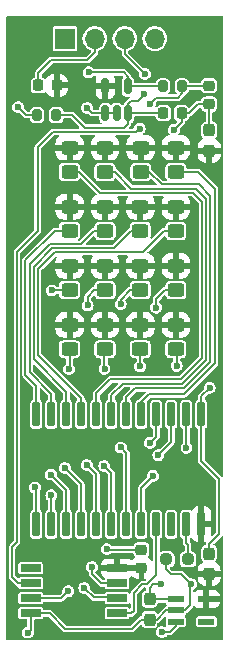
<source format=gbr>
G04 #@! TF.GenerationSoftware,KiCad,Pcbnew,8.0.1*
G04 #@! TF.CreationDate,2025-02-25T21:27:59-07:00*
G04 #@! TF.ProjectId,LEDDisplay,4c454444-6973-4706-9c61-792e6b696361,rev?*
G04 #@! TF.SameCoordinates,Original*
G04 #@! TF.FileFunction,Copper,L1,Top*
G04 #@! TF.FilePolarity,Positive*
%FSLAX46Y46*%
G04 Gerber Fmt 4.6, Leading zero omitted, Abs format (unit mm)*
G04 Created by KiCad (PCBNEW 8.0.1) date 2025-02-25 21:27:59*
%MOMM*%
%LPD*%
G01*
G04 APERTURE LIST*
G04 Aperture macros list*
%AMRoundRect*
0 Rectangle with rounded corners*
0 $1 Rounding radius*
0 $2 $3 $4 $5 $6 $7 $8 $9 X,Y pos of 4 corners*
0 Add a 4 corners polygon primitive as box body*
4,1,4,$2,$3,$4,$5,$6,$7,$8,$9,$2,$3,0*
0 Add four circle primitives for the rounded corners*
1,1,$1+$1,$2,$3*
1,1,$1+$1,$4,$5*
1,1,$1+$1,$6,$7*
1,1,$1+$1,$8,$9*
0 Add four rect primitives between the rounded corners*
20,1,$1+$1,$2,$3,$4,$5,0*
20,1,$1+$1,$4,$5,$6,$7,0*
20,1,$1+$1,$6,$7,$8,$9,0*
20,1,$1+$1,$8,$9,$2,$3,0*%
G04 Aperture macros list end*
G04 #@! TA.AperFunction,SMDPad,CuDef*
%ADD10RoundRect,0.237500X-0.250000X-0.237500X0.250000X-0.237500X0.250000X0.237500X-0.250000X0.237500X0*%
G04 #@! TD*
G04 #@! TA.AperFunction,SMDPad,CuDef*
%ADD11RoundRect,0.237500X0.237500X-0.300000X0.237500X0.300000X-0.237500X0.300000X-0.237500X-0.300000X0*%
G04 #@! TD*
G04 #@! TA.AperFunction,ComponentPad*
%ADD12R,1.700000X1.700000*%
G04 #@! TD*
G04 #@! TA.AperFunction,ComponentPad*
%ADD13O,1.700000X1.700000*%
G04 #@! TD*
G04 #@! TA.AperFunction,SMDPad,CuDef*
%ADD14RoundRect,0.150000X0.150000X-0.512500X0.150000X0.512500X-0.150000X0.512500X-0.150000X-0.512500X0*%
G04 #@! TD*
G04 #@! TA.AperFunction,SMDPad,CuDef*
%ADD15RoundRect,0.250000X-0.450000X0.325000X-0.450000X-0.325000X0.450000X-0.325000X0.450000X0.325000X0*%
G04 #@! TD*
G04 #@! TA.AperFunction,SMDPad,CuDef*
%ADD16RoundRect,0.200000X-0.200000X-0.275000X0.200000X-0.275000X0.200000X0.275000X-0.200000X0.275000X0*%
G04 #@! TD*
G04 #@! TA.AperFunction,SMDPad,CuDef*
%ADD17RoundRect,0.225000X0.225000X0.250000X-0.225000X0.250000X-0.225000X-0.250000X0.225000X-0.250000X0*%
G04 #@! TD*
G04 #@! TA.AperFunction,SMDPad,CuDef*
%ADD18R,1.320800X0.508000*%
G04 #@! TD*
G04 #@! TA.AperFunction,SMDPad,CuDef*
%ADD19RoundRect,0.237500X-0.237500X0.300000X-0.237500X-0.300000X0.237500X-0.300000X0.237500X0.300000X0*%
G04 #@! TD*
G04 #@! TA.AperFunction,SMDPad,CuDef*
%ADD20RoundRect,0.075000X-0.225000X0.950000X-0.225000X-0.950000X0.225000X-0.950000X0.225000X0.950000X0*%
G04 #@! TD*
G04 #@! TA.AperFunction,SMDPad,CuDef*
%ADD21RoundRect,0.225000X0.250000X-0.225000X0.250000X0.225000X-0.250000X0.225000X-0.250000X-0.225000X0*%
G04 #@! TD*
G04 #@! TA.AperFunction,SMDPad,CuDef*
%ADD22RoundRect,0.200000X0.200000X0.275000X-0.200000X0.275000X-0.200000X-0.275000X0.200000X-0.275000X0*%
G04 #@! TD*
G04 #@! TA.AperFunction,SMDPad,CuDef*
%ADD23R,1.700000X0.650000*%
G04 #@! TD*
G04 #@! TA.AperFunction,ViaPad*
%ADD24C,0.600000*%
G04 #@! TD*
G04 #@! TA.AperFunction,Conductor*
%ADD25C,0.152400*%
G04 #@! TD*
G04 APERTURE END LIST*
D10*
X208200000Y-103830000D03*
X210025000Y-103830000D03*
D11*
X211810000Y-105060000D03*
X211810000Y-103335000D03*
D12*
X199610000Y-59730000D03*
D13*
X202150000Y-59730000D03*
X204690000Y-59730000D03*
X207230000Y-59730000D03*
D14*
X203030000Y-66050000D03*
X203980000Y-66050000D03*
X204930000Y-66050000D03*
X204930000Y-63775000D03*
X203030000Y-63775000D03*
D15*
X209000000Y-73975000D03*
X209000000Y-76025000D03*
D16*
X207890000Y-63780000D03*
X209540000Y-63780000D03*
D15*
X203000000Y-83975000D03*
X203000000Y-86025000D03*
X206000000Y-73975000D03*
X206000000Y-76025000D03*
X200000000Y-73975000D03*
X200000000Y-76025000D03*
X203000000Y-68975000D03*
X203000000Y-71025000D03*
D17*
X209490000Y-66050000D03*
X207940000Y-66050000D03*
D15*
X206020000Y-68975000D03*
X206020000Y-71025000D03*
D18*
X208990000Y-107200000D03*
X208990000Y-108150001D03*
X208990000Y-109100002D03*
X211580800Y-109100002D03*
X211580800Y-107200000D03*
D19*
X206770000Y-107195000D03*
X206770000Y-108920000D03*
D15*
X206000000Y-78975000D03*
X206000000Y-81025000D03*
D20*
X211150000Y-91530000D03*
X209880000Y-91530000D03*
X208610000Y-91530000D03*
X207340000Y-91530000D03*
X206070000Y-91530000D03*
X204800000Y-91530000D03*
X203530000Y-91530000D03*
X202260000Y-91530000D03*
X200990000Y-91530000D03*
X199720000Y-91530000D03*
X198450000Y-91530000D03*
X197180000Y-91530000D03*
X197180000Y-100840000D03*
X198450000Y-100840000D03*
X199720000Y-100840000D03*
X200990000Y-100840000D03*
X202260000Y-100840000D03*
X203530000Y-100840000D03*
X204800000Y-100840000D03*
X206070000Y-100840000D03*
X207340000Y-100840000D03*
X208610000Y-100840000D03*
X209880000Y-100840000D03*
X211150000Y-100840000D03*
D15*
X200000000Y-83975000D03*
X200000000Y-86025000D03*
X200000000Y-78975000D03*
X200000000Y-81025000D03*
X209000000Y-83975000D03*
X209000000Y-86025000D03*
D21*
X206090000Y-104550000D03*
X206090000Y-103000000D03*
D15*
X209000000Y-68975000D03*
X209000000Y-71025000D03*
D17*
X198900000Y-63700000D03*
X197350000Y-63700000D03*
D15*
X203000000Y-78975000D03*
X203000000Y-81025000D03*
D22*
X198880000Y-66200000D03*
X197230000Y-66200000D03*
D11*
X211820000Y-69225000D03*
X211820000Y-67500000D03*
D23*
X196710000Y-104580000D03*
X196710000Y-105850000D03*
X196710000Y-107120000D03*
X196710000Y-108390000D03*
X204010000Y-108390000D03*
X204010000Y-107120000D03*
X204010000Y-105850000D03*
X204010000Y-104580000D03*
D15*
X206000000Y-83975000D03*
X206000000Y-86025000D03*
X203000000Y-73975000D03*
X203000000Y-76025000D03*
D21*
X211810000Y-65280000D03*
X211810000Y-63730000D03*
D15*
X200000000Y-68975000D03*
X200000000Y-71025000D03*
X209000000Y-78975000D03*
X209000000Y-81025000D03*
D24*
X197070000Y-97740000D03*
X198490000Y-81060000D03*
X198450000Y-98400000D03*
X201530000Y-82330000D03*
X204330000Y-82210000D03*
X198410000Y-96640000D03*
X207320000Y-82510000D03*
X199610000Y-96090000D03*
X199970000Y-87710000D03*
X201470000Y-95830000D03*
X202940000Y-95920000D03*
X202960000Y-87700000D03*
X205970000Y-87483800D03*
X204340000Y-94350000D03*
X207080000Y-96760000D03*
X209070000Y-87430000D03*
X207825000Y-109975000D03*
X207750000Y-105910000D03*
X209900000Y-94390000D03*
X201910000Y-104470000D03*
X201250000Y-106250000D03*
X207510000Y-95000000D03*
X199900000Y-106510000D03*
X206820000Y-93960000D03*
X206290000Y-64390000D03*
X206380000Y-62720000D03*
X206800000Y-65250000D03*
X205930000Y-67350000D03*
X201615000Y-62595000D03*
X195650000Y-65530000D03*
X201480000Y-65610000D03*
X208830000Y-67460000D03*
X210280000Y-105910000D03*
X196470000Y-110020000D03*
X203160000Y-102950000D03*
X211860000Y-89300000D03*
D25*
X209698368Y-89850000D02*
X212330000Y-87218368D01*
X206070000Y-90505001D02*
X206725001Y-89850000D01*
X212330000Y-87218368D02*
X212330000Y-72490000D01*
X206725001Y-89850000D02*
X209698368Y-89850000D01*
X210865000Y-71025000D02*
X209000000Y-71025000D01*
X206070000Y-91530000D02*
X206070000Y-90505001D01*
X212330000Y-72490000D02*
X210865000Y-71025000D01*
X204800000Y-90060000D02*
X205510000Y-89350000D01*
X211910000Y-73060000D02*
X210935200Y-72085200D01*
X209700000Y-89350000D02*
X211910000Y-87140000D01*
X205510000Y-89350000D02*
X209700000Y-89350000D01*
X211910000Y-87140000D02*
X211910000Y-73060000D01*
X207815200Y-72085200D02*
X206755000Y-71025000D01*
X210935200Y-72085200D02*
X207815200Y-72085200D01*
X204800000Y-91530000D02*
X204800000Y-90060000D01*
X206755000Y-71025000D02*
X206020000Y-71025000D01*
X203530000Y-91530000D02*
X203530000Y-89940000D01*
X211550000Y-73320000D02*
X210667600Y-72437600D01*
X210667600Y-72437600D02*
X205237600Y-72437600D01*
X211550000Y-86958368D02*
X211550000Y-73320000D01*
X203530000Y-89940000D02*
X204500000Y-88970000D01*
X203825000Y-71025000D02*
X203000000Y-71025000D01*
X209538368Y-88970000D02*
X211550000Y-86958368D01*
X205237600Y-72437600D02*
X203825000Y-71025000D01*
X204500000Y-88970000D02*
X209538368Y-88970000D01*
X202600000Y-72790000D02*
X210450000Y-72790000D01*
X211197600Y-73537600D02*
X211197600Y-86812400D01*
X211197600Y-86812400D02*
X210230000Y-87780000D01*
X210230000Y-87780000D02*
X210200000Y-87780000D01*
X200000000Y-71025000D02*
X200835000Y-71025000D01*
X200835000Y-71025000D02*
X202600000Y-72790000D01*
X203460000Y-88580000D02*
X202260000Y-89780000D01*
X202260000Y-89780000D02*
X202260000Y-91530000D01*
X210200000Y-87780000D02*
X209400000Y-88580000D01*
X209400000Y-88580000D02*
X203460000Y-88580000D01*
X210450000Y-72790000D02*
X211197600Y-73537600D01*
X207985000Y-76025000D02*
X206190000Y-77820000D01*
X206190000Y-77820000D02*
X198760000Y-77820000D01*
X198760000Y-77820000D02*
X197320000Y-79260000D01*
X197320000Y-86500000D02*
X200990000Y-90170000D01*
X200990000Y-91530000D02*
X200990000Y-90505001D01*
X197320000Y-79260000D02*
X197320000Y-86500000D01*
X209000000Y-76025000D02*
X207985000Y-76025000D01*
X200990000Y-90170000D02*
X200990000Y-91530000D01*
X199720000Y-91530000D02*
X199720000Y-89640000D01*
X196967600Y-86887600D02*
X196967600Y-79032400D01*
X206000000Y-76250000D02*
X206000000Y-76025000D01*
X205225000Y-76025000D02*
X206000000Y-76025000D01*
X199720000Y-89640000D02*
X196967600Y-86887600D01*
X196967600Y-79032400D02*
X198532400Y-77467600D01*
X198532400Y-77467600D02*
X203782400Y-77467600D01*
X203782400Y-77467600D02*
X205225000Y-76025000D01*
X198450000Y-89810000D02*
X198450000Y-91530000D01*
X200984800Y-77115200D02*
X198314800Y-77115200D01*
X196615200Y-78814800D02*
X196615200Y-87975200D01*
X196615200Y-87975200D02*
X198450000Y-89810000D01*
X202075000Y-76025000D02*
X200984800Y-77115200D01*
X203000000Y-76025000D02*
X202075000Y-76025000D01*
X198314800Y-77115200D02*
X196615200Y-78814800D01*
X196262800Y-78517200D02*
X196262800Y-88192800D01*
X198755000Y-76025000D02*
X196262800Y-78517200D01*
X197180000Y-89110000D02*
X197180000Y-91530000D01*
X196262800Y-88192800D02*
X197180000Y-89110000D01*
X200000000Y-76025000D02*
X198755000Y-76025000D01*
X197180000Y-97850000D02*
X197180000Y-100840000D01*
X197070000Y-97740000D02*
X197180000Y-97850000D01*
X198490000Y-81060000D02*
X199965000Y-81060000D01*
X199965000Y-81060000D02*
X200000000Y-81025000D01*
X201530000Y-82330000D02*
X201530000Y-81580000D01*
X198450000Y-98400000D02*
X198450000Y-100840000D01*
X202085000Y-81025000D02*
X203000000Y-81025000D01*
X198450000Y-100840000D02*
X198450000Y-99850000D01*
X201530000Y-81580000D02*
X202085000Y-81025000D01*
X205145000Y-81025000D02*
X206000000Y-81025000D01*
X204330000Y-82210000D02*
X204330000Y-81840000D01*
X199720000Y-97950000D02*
X199720000Y-100840000D01*
X204330000Y-81840000D02*
X205145000Y-81025000D01*
X198410000Y-96640000D02*
X199720000Y-97950000D01*
X207320000Y-82510000D02*
X207320000Y-81770000D01*
X200990000Y-100840000D02*
X200990000Y-97470000D01*
X208065000Y-81025000D02*
X209000000Y-81025000D01*
X200990000Y-97470000D02*
X199610000Y-96090000D01*
X207320000Y-81770000D02*
X208065000Y-81025000D01*
X199970000Y-87710000D02*
X200000000Y-87680000D01*
X202260000Y-96620000D02*
X202260000Y-100840000D01*
X201470000Y-95830000D02*
X202260000Y-96620000D01*
X200000000Y-87680000D02*
X200000000Y-86025000D01*
X202960000Y-87700000D02*
X202940000Y-87680000D01*
X202940000Y-86085000D02*
X203000000Y-86025000D01*
X202940000Y-95920000D02*
X203530000Y-96510000D01*
X203530000Y-96510000D02*
X203530000Y-100840000D01*
X202940000Y-87680000D02*
X202940000Y-86085000D01*
X205970000Y-87483800D02*
X205970000Y-86055000D01*
X204340000Y-94350000D02*
X204800000Y-94810000D01*
X205970000Y-86055000D02*
X206000000Y-86025000D01*
X204800000Y-94810000D02*
X204800000Y-100840000D01*
X209070000Y-86095000D02*
X209000000Y-86025000D01*
X206070000Y-97770000D02*
X206070000Y-100840000D01*
X207080000Y-96760000D02*
X206070000Y-97770000D01*
X209070000Y-87430000D02*
X209070000Y-86095000D01*
X208970000Y-107220000D02*
X206970000Y-107220000D01*
X207090000Y-105910000D02*
X206770000Y-106230000D01*
X209010000Y-109120002D02*
X208990000Y-109100002D01*
X208505000Y-109975000D02*
X208990000Y-109490000D01*
X207750000Y-105910000D02*
X207090000Y-105910000D01*
X208990000Y-107200000D02*
X208970000Y-107220000D01*
X207825000Y-109975000D02*
X208505000Y-109975000D01*
X206770000Y-107286402D02*
X206770000Y-107020000D01*
X206770000Y-106230000D02*
X206770000Y-107020000D01*
X208990000Y-109490000D02*
X208990000Y-109100002D01*
X206970000Y-107220000D02*
X206770000Y-107020000D01*
X208990000Y-109100002D02*
X208583600Y-109100002D01*
X201910000Y-104470000D02*
X201910000Y-105080000D01*
X202690000Y-105860000D02*
X204530000Y-105860000D01*
X201910000Y-105080000D02*
X202690000Y-105860000D01*
X209900000Y-94390000D02*
X209880000Y-94370000D01*
X204530000Y-105860000D02*
X204620000Y-105770000D01*
X209880000Y-94370000D02*
X209880000Y-91530000D01*
X202040000Y-107040000D02*
X204620000Y-107040000D01*
X207510000Y-95000000D02*
X208610000Y-93900000D01*
X201250000Y-106250000D02*
X202040000Y-107040000D01*
X208610000Y-93900000D02*
X208610000Y-91530000D01*
X206090000Y-104550000D02*
X204040000Y-104550000D01*
X210555000Y-69225000D02*
X210305000Y-68975000D01*
X211580800Y-107200000D02*
X211580800Y-106249200D01*
X210305000Y-68975000D02*
X209000000Y-68975000D01*
X200000000Y-69000000D02*
X208975000Y-69000000D01*
X204040000Y-104550000D02*
X204010000Y-104580000D01*
X200000000Y-78975000D02*
X209000000Y-78975000D01*
X198975000Y-63775000D02*
X198900000Y-63700000D01*
X200000000Y-73975000D02*
X209000000Y-73975000D01*
X208975000Y-69000000D02*
X209000000Y-68975000D01*
X211810000Y-106020000D02*
X211810000Y-105235000D01*
X201595000Y-63775000D02*
X203030000Y-63775000D01*
X211820000Y-69225000D02*
X210555000Y-69225000D01*
X211580800Y-106249200D02*
X211810000Y-106020000D01*
X203030000Y-63775000D02*
X198975000Y-63775000D01*
X200000000Y-83975000D02*
X209000000Y-83975000D01*
X199325000Y-73975000D02*
X200000000Y-73975000D01*
X205450000Y-106650000D02*
X206170000Y-105930000D01*
X206170000Y-105930000D02*
X206571631Y-105930000D01*
X207340000Y-105161632D02*
X207340000Y-100840000D01*
X206571631Y-105930000D02*
X207340000Y-105161632D01*
X205450000Y-108180000D02*
X205450000Y-106650000D01*
X205240000Y-108390000D02*
X205450000Y-108180000D01*
X204010000Y-108390000D02*
X205240000Y-108390000D01*
X199900000Y-106510000D02*
X199290000Y-107120000D01*
X197320000Y-107040000D02*
X197400000Y-107120000D01*
X207340000Y-93440000D02*
X207340000Y-91530000D01*
X206820000Y-93960000D02*
X207340000Y-93440000D01*
X199290000Y-107120000D02*
X196710000Y-107120000D01*
X209880000Y-102430000D02*
X209880000Y-100840000D01*
X210025000Y-102575000D02*
X209880000Y-102430000D01*
X210025000Y-103830000D02*
X210025000Y-102575000D01*
X209870000Y-100850000D02*
X209880000Y-100840000D01*
X204690000Y-59730000D02*
X204690000Y-61030000D01*
X201267600Y-67277600D02*
X204622400Y-67277600D01*
X198880000Y-66200000D02*
X200190000Y-66200000D01*
X206290000Y-64390000D02*
X206290000Y-64470000D01*
X200190000Y-66200000D02*
X201267600Y-67277600D01*
X206290000Y-64470000D02*
X205760000Y-65000000D01*
X204930000Y-65300000D02*
X204930000Y-66050000D01*
X204622400Y-67277600D02*
X204930000Y-66970000D01*
X205760000Y-65000000D02*
X205230000Y-65000000D01*
X205230000Y-65000000D02*
X204930000Y-65300000D01*
X207940000Y-66050000D02*
X204930000Y-66050000D01*
X204930000Y-66970000D02*
X204930000Y-66050000D01*
X204690000Y-61030000D02*
X206380000Y-62720000D01*
X197290000Y-68950000D02*
X197290000Y-76060000D01*
X198610000Y-67630000D02*
X197290000Y-68950000D01*
X205930000Y-67350000D02*
X205650000Y-67630000D01*
X209540000Y-63780000D02*
X211760000Y-63780000D01*
X205650000Y-67630000D02*
X198610000Y-67630000D01*
X195540000Y-77810000D02*
X195540000Y-102390000D01*
X206800000Y-65250000D02*
X207310000Y-64740000D01*
X195140000Y-102790000D02*
X195140000Y-105360000D01*
X207310000Y-64740000D02*
X209150000Y-64740000D01*
X195140000Y-105360000D02*
X195630000Y-105850000D01*
X195540000Y-102390000D02*
X195140000Y-102790000D01*
X209150000Y-64740000D02*
X209540000Y-64350000D01*
X197290000Y-76060000D02*
X195540000Y-77810000D01*
X211760000Y-63780000D02*
X211810000Y-63730000D01*
X195630000Y-105850000D02*
X196710000Y-105850000D01*
X209540000Y-64350000D02*
X209540000Y-63780000D01*
X204575000Y-62595000D02*
X204930000Y-62950000D01*
X196320000Y-66200000D02*
X195650000Y-65530000D01*
X201615000Y-62595000D02*
X204575000Y-62595000D01*
X204930000Y-62950000D02*
X204930000Y-63775000D01*
X204935000Y-63780000D02*
X204930000Y-63775000D01*
X207890000Y-63780000D02*
X204935000Y-63780000D01*
X197230000Y-66200000D02*
X196320000Y-66200000D01*
X203980000Y-66050000D02*
X203030000Y-66050000D01*
X198460000Y-61550000D02*
X201510000Y-61550000D01*
X209490000Y-66050000D02*
X209490000Y-66800000D01*
X209490000Y-66050000D02*
X210130000Y-66050000D01*
X201920000Y-66050000D02*
X201480000Y-65610000D01*
X208990000Y-108150001D02*
X209769999Y-108150001D01*
X203160000Y-102950000D02*
X203210000Y-103000000D01*
X211150000Y-91530000D02*
X211150000Y-95490000D01*
X196710000Y-109780000D02*
X196470000Y-110020000D01*
X208990000Y-108150001D02*
X208159999Y-108150001D01*
X210200000Y-105990000D02*
X210280000Y-105910000D01*
X211820000Y-67500000D02*
X211820000Y-65290000D01*
X196710000Y-108390000D02*
X196710000Y-109780000D01*
X198320000Y-108390000D02*
X196710000Y-108390000D01*
X209490000Y-66800000D02*
X208830000Y-67460000D01*
X211150000Y-95490000D02*
X212670000Y-97010000D01*
X211810000Y-102510000D02*
X211810000Y-103160000D01*
X209769999Y-108150001D02*
X210200000Y-107720000D01*
X210130000Y-66050000D02*
X210900000Y-65280000D01*
X212670000Y-97010000D02*
X212670000Y-101650000D01*
X208159999Y-108150001D02*
X207390000Y-108920000D01*
X208200000Y-104680000D02*
X208200000Y-103830000D01*
X197350000Y-62660000D02*
X198460000Y-61550000D01*
X210200000Y-107720000D02*
X210200000Y-105990000D01*
X210900000Y-65280000D02*
X211810000Y-65280000D01*
X202150000Y-60910000D02*
X202150000Y-59730000D01*
X199640000Y-109710000D02*
X198320000Y-108390000D01*
X201510000Y-61550000D02*
X202150000Y-60910000D01*
X205270000Y-109710000D02*
X199640000Y-109710000D01*
X203210000Y-103000000D02*
X206090000Y-103000000D01*
X211150000Y-91530000D02*
X211150000Y-90010000D01*
X209460000Y-105090000D02*
X208610000Y-105090000D01*
X211820000Y-65290000D02*
X211810000Y-65280000D01*
X197350000Y-63700000D02*
X197350000Y-62660000D01*
X203030000Y-66050000D02*
X201920000Y-66050000D01*
X206060000Y-108920000D02*
X205270000Y-109710000D01*
X206770000Y-108920000D02*
X206060000Y-108920000D01*
X210280000Y-105910000D02*
X209460000Y-105090000D01*
X212670000Y-101650000D02*
X211810000Y-102510000D01*
X208610000Y-105090000D02*
X208200000Y-104680000D01*
X207390000Y-108920000D02*
X206770000Y-108920000D01*
X211150000Y-90010000D02*
X211860000Y-89300000D01*
G04 #@! TA.AperFunction,Conductor*
G36*
X212987826Y-57852174D02*
G01*
X213009500Y-57904500D01*
X213009500Y-96779535D01*
X212987826Y-96831861D01*
X212935500Y-96853535D01*
X212883174Y-96831861D01*
X211448374Y-95397061D01*
X211426700Y-95344735D01*
X211426700Y-92811343D01*
X211448374Y-92759017D01*
X211476464Y-92744008D01*
X211475759Y-92742306D01*
X211482492Y-92739516D01*
X211482492Y-92739515D01*
X211482495Y-92739515D01*
X211573624Y-92678624D01*
X211634515Y-92587495D01*
X211650500Y-92507133D01*
X211650499Y-90552868D01*
X211634515Y-90472505D01*
X211573624Y-90381376D01*
X211550684Y-90366048D01*
X211482495Y-90320484D01*
X211475763Y-90317696D01*
X211476890Y-90314974D01*
X211439166Y-90289760D01*
X211426700Y-90248656D01*
X211426700Y-90155264D01*
X211448373Y-90102939D01*
X211729300Y-89822011D01*
X211781625Y-89800338D01*
X211783878Y-89800500D01*
X211788039Y-89800500D01*
X211931963Y-89800500D01*
X211931964Y-89800499D01*
X212070053Y-89759953D01*
X212191128Y-89682143D01*
X212285377Y-89573373D01*
X212345165Y-89442457D01*
X212365647Y-89300000D01*
X212345165Y-89157543D01*
X212285377Y-89026627D01*
X212247597Y-88983026D01*
X212191131Y-88917860D01*
X212191129Y-88917859D01*
X212191128Y-88917857D01*
X212095966Y-88856700D01*
X212070054Y-88840047D01*
X212070050Y-88840046D01*
X211931964Y-88799500D01*
X211931961Y-88799500D01*
X211788039Y-88799500D01*
X211788036Y-88799500D01*
X211649949Y-88840046D01*
X211649945Y-88840047D01*
X211528875Y-88917855D01*
X211528868Y-88917860D01*
X211434623Y-89026626D01*
X211374834Y-89157545D01*
X211354353Y-89300000D01*
X211363453Y-89363297D01*
X211349446Y-89418174D01*
X211342532Y-89426153D01*
X210928584Y-89840103D01*
X210928583Y-89840105D01*
X210892159Y-89903190D01*
X210892157Y-89903194D01*
X210892156Y-89903196D01*
X210892156Y-89903197D01*
X210879995Y-89948585D01*
X210879995Y-89948586D01*
X210879994Y-89948585D01*
X210873300Y-89973571D01*
X210873300Y-90248656D01*
X210851626Y-90300982D01*
X210823535Y-90315999D01*
X210824238Y-90317696D01*
X210817505Y-90320484D01*
X210726377Y-90381375D01*
X210726375Y-90381377D01*
X210665485Y-90472504D01*
X210649500Y-90552868D01*
X210649500Y-92507130D01*
X210665485Y-92587495D01*
X210665485Y-92587496D01*
X210705986Y-92648108D01*
X210726376Y-92678624D01*
X210817504Y-92739514D01*
X210817505Y-92739515D01*
X210824238Y-92742304D01*
X210823109Y-92745029D01*
X210860825Y-92770225D01*
X210873300Y-92811343D01*
X210873300Y-95453572D01*
X210873300Y-95526428D01*
X210892156Y-95596803D01*
X210928585Y-95659898D01*
X212371626Y-97102939D01*
X212393300Y-97155264D01*
X212393300Y-101504734D01*
X212371626Y-101557060D01*
X212076326Y-101852360D01*
X212024000Y-101874034D01*
X211971674Y-101852360D01*
X211950000Y-101800034D01*
X211950000Y-101090000D01*
X211400000Y-101090000D01*
X211400000Y-102365000D01*
X211412688Y-102365000D01*
X211458064Y-102359026D01*
X211512771Y-102373685D01*
X211541090Y-102422734D01*
X211539202Y-102451544D01*
X211533300Y-102473571D01*
X211533300Y-102532170D01*
X211511626Y-102584496D01*
X211483741Y-102602017D01*
X211365526Y-102643382D01*
X211259290Y-102721788D01*
X211259288Y-102721790D01*
X211180882Y-102828026D01*
X211137276Y-102952645D01*
X211137275Y-102952649D01*
X211137275Y-102952651D01*
X211134500Y-102982244D01*
X211134500Y-103687756D01*
X211137275Y-103717349D01*
X211137275Y-103717351D01*
X211137276Y-103717354D01*
X211180882Y-103841973D01*
X211203242Y-103872269D01*
X211259289Y-103948211D01*
X211259292Y-103948213D01*
X211259293Y-103948214D01*
X211274119Y-103959156D01*
X211303350Y-104007667D01*
X211289717Y-104062638D01*
X211261454Y-104085761D01*
X211258701Y-104087044D01*
X211111962Y-104177554D01*
X210990054Y-104299462D01*
X210899548Y-104446194D01*
X210899546Y-104446200D01*
X210845319Y-104609846D01*
X210835000Y-104710856D01*
X210835000Y-104810000D01*
X212784999Y-104810000D01*
X212784999Y-104710861D01*
X212784998Y-104710855D01*
X212774680Y-104609846D01*
X212720453Y-104446200D01*
X212720451Y-104446194D01*
X212629945Y-104299462D01*
X212508037Y-104177554D01*
X212361301Y-104087046D01*
X212358549Y-104085763D01*
X212357675Y-104084810D01*
X212357635Y-104084785D01*
X212357642Y-104084773D01*
X212320285Y-104044006D01*
X212322755Y-103987423D01*
X212345877Y-103959158D01*
X212360711Y-103948211D01*
X212439116Y-103841975D01*
X212482725Y-103717349D01*
X212485500Y-103687756D01*
X212485500Y-102982244D01*
X212482725Y-102952651D01*
X212465916Y-102904613D01*
X212439117Y-102828026D01*
X212384168Y-102753573D01*
X212360711Y-102721789D01*
X212254475Y-102643384D01*
X212254473Y-102643383D01*
X212227444Y-102633925D01*
X212185213Y-102596185D01*
X212182038Y-102539637D01*
X212199557Y-102511754D01*
X212883175Y-101828137D01*
X212935500Y-101806464D01*
X212987826Y-101828138D01*
X213009500Y-101880464D01*
X213009500Y-110615500D01*
X212987826Y-110667826D01*
X212935500Y-110689500D01*
X194724500Y-110689500D01*
X194672174Y-110667826D01*
X194650500Y-110615500D01*
X194650500Y-108734746D01*
X195659500Y-108734746D01*
X195671133Y-108793232D01*
X195693199Y-108826255D01*
X195715448Y-108859552D01*
X195759560Y-108889027D01*
X195781767Y-108903866D01*
X195781768Y-108903866D01*
X195781769Y-108903867D01*
X195840252Y-108915500D01*
X196359300Y-108915500D01*
X196411626Y-108937174D01*
X196433300Y-108989500D01*
X196433300Y-109453750D01*
X196411626Y-109506076D01*
X196380149Y-109524752D01*
X196259947Y-109560046D01*
X196259945Y-109560047D01*
X196138875Y-109637855D01*
X196138868Y-109637860D01*
X196044623Y-109746626D01*
X195984834Y-109877545D01*
X195964353Y-110020000D01*
X195984834Y-110162454D01*
X195984834Y-110162455D01*
X195984835Y-110162457D01*
X196000344Y-110196416D01*
X196044623Y-110293373D01*
X196138868Y-110402139D01*
X196138869Y-110402140D01*
X196138872Y-110402143D01*
X196259947Y-110479953D01*
X196366403Y-110511211D01*
X196398035Y-110520499D01*
X196398037Y-110520500D01*
X196398039Y-110520500D01*
X196541963Y-110520500D01*
X196541964Y-110520499D01*
X196680053Y-110479953D01*
X196801128Y-110402143D01*
X196895377Y-110293373D01*
X196955165Y-110162457D01*
X196975647Y-110020000D01*
X196962309Y-109927233D01*
X196966792Y-109891542D01*
X196966588Y-109891488D01*
X196966985Y-109890005D01*
X196967189Y-109888383D01*
X196967843Y-109886804D01*
X196970324Y-109877545D01*
X196986700Y-109816428D01*
X196986700Y-108989500D01*
X197008374Y-108937174D01*
X197060700Y-108915500D01*
X197579746Y-108915500D01*
X197579748Y-108915500D01*
X197638231Y-108903867D01*
X197704552Y-108859552D01*
X197748867Y-108793231D01*
X197760500Y-108734748D01*
X197760500Y-108734745D01*
X197760629Y-108733439D01*
X197760837Y-108733048D01*
X197761209Y-108731182D01*
X197761775Y-108731294D01*
X197787333Y-108683492D01*
X197834272Y-108666700D01*
X198174735Y-108666700D01*
X198227061Y-108688374D01*
X199470102Y-109931415D01*
X199533197Y-109967844D01*
X199603572Y-109986700D01*
X199603573Y-109986700D01*
X205306427Y-109986700D01*
X205306428Y-109986700D01*
X205376803Y-109967844D01*
X205439898Y-109931415D01*
X206006661Y-109364650D01*
X206058986Y-109342977D01*
X206111312Y-109364651D01*
X206128833Y-109392537D01*
X206140882Y-109426972D01*
X206140883Y-109426973D01*
X206140884Y-109426975D01*
X206219289Y-109533211D01*
X206297695Y-109591076D01*
X206325526Y-109611617D01*
X206450145Y-109655223D01*
X206450151Y-109655225D01*
X206479744Y-109658000D01*
X206479751Y-109658000D01*
X207060249Y-109658000D01*
X207060256Y-109658000D01*
X207089849Y-109655225D01*
X207146532Y-109635390D01*
X207214473Y-109611617D01*
X207214473Y-109611616D01*
X207214475Y-109611616D01*
X207320711Y-109533211D01*
X207399116Y-109426975D01*
X207417741Y-109373750D01*
X207442723Y-109302354D01*
X207442722Y-109302354D01*
X207442725Y-109302349D01*
X207445500Y-109272756D01*
X207445500Y-109248373D01*
X207467174Y-109196047D01*
X207492931Y-109181178D01*
X207492320Y-109179701D01*
X207496805Y-109177843D01*
X207503472Y-109173993D01*
X207559898Y-109141415D01*
X208026675Y-108674637D01*
X208078999Y-108652964D01*
X208131325Y-108674638D01*
X208152999Y-108726964D01*
X208142761Y-108760718D01*
X208143523Y-108761034D01*
X208140733Y-108767768D01*
X208129100Y-108826255D01*
X208129100Y-109373748D01*
X208141202Y-109434590D01*
X208130153Y-109490139D01*
X208083061Y-109521605D01*
X208037886Y-109516341D01*
X208035054Y-109515048D01*
X208035053Y-109515047D01*
X208035050Y-109515046D01*
X207896964Y-109474500D01*
X207896961Y-109474500D01*
X207753039Y-109474500D01*
X207753036Y-109474500D01*
X207614949Y-109515046D01*
X207614945Y-109515047D01*
X207493875Y-109592855D01*
X207493868Y-109592860D01*
X207399623Y-109701626D01*
X207339834Y-109832545D01*
X207319353Y-109975000D01*
X207339834Y-110117454D01*
X207399623Y-110248373D01*
X207493868Y-110357139D01*
X207493869Y-110357140D01*
X207493872Y-110357143D01*
X207614947Y-110434953D01*
X207721403Y-110466211D01*
X207753035Y-110475499D01*
X207753037Y-110475500D01*
X207753039Y-110475500D01*
X207896963Y-110475500D01*
X207896964Y-110475499D01*
X208035053Y-110434953D01*
X208156128Y-110357143D01*
X208225364Y-110277239D01*
X208276010Y-110251889D01*
X208281289Y-110251700D01*
X208541427Y-110251700D01*
X208541428Y-110251700D01*
X208611803Y-110232844D01*
X208674898Y-110196415D01*
X209211415Y-109659898D01*
X209247844Y-109596803D01*
X209250270Y-109592602D01*
X209252651Y-109593977D01*
X209286490Y-109560136D01*
X209314811Y-109554502D01*
X209670146Y-109554502D01*
X209670148Y-109554502D01*
X209728631Y-109542869D01*
X209794952Y-109498554D01*
X209839267Y-109432233D01*
X209850900Y-109373750D01*
X209850900Y-109373748D01*
X210719900Y-109373748D01*
X210731533Y-109432234D01*
X210745910Y-109453750D01*
X210775848Y-109498554D01*
X210819960Y-109528029D01*
X210842167Y-109542868D01*
X210842168Y-109542868D01*
X210842169Y-109542869D01*
X210900652Y-109554502D01*
X210900654Y-109554502D01*
X212260946Y-109554502D01*
X212260948Y-109554502D01*
X212319431Y-109542869D01*
X212385752Y-109498554D01*
X212430067Y-109432233D01*
X212441700Y-109373750D01*
X212441700Y-108826254D01*
X212430067Y-108767771D01*
X212425565Y-108761034D01*
X212405693Y-108731294D01*
X212385752Y-108701450D01*
X212333746Y-108666700D01*
X212319432Y-108657135D01*
X212319433Y-108657135D01*
X212290189Y-108651318D01*
X212260948Y-108645502D01*
X210900652Y-108645502D01*
X210871410Y-108651318D01*
X210842167Y-108657135D01*
X210775849Y-108701449D01*
X210775847Y-108701451D01*
X210731533Y-108767769D01*
X210719900Y-108826255D01*
X210719900Y-109373748D01*
X209850900Y-109373748D01*
X209850900Y-108826254D01*
X209839267Y-108767771D01*
X209834765Y-108761034D01*
X209814893Y-108731294D01*
X209794952Y-108701450D01*
X209772620Y-108686528D01*
X209741157Y-108639436D01*
X209752207Y-108583887D01*
X209772619Y-108563475D01*
X209794952Y-108548553D01*
X209839267Y-108482232D01*
X209844572Y-108455559D01*
X209876035Y-108408470D01*
X209880148Y-108405913D01*
X209881489Y-108405139D01*
X209939897Y-108371416D01*
X210421415Y-107889898D01*
X210454237Y-107833047D01*
X210459985Y-107828634D01*
X210483963Y-107806052D01*
X210483965Y-107806051D01*
X210485472Y-107809066D01*
X210499161Y-107798558D01*
X210555316Y-107805935D01*
X210562680Y-107810791D01*
X210678311Y-107897353D01*
X210678312Y-107897354D01*
X210813019Y-107947596D01*
X210813024Y-107947597D01*
X210872571Y-107954000D01*
X211330800Y-107954000D01*
X211330800Y-107450000D01*
X211830800Y-107450000D01*
X211830800Y-107954000D01*
X212289029Y-107954000D01*
X212348575Y-107947597D01*
X212348580Y-107947596D01*
X212483287Y-107897354D01*
X212483288Y-107897353D01*
X212598388Y-107811188D01*
X212684553Y-107696088D01*
X212684554Y-107696087D01*
X212734796Y-107561380D01*
X212734797Y-107561375D01*
X212741200Y-107501828D01*
X212741200Y-107450000D01*
X211830800Y-107450000D01*
X211330800Y-107450000D01*
X211330800Y-106446000D01*
X211830800Y-106446000D01*
X211830800Y-106950000D01*
X212741200Y-106950000D01*
X212741200Y-106898171D01*
X212734797Y-106838624D01*
X212734796Y-106838619D01*
X212684554Y-106703912D01*
X212684553Y-106703911D01*
X212598388Y-106588811D01*
X212483288Y-106502646D01*
X212483287Y-106502645D01*
X212348580Y-106452403D01*
X212348575Y-106452402D01*
X212289029Y-106446000D01*
X211830800Y-106446000D01*
X211330800Y-106446000D01*
X210872571Y-106446000D01*
X210813024Y-106452402D01*
X210813019Y-106452403D01*
X210678312Y-106502645D01*
X210678311Y-106502646D01*
X210595047Y-106564978D01*
X210540169Y-106578985D01*
X210491460Y-106550085D01*
X210476700Y-106505738D01*
X210476700Y-106418941D01*
X210498374Y-106366615D01*
X210510689Y-106356690D01*
X210611128Y-106292143D01*
X210705377Y-106183373D01*
X210765165Y-106052457D01*
X210785647Y-105910000D01*
X210765165Y-105767543D01*
X210705377Y-105636627D01*
X210611128Y-105527857D01*
X210551996Y-105489855D01*
X210490054Y-105450047D01*
X210490050Y-105450046D01*
X210351964Y-105409500D01*
X210351961Y-105409500D01*
X210208039Y-105409500D01*
X210202747Y-105409500D01*
X210202747Y-105406508D01*
X210157270Y-105394894D01*
X210149300Y-105387987D01*
X210071313Y-105310000D01*
X210835001Y-105310000D01*
X210835001Y-105409144D01*
X210845319Y-105510153D01*
X210899546Y-105673799D01*
X210899548Y-105673805D01*
X210990054Y-105820537D01*
X211111962Y-105942445D01*
X211258694Y-106032951D01*
X211258700Y-106032953D01*
X211422346Y-106087180D01*
X211523357Y-106097499D01*
X211559999Y-106097498D01*
X211560000Y-106097498D01*
X211560000Y-105310000D01*
X212060000Y-105310000D01*
X212060000Y-106097499D01*
X212096639Y-106097499D01*
X212096644Y-106097498D01*
X212197653Y-106087180D01*
X212361299Y-106032953D01*
X212361305Y-106032951D01*
X212508037Y-105942445D01*
X212629945Y-105820537D01*
X212720451Y-105673805D01*
X212720453Y-105673799D01*
X212774680Y-105510153D01*
X212784999Y-105409143D01*
X212785000Y-105409141D01*
X212785000Y-105310000D01*
X212060000Y-105310000D01*
X211560000Y-105310000D01*
X210835001Y-105310000D01*
X210071313Y-105310000D01*
X209908400Y-105147087D01*
X209629898Y-104868585D01*
X209604660Y-104854013D01*
X209566809Y-104832159D01*
X209566803Y-104832156D01*
X209558756Y-104830000D01*
X209496428Y-104813300D01*
X209496427Y-104813300D01*
X208755265Y-104813300D01*
X208702939Y-104791626D01*
X208527982Y-104616669D01*
X208506308Y-104564343D01*
X208527982Y-104512017D01*
X208555867Y-104494496D01*
X208592287Y-104481751D01*
X208656975Y-104459116D01*
X208763211Y-104380711D01*
X208841616Y-104274475D01*
X208885225Y-104149849D01*
X208888000Y-104120256D01*
X209337000Y-104120256D01*
X209339775Y-104149849D01*
X209339775Y-104149851D01*
X209339776Y-104149854D01*
X209383382Y-104274473D01*
X209401825Y-104299462D01*
X209461789Y-104380711D01*
X209540049Y-104438469D01*
X209568026Y-104459117D01*
X209692645Y-104502723D01*
X209692651Y-104502725D01*
X209722244Y-104505500D01*
X209722251Y-104505500D01*
X210327749Y-104505500D01*
X210327756Y-104505500D01*
X210357349Y-104502725D01*
X210450871Y-104470000D01*
X210481973Y-104459117D01*
X210481973Y-104459116D01*
X210481975Y-104459116D01*
X210588211Y-104380711D01*
X210666616Y-104274475D01*
X210710225Y-104149849D01*
X210713000Y-104120256D01*
X210713000Y-103539744D01*
X210710225Y-103510151D01*
X210699052Y-103478220D01*
X210666617Y-103385526D01*
X210627219Y-103332144D01*
X210588211Y-103279289D01*
X210508829Y-103220703D01*
X210481973Y-103200882D01*
X210353099Y-103155787D01*
X210353855Y-103153624D01*
X210313411Y-103125489D01*
X210301700Y-103085538D01*
X210301700Y-102538573D01*
X210301699Y-102538570D01*
X210301227Y-102536809D01*
X210297201Y-102521780D01*
X210294929Y-102513298D01*
X210294929Y-102513297D01*
X210282845Y-102468201D01*
X210282844Y-102468197D01*
X210281821Y-102466426D01*
X210258753Y-102426472D01*
X210246415Y-102405102D01*
X210178374Y-102337061D01*
X210156700Y-102284735D01*
X210156700Y-102121343D01*
X210178374Y-102069017D01*
X210206464Y-102054008D01*
X210205759Y-102052306D01*
X210212492Y-102049516D01*
X210212492Y-102049515D01*
X210212495Y-102049515D01*
X210292307Y-101996185D01*
X210347854Y-101985136D01*
X210394946Y-102016601D01*
X210401785Y-102029396D01*
X210422737Y-102079979D01*
X210514905Y-102200094D01*
X210635020Y-102292262D01*
X210774895Y-102350200D01*
X210887312Y-102365000D01*
X210900000Y-102365000D01*
X210900000Y-99315000D01*
X211400000Y-99315000D01*
X211400000Y-100590000D01*
X211950000Y-100590000D01*
X211950000Y-99852311D01*
X211935200Y-99739895D01*
X211877262Y-99600020D01*
X211785094Y-99479905D01*
X211664979Y-99387737D01*
X211525104Y-99329799D01*
X211412688Y-99315000D01*
X211400000Y-99315000D01*
X210900000Y-99315000D01*
X210887312Y-99315000D01*
X210774895Y-99329799D01*
X210635020Y-99387737D01*
X210514905Y-99479905D01*
X210422738Y-99600019D01*
X210401785Y-99650604D01*
X210361736Y-99690652D01*
X210305099Y-99690652D01*
X210292305Y-99683813D01*
X210212495Y-99630485D01*
X210212490Y-99630484D01*
X210132133Y-99614500D01*
X210132131Y-99614500D01*
X209627869Y-99614500D01*
X209547504Y-99630485D01*
X209547503Y-99630485D01*
X209456377Y-99691375D01*
X209456375Y-99691377D01*
X209395485Y-99782504D01*
X209379500Y-99862868D01*
X209379500Y-101817130D01*
X209395485Y-101897495D01*
X209395485Y-101897496D01*
X209435986Y-101958108D01*
X209456376Y-101988624D01*
X209517395Y-102029396D01*
X209547505Y-102049515D01*
X209554238Y-102052304D01*
X209553109Y-102055029D01*
X209590825Y-102080225D01*
X209603300Y-102121343D01*
X209603300Y-102393572D01*
X209603300Y-102466428D01*
X209615444Y-102511752D01*
X209622156Y-102536803D01*
X209622159Y-102536809D01*
X209640087Y-102567860D01*
X209658585Y-102599898D01*
X209726626Y-102667939D01*
X209748300Y-102720264D01*
X209748300Y-103085538D01*
X209726626Y-103137864D01*
X209696409Y-103154381D01*
X209696901Y-103155787D01*
X209568026Y-103200882D01*
X209461790Y-103279288D01*
X209461788Y-103279290D01*
X209383382Y-103385526D01*
X209339776Y-103510145D01*
X209339775Y-103510149D01*
X209339775Y-103510151D01*
X209337000Y-103539744D01*
X209337000Y-104120256D01*
X208888000Y-104120256D01*
X208888000Y-103539744D01*
X208885225Y-103510151D01*
X208874052Y-103478220D01*
X208841617Y-103385526D01*
X208802219Y-103332144D01*
X208763211Y-103279289D01*
X208683829Y-103220703D01*
X208656973Y-103200882D01*
X208532354Y-103157276D01*
X208532355Y-103157276D01*
X208532350Y-103157275D01*
X208532349Y-103157275D01*
X208502756Y-103154500D01*
X207897244Y-103154500D01*
X207867651Y-103157275D01*
X207867649Y-103157275D01*
X207867645Y-103157276D01*
X207743026Y-103200882D01*
X207734642Y-103207071D01*
X207679670Y-103220703D01*
X207631159Y-103191472D01*
X207616700Y-103147530D01*
X207616700Y-102121343D01*
X207638374Y-102069017D01*
X207666464Y-102054008D01*
X207665759Y-102052306D01*
X207672492Y-102049516D01*
X207672492Y-102049515D01*
X207672495Y-102049515D01*
X207763624Y-101988624D01*
X207824515Y-101897495D01*
X207840500Y-101817133D01*
X207840500Y-101817130D01*
X208109500Y-101817130D01*
X208125485Y-101897495D01*
X208125485Y-101897496D01*
X208165986Y-101958108D01*
X208186376Y-101988624D01*
X208277505Y-102049515D01*
X208357867Y-102065500D01*
X208862132Y-102065499D01*
X208942495Y-102049515D01*
X209033624Y-101988624D01*
X209094515Y-101897495D01*
X209110500Y-101817133D01*
X209110499Y-99862868D01*
X209094515Y-99782505D01*
X209033624Y-99691376D01*
X208942495Y-99630485D01*
X208862133Y-99614500D01*
X208862131Y-99614500D01*
X208357869Y-99614500D01*
X208277504Y-99630485D01*
X208277503Y-99630485D01*
X208186377Y-99691375D01*
X208186375Y-99691377D01*
X208125485Y-99782504D01*
X208109500Y-99862868D01*
X208109500Y-101817130D01*
X207840500Y-101817130D01*
X207840499Y-99862868D01*
X207824515Y-99782505D01*
X207763624Y-99691376D01*
X207672495Y-99630485D01*
X207592133Y-99614500D01*
X207592131Y-99614500D01*
X207087869Y-99614500D01*
X207007504Y-99630485D01*
X207007503Y-99630485D01*
X206916377Y-99691375D01*
X206916375Y-99691377D01*
X206855485Y-99782504D01*
X206839500Y-99862868D01*
X206839500Y-101817130D01*
X206855485Y-101897495D01*
X206855485Y-101897496D01*
X206895986Y-101958108D01*
X206916376Y-101988624D01*
X206977395Y-102029396D01*
X207007505Y-102049515D01*
X207014238Y-102052304D01*
X207013109Y-102055029D01*
X207050825Y-102080225D01*
X207063300Y-102121343D01*
X207063300Y-103855702D01*
X207041626Y-103908028D01*
X206989300Y-103929702D01*
X206936974Y-103908028D01*
X206926318Y-103894551D01*
X206912574Y-103872269D01*
X206792731Y-103752426D01*
X206648484Y-103663454D01*
X206645243Y-103661942D01*
X206606983Y-103620181D01*
X206609457Y-103563598D01*
X206624193Y-103542554D01*
X206688528Y-103478220D01*
X206749719Y-103358126D01*
X206765500Y-103258488D01*
X206765500Y-102741512D01*
X206749719Y-102641874D01*
X206688528Y-102521780D01*
X206593220Y-102426472D01*
X206593219Y-102426471D01*
X206473126Y-102365281D01*
X206473125Y-102365280D01*
X206373489Y-102349500D01*
X206373488Y-102349500D01*
X205806512Y-102349500D01*
X205806511Y-102349500D01*
X205706874Y-102365280D01*
X205706873Y-102365281D01*
X205586780Y-102426471D01*
X205491471Y-102521780D01*
X205430282Y-102641871D01*
X205430280Y-102641877D01*
X205427271Y-102660877D01*
X205397678Y-102709168D01*
X205354182Y-102723300D01*
X203654249Y-102723300D01*
X203601923Y-102701626D01*
X203586937Y-102680043D01*
X203585377Y-102676627D01*
X203520728Y-102602017D01*
X203491131Y-102567860D01*
X203491129Y-102567859D01*
X203491128Y-102567857D01*
X203419431Y-102521780D01*
X203370054Y-102490047D01*
X203370050Y-102490046D01*
X203231964Y-102449500D01*
X203231961Y-102449500D01*
X203088039Y-102449500D01*
X203088036Y-102449500D01*
X202949949Y-102490046D01*
X202949945Y-102490047D01*
X202828875Y-102567855D01*
X202828868Y-102567860D01*
X202734623Y-102676626D01*
X202674834Y-102807545D01*
X202654353Y-102950000D01*
X202674834Y-103092454D01*
X202674834Y-103092455D01*
X202674835Y-103092457D01*
X202703757Y-103155787D01*
X202734623Y-103223373D01*
X202828868Y-103332139D01*
X202828869Y-103332140D01*
X202828872Y-103332143D01*
X202949947Y-103409953D01*
X203056403Y-103441211D01*
X203088035Y-103450499D01*
X203088037Y-103450500D01*
X203088039Y-103450500D01*
X203231963Y-103450500D01*
X203231964Y-103450499D01*
X203370053Y-103409953D01*
X203491128Y-103332143D01*
X203517038Y-103302241D01*
X203567685Y-103276889D01*
X203572964Y-103276700D01*
X205354182Y-103276700D01*
X205406508Y-103298374D01*
X205427271Y-103339123D01*
X205430280Y-103358122D01*
X205430282Y-103358128D01*
X205491471Y-103478219D01*
X205555803Y-103542551D01*
X205577477Y-103594877D01*
X205555803Y-103647203D01*
X205534759Y-103661940D01*
X205531520Y-103663450D01*
X205387268Y-103752426D01*
X205276653Y-103863042D01*
X205224327Y-103884716D01*
X205179980Y-103869956D01*
X205102088Y-103811646D01*
X205102087Y-103811645D01*
X204967380Y-103761403D01*
X204967375Y-103761402D01*
X204907829Y-103755000D01*
X204260000Y-103755000D01*
X204260000Y-104330000D01*
X205072000Y-104330000D01*
X205080326Y-104321674D01*
X205132652Y-104300000D01*
X206266000Y-104300000D01*
X206318326Y-104321674D01*
X206340000Y-104374000D01*
X206340000Y-105499999D01*
X206388307Y-105499999D01*
X206388312Y-105499998D01*
X206428650Y-105495878D01*
X206482907Y-105512122D01*
X206509787Y-105561975D01*
X206493543Y-105616232D01*
X206488499Y-105621818D01*
X206478695Y-105631623D01*
X206426370Y-105653300D01*
X206206428Y-105653300D01*
X206133572Y-105653300D01*
X206098384Y-105662728D01*
X206063196Y-105672156D01*
X206063190Y-105672159D01*
X206000105Y-105708583D01*
X206000103Y-105708584D01*
X205228584Y-106480103D01*
X205228583Y-106480105D01*
X205192159Y-106543190D01*
X205192157Y-106543194D01*
X205192156Y-106543196D01*
X205192156Y-106543197D01*
X205181817Y-106581788D01*
X205181816Y-106581790D01*
X205173300Y-106613573D01*
X205173300Y-106659050D01*
X205151626Y-106711376D01*
X205099300Y-106733050D01*
X205046974Y-106711376D01*
X205037772Y-106700164D01*
X205029661Y-106688025D01*
X205004552Y-106650448D01*
X204949366Y-106613573D01*
X204938232Y-106606133D01*
X204938233Y-106606133D01*
X204908989Y-106600316D01*
X204879748Y-106594500D01*
X203140252Y-106594500D01*
X203111010Y-106600316D01*
X203081767Y-106606133D01*
X203015449Y-106650447D01*
X203015447Y-106650449D01*
X202971133Y-106716767D01*
X202970782Y-106717616D01*
X202970131Y-106718266D01*
X202967083Y-106722829D01*
X202966175Y-106722222D01*
X202930736Y-106757666D01*
X202902414Y-106763300D01*
X202185265Y-106763300D01*
X202132939Y-106741626D01*
X201767466Y-106376153D01*
X201745792Y-106323827D01*
X201746543Y-106313310D01*
X201755647Y-106250000D01*
X201735165Y-106107543D01*
X201675377Y-105976627D01*
X201581128Y-105867857D01*
X201524182Y-105831260D01*
X201460054Y-105790047D01*
X201460050Y-105790046D01*
X201321964Y-105749500D01*
X201321961Y-105749500D01*
X201178039Y-105749500D01*
X201178036Y-105749500D01*
X201039949Y-105790046D01*
X201039945Y-105790047D01*
X200918875Y-105867855D01*
X200918868Y-105867860D01*
X200824623Y-105976626D01*
X200764834Y-106107545D01*
X200744353Y-106250000D01*
X200764834Y-106392454D01*
X200764834Y-106392455D01*
X200764835Y-106392457D01*
X200804862Y-106480102D01*
X200824623Y-106523373D01*
X200918868Y-106632139D01*
X200918869Y-106632140D01*
X200918872Y-106632143D01*
X201039947Y-106709953D01*
X201146403Y-106741211D01*
X201178035Y-106750499D01*
X201178037Y-106750500D01*
X201327254Y-106750500D01*
X201327254Y-106753512D01*
X201372662Y-106765055D01*
X201380699Y-106772012D01*
X201870102Y-107261415D01*
X201933197Y-107297844D01*
X202003572Y-107316700D01*
X202076428Y-107316700D01*
X202885500Y-107316700D01*
X202937826Y-107338374D01*
X202959500Y-107390700D01*
X202959500Y-107464748D01*
X202965856Y-107496700D01*
X202971133Y-107523232D01*
X202982228Y-107539836D01*
X203015448Y-107589552D01*
X203051246Y-107613472D01*
X203081767Y-107633866D01*
X203081768Y-107633866D01*
X203081769Y-107633867D01*
X203140252Y-107645500D01*
X203140254Y-107645500D01*
X204879746Y-107645500D01*
X204879748Y-107645500D01*
X204938231Y-107633867D01*
X205004552Y-107589552D01*
X205037772Y-107539836D01*
X205084865Y-107508371D01*
X205140413Y-107519421D01*
X205171878Y-107566514D01*
X205173300Y-107580949D01*
X205173300Y-107929050D01*
X205151626Y-107981376D01*
X205099300Y-108003050D01*
X205046974Y-107981376D01*
X205037772Y-107970164D01*
X205026971Y-107954000D01*
X205004552Y-107920448D01*
X204969990Y-107897354D01*
X204938232Y-107876133D01*
X204938233Y-107876133D01*
X204908989Y-107870316D01*
X204879748Y-107864500D01*
X203140252Y-107864500D01*
X203111010Y-107870316D01*
X203081767Y-107876133D01*
X203015449Y-107920447D01*
X203015447Y-107920449D01*
X202971133Y-107986767D01*
X202959500Y-108045253D01*
X202959500Y-108734746D01*
X202971133Y-108793232D01*
X202993199Y-108826255D01*
X203015448Y-108859552D01*
X203059560Y-108889027D01*
X203081767Y-108903866D01*
X203081768Y-108903866D01*
X203081769Y-108903867D01*
X203140252Y-108915500D01*
X203140254Y-108915500D01*
X204879746Y-108915500D01*
X204879748Y-108915500D01*
X204938231Y-108903867D01*
X205004552Y-108859552D01*
X205048867Y-108793231D01*
X205060500Y-108734748D01*
X205060500Y-108734745D01*
X205060629Y-108733439D01*
X205060837Y-108733048D01*
X205061209Y-108731182D01*
X205061775Y-108731294D01*
X205087333Y-108683492D01*
X205134272Y-108666700D01*
X205276427Y-108666700D01*
X205276428Y-108666700D01*
X205346803Y-108647844D01*
X205409898Y-108611415D01*
X205671415Y-108349898D01*
X205707844Y-108286803D01*
X205726700Y-108216428D01*
X205726700Y-108143572D01*
X205726700Y-106795265D01*
X205748374Y-106742939D01*
X206262939Y-106228374D01*
X206315265Y-106206700D01*
X206419300Y-106206700D01*
X206471626Y-106228374D01*
X206493300Y-106280700D01*
X206493300Y-106392170D01*
X206471626Y-106444496D01*
X206443741Y-106462017D01*
X206325526Y-106503382D01*
X206242067Y-106564978D01*
X206219289Y-106581789D01*
X206195832Y-106613573D01*
X206140882Y-106688026D01*
X206097276Y-106812645D01*
X206097275Y-106812649D01*
X206097275Y-106812651D01*
X206094500Y-106842244D01*
X206094500Y-107547756D01*
X206097275Y-107577349D01*
X206097275Y-107577351D01*
X206097276Y-107577354D01*
X206140882Y-107701973D01*
X206144691Y-107707134D01*
X206219289Y-107808211D01*
X206255914Y-107835241D01*
X206325526Y-107886617D01*
X206450145Y-107930223D01*
X206450151Y-107930225D01*
X206479744Y-107933000D01*
X206479751Y-107933000D01*
X207060249Y-107933000D01*
X207060256Y-107933000D01*
X207089849Y-107930225D01*
X207183791Y-107897353D01*
X207214473Y-107886617D01*
X207214473Y-107886616D01*
X207214475Y-107886616D01*
X207320711Y-107808211D01*
X207399116Y-107701975D01*
X207401177Y-107696087D01*
X207438455Y-107589552D01*
X207442725Y-107577349D01*
X207443996Y-107563788D01*
X207470462Y-107513717D01*
X207517673Y-107496700D01*
X208077438Y-107496700D01*
X208129764Y-107518374D01*
X208138966Y-107529587D01*
X208151107Y-107547756D01*
X208185048Y-107598552D01*
X208207377Y-107613472D01*
X208238842Y-107660565D01*
X208227792Y-107716113D01*
X208207379Y-107736527D01*
X208185049Y-107751448D01*
X208185047Y-107751450D01*
X208140733Y-107817768D01*
X208140732Y-107817770D01*
X208139007Y-107826442D01*
X208107538Y-107873532D01*
X208085584Y-107883478D01*
X208053199Y-107892156D01*
X208053197Y-107892156D01*
X208053196Y-107892157D01*
X208053194Y-107892157D01*
X208053189Y-107892160D01*
X207990104Y-107928584D01*
X207990102Y-107928585D01*
X207505162Y-108413523D01*
X207452836Y-108435197D01*
X207400510Y-108413523D01*
X207393296Y-108405139D01*
X207320714Y-108306793D01*
X207320713Y-108306792D01*
X207320711Y-108306789D01*
X207270135Y-108269462D01*
X207214473Y-108228382D01*
X207089854Y-108184776D01*
X207089855Y-108184776D01*
X207089850Y-108184775D01*
X207089849Y-108184775D01*
X207060256Y-108182000D01*
X206479744Y-108182000D01*
X206450151Y-108184775D01*
X206450149Y-108184775D01*
X206450145Y-108184776D01*
X206325526Y-108228382D01*
X206219290Y-108306788D01*
X206219288Y-108306790D01*
X206140882Y-108413026D01*
X206097276Y-108537645D01*
X206094500Y-108567249D01*
X206094500Y-108569300D01*
X206072826Y-108621626D01*
X206028051Y-108640172D01*
X206028380Y-108642667D01*
X206023574Y-108643299D01*
X205953196Y-108662156D01*
X205953190Y-108662159D01*
X205890105Y-108698583D01*
X205890103Y-108698584D01*
X205177061Y-109411626D01*
X205124735Y-109433300D01*
X199785265Y-109433300D01*
X199732939Y-109411626D01*
X199114544Y-108793231D01*
X198489898Y-108168585D01*
X198446576Y-108143572D01*
X198426809Y-108132159D01*
X198426803Y-108132156D01*
X198356428Y-108113300D01*
X198356427Y-108113300D01*
X197834272Y-108113300D01*
X197781946Y-108091626D01*
X197761654Y-108048729D01*
X197761209Y-108048818D01*
X197760855Y-108047039D01*
X197760629Y-108046561D01*
X197760500Y-108045254D01*
X197752105Y-108003050D01*
X197748867Y-107986769D01*
X197745263Y-107981376D01*
X197726971Y-107954000D01*
X197704552Y-107920448D01*
X197669990Y-107897354D01*
X197638232Y-107876133D01*
X197638233Y-107876133D01*
X197608989Y-107870316D01*
X197579748Y-107864500D01*
X195840252Y-107864500D01*
X195811010Y-107870316D01*
X195781767Y-107876133D01*
X195715449Y-107920447D01*
X195715447Y-107920449D01*
X195671133Y-107986767D01*
X195659500Y-108045253D01*
X195659500Y-108734746D01*
X194650500Y-108734746D01*
X194650500Y-107464748D01*
X195659500Y-107464748D01*
X195665856Y-107496700D01*
X195671133Y-107523232D01*
X195682228Y-107539836D01*
X195715448Y-107589552D01*
X195751246Y-107613472D01*
X195781767Y-107633866D01*
X195781768Y-107633866D01*
X195781769Y-107633867D01*
X195840252Y-107645500D01*
X195840254Y-107645500D01*
X197579746Y-107645500D01*
X197579748Y-107645500D01*
X197638231Y-107633867D01*
X197704552Y-107589552D01*
X197748867Y-107523231D01*
X197760500Y-107464748D01*
X197760500Y-107464745D01*
X197760629Y-107463439D01*
X197760837Y-107463048D01*
X197761209Y-107461182D01*
X197761775Y-107461294D01*
X197787333Y-107413492D01*
X197834272Y-107396700D01*
X199326427Y-107396700D01*
X199326428Y-107396700D01*
X199396803Y-107377844D01*
X199459898Y-107341415D01*
X199769300Y-107032011D01*
X199821625Y-107010338D01*
X199823878Y-107010500D01*
X199828039Y-107010500D01*
X199971963Y-107010500D01*
X199971964Y-107010499D01*
X200110053Y-106969953D01*
X200231128Y-106892143D01*
X200325377Y-106783373D01*
X200385165Y-106652457D01*
X200405647Y-106510000D01*
X200385165Y-106367543D01*
X200325377Y-106236627D01*
X200254861Y-106155246D01*
X200231131Y-106127860D01*
X200231129Y-106127859D01*
X200231128Y-106127857D01*
X200143304Y-106071416D01*
X200110054Y-106050047D01*
X200110050Y-106050046D01*
X199971964Y-106009500D01*
X199971961Y-106009500D01*
X199828039Y-106009500D01*
X199828036Y-106009500D01*
X199689949Y-106050046D01*
X199689945Y-106050047D01*
X199568875Y-106127855D01*
X199568868Y-106127860D01*
X199474623Y-106236626D01*
X199414834Y-106367545D01*
X199394353Y-106510000D01*
X199403453Y-106573297D01*
X199389446Y-106628174D01*
X199382532Y-106636153D01*
X199197061Y-106821626D01*
X199144735Y-106843300D01*
X197834272Y-106843300D01*
X197781946Y-106821626D01*
X197761654Y-106778729D01*
X197761209Y-106778818D01*
X197760855Y-106777039D01*
X197760629Y-106776561D01*
X197760500Y-106775254D01*
X197760500Y-106775252D01*
X197748867Y-106716769D01*
X197745263Y-106711376D01*
X197729661Y-106688026D01*
X197704552Y-106650448D01*
X197649366Y-106613573D01*
X197638232Y-106606133D01*
X197638233Y-106606133D01*
X197608989Y-106600316D01*
X197579748Y-106594500D01*
X195840252Y-106594500D01*
X195811010Y-106600316D01*
X195781767Y-106606133D01*
X195715449Y-106650447D01*
X195715447Y-106650449D01*
X195671133Y-106716767D01*
X195666104Y-106742050D01*
X195659500Y-106775252D01*
X195659500Y-107464748D01*
X194650500Y-107464748D01*
X194650500Y-105396428D01*
X194863300Y-105396428D01*
X194882156Y-105466803D01*
X194918585Y-105529898D01*
X195460102Y-106071415D01*
X195523197Y-106107844D01*
X195593572Y-106126700D01*
X195593577Y-106126700D01*
X195595340Y-106126932D01*
X195596120Y-106127382D01*
X195598257Y-106127955D01*
X195598103Y-106128527D01*
X195644392Y-106155246D01*
X195658613Y-106191217D01*
X195658791Y-106191182D01*
X195658985Y-106192159D01*
X195659330Y-106193031D01*
X195659498Y-106194739D01*
X195671133Y-106253232D01*
X195689487Y-106280700D01*
X195715448Y-106319552D01*
X195752954Y-106344613D01*
X195781767Y-106363866D01*
X195781768Y-106363866D01*
X195781769Y-106363867D01*
X195840252Y-106375500D01*
X195840254Y-106375500D01*
X197579746Y-106375500D01*
X197579748Y-106375500D01*
X197638231Y-106363867D01*
X197704552Y-106319552D01*
X197748867Y-106253231D01*
X197760500Y-106194748D01*
X197760500Y-105505252D01*
X197748867Y-105446769D01*
X197743747Y-105439107D01*
X197723726Y-105409144D01*
X197704552Y-105380448D01*
X197663299Y-105352883D01*
X197638232Y-105336133D01*
X197638233Y-105336133D01*
X197608989Y-105330316D01*
X197579748Y-105324500D01*
X195840252Y-105324500D01*
X195811010Y-105330316D01*
X195781767Y-105336133D01*
X195715449Y-105380447D01*
X195715447Y-105380449D01*
X195699977Y-105403600D01*
X195652883Y-105435064D01*
X195597335Y-105424012D01*
X195586124Y-105414811D01*
X195438374Y-105267061D01*
X195416700Y-105214735D01*
X195416700Y-104924748D01*
X195659500Y-104924748D01*
X195667255Y-104963736D01*
X195671133Y-104983232D01*
X195690610Y-105012380D01*
X195715448Y-105049552D01*
X195759560Y-105079027D01*
X195781767Y-105093866D01*
X195781768Y-105093866D01*
X195781769Y-105093867D01*
X195840252Y-105105500D01*
X195840254Y-105105500D01*
X197579746Y-105105500D01*
X197579748Y-105105500D01*
X197638231Y-105093867D01*
X197704552Y-105049552D01*
X197748867Y-104983231D01*
X197760500Y-104924748D01*
X197760500Y-104470000D01*
X201404353Y-104470000D01*
X201424834Y-104612454D01*
X201424834Y-104612455D01*
X201424835Y-104612457D01*
X201484623Y-104743373D01*
X201578868Y-104852140D01*
X201578870Y-104852141D01*
X201578872Y-104852143D01*
X201599307Y-104865275D01*
X201631608Y-104911796D01*
X201633300Y-104927528D01*
X201633300Y-105043572D01*
X201633300Y-105116428D01*
X201652156Y-105186803D01*
X201688585Y-105249898D01*
X202520102Y-106081415D01*
X202583197Y-106117844D01*
X202653572Y-106136700D01*
X202726428Y-106136700D01*
X202887224Y-106136700D01*
X202939550Y-106158374D01*
X202959801Y-106196262D01*
X202966189Y-106228374D01*
X202971133Y-106253232D01*
X202989487Y-106280700D01*
X203015448Y-106319552D01*
X203052954Y-106344613D01*
X203081767Y-106363866D01*
X203081768Y-106363866D01*
X203081769Y-106363867D01*
X203140252Y-106375500D01*
X203140254Y-106375500D01*
X204879746Y-106375500D01*
X204879748Y-106375500D01*
X204938231Y-106363867D01*
X205004552Y-106319552D01*
X205048867Y-106253231D01*
X205060500Y-106194748D01*
X205060500Y-105505252D01*
X205048867Y-105446769D01*
X205048866Y-105446767D01*
X205047445Y-105439621D01*
X205050026Y-105439107D01*
X205050028Y-105392931D01*
X205090077Y-105352883D01*
X205092536Y-105351916D01*
X205102089Y-105348353D01*
X205214291Y-105264357D01*
X205269169Y-105250349D01*
X205310965Y-105271270D01*
X205387268Y-105347573D01*
X205531517Y-105436547D01*
X205692391Y-105489855D01*
X205791689Y-105499999D01*
X205791690Y-105499999D01*
X205839999Y-105499998D01*
X205840000Y-105499998D01*
X205840000Y-104800000D01*
X205403000Y-104800000D01*
X205394674Y-104808326D01*
X205342348Y-104830000D01*
X202660000Y-104830000D01*
X202660000Y-104952828D01*
X202666402Y-105012375D01*
X202666403Y-105012380D01*
X202716645Y-105147087D01*
X202716646Y-105147088D01*
X202802811Y-105262188D01*
X202917911Y-105348353D01*
X202917912Y-105348354D01*
X202927465Y-105351917D01*
X202968918Y-105390510D01*
X202970658Y-105439243D01*
X202972555Y-105439621D01*
X202971134Y-105446767D01*
X202971133Y-105446769D01*
X202962332Y-105491018D01*
X202959500Y-105505253D01*
X202959500Y-105509300D01*
X202937826Y-105561626D01*
X202885500Y-105583300D01*
X202835265Y-105583300D01*
X202782939Y-105561626D01*
X202208374Y-104987061D01*
X202186700Y-104934735D01*
X202186700Y-104927528D01*
X202208374Y-104875202D01*
X202220688Y-104865278D01*
X202241128Y-104852143D01*
X202243074Y-104849898D01*
X202286310Y-104800000D01*
X202335377Y-104743373D01*
X202395165Y-104612457D01*
X202415647Y-104470000D01*
X202395518Y-104330000D01*
X202660000Y-104330000D01*
X203760000Y-104330000D01*
X203760000Y-103755000D01*
X203112171Y-103755000D01*
X203052624Y-103761402D01*
X203052619Y-103761403D01*
X202917912Y-103811645D01*
X202917911Y-103811646D01*
X202802811Y-103897811D01*
X202716646Y-104012911D01*
X202716645Y-104012912D01*
X202666403Y-104147619D01*
X202666402Y-104147624D01*
X202660000Y-104207171D01*
X202660000Y-104330000D01*
X202395518Y-104330000D01*
X202395165Y-104327543D01*
X202335377Y-104196627D01*
X202269202Y-104120256D01*
X202241131Y-104087860D01*
X202241129Y-104087859D01*
X202241128Y-104087857D01*
X202184182Y-104051260D01*
X202120054Y-104010047D01*
X202120050Y-104010046D01*
X201981964Y-103969500D01*
X201981961Y-103969500D01*
X201838039Y-103969500D01*
X201838036Y-103969500D01*
X201699949Y-104010046D01*
X201699945Y-104010047D01*
X201578875Y-104087855D01*
X201578868Y-104087860D01*
X201484623Y-104196626D01*
X201424834Y-104327545D01*
X201404353Y-104470000D01*
X197760500Y-104470000D01*
X197760500Y-104235252D01*
X197748867Y-104176769D01*
X197704552Y-104110448D01*
X197666183Y-104084810D01*
X197638232Y-104066133D01*
X197638233Y-104066133D01*
X197608989Y-104060316D01*
X197579748Y-104054500D01*
X195840252Y-104054500D01*
X195811010Y-104060316D01*
X195781767Y-104066133D01*
X195715449Y-104110447D01*
X195715447Y-104110449D01*
X195671133Y-104176767D01*
X195667183Y-104196626D01*
X195659500Y-104235252D01*
X195659500Y-104924748D01*
X195416700Y-104924748D01*
X195416700Y-102935264D01*
X195438373Y-102882939D01*
X195761415Y-102559898D01*
X195777432Y-102532156D01*
X195797844Y-102496802D01*
X195816700Y-102426428D01*
X195816700Y-97740000D01*
X196564353Y-97740000D01*
X196584834Y-97882454D01*
X196584834Y-97882455D01*
X196584835Y-97882457D01*
X196611136Y-97940047D01*
X196644623Y-98013373D01*
X196738868Y-98122139D01*
X196738869Y-98122140D01*
X196738872Y-98122143D01*
X196859947Y-98199953D01*
X196859950Y-98199954D01*
X196860036Y-98199993D01*
X196860075Y-98200035D01*
X196864399Y-98202814D01*
X196863690Y-98203917D01*
X196898632Y-98241443D01*
X196903300Y-98267308D01*
X196903300Y-99558656D01*
X196881626Y-99610982D01*
X196853535Y-99625999D01*
X196854238Y-99627696D01*
X196847505Y-99630484D01*
X196756377Y-99691375D01*
X196756375Y-99691377D01*
X196695485Y-99782504D01*
X196679500Y-99862868D01*
X196679500Y-101817130D01*
X196695485Y-101897495D01*
X196695485Y-101897496D01*
X196735986Y-101958108D01*
X196756376Y-101988624D01*
X196847505Y-102049515D01*
X196927867Y-102065500D01*
X197432132Y-102065499D01*
X197512495Y-102049515D01*
X197603624Y-101988624D01*
X197664515Y-101897495D01*
X197680500Y-101817133D01*
X197680499Y-99862868D01*
X197664515Y-99782505D01*
X197603624Y-99691376D01*
X197580684Y-99676048D01*
X197512495Y-99630484D01*
X197505763Y-99627696D01*
X197506890Y-99624974D01*
X197469166Y-99599760D01*
X197456700Y-99558656D01*
X197456700Y-98400000D01*
X197944353Y-98400000D01*
X197964834Y-98542454D01*
X198024623Y-98673373D01*
X198118868Y-98782140D01*
X198118870Y-98782141D01*
X198118872Y-98782143D01*
X198139307Y-98795275D01*
X198171608Y-98841796D01*
X198173300Y-98857528D01*
X198173300Y-99558656D01*
X198151626Y-99610982D01*
X198123535Y-99625999D01*
X198124238Y-99627696D01*
X198117505Y-99630484D01*
X198026377Y-99691375D01*
X198026375Y-99691377D01*
X197965485Y-99782504D01*
X197949500Y-99862868D01*
X197949500Y-101817130D01*
X197965485Y-101897495D01*
X197965485Y-101897496D01*
X198005986Y-101958108D01*
X198026376Y-101988624D01*
X198117505Y-102049515D01*
X198197867Y-102065500D01*
X198702132Y-102065499D01*
X198782495Y-102049515D01*
X198873624Y-101988624D01*
X198934515Y-101897495D01*
X198950500Y-101817133D01*
X198950499Y-99862868D01*
X198934515Y-99782505D01*
X198873624Y-99691376D01*
X198850684Y-99676048D01*
X198782495Y-99630484D01*
X198775763Y-99627696D01*
X198776890Y-99624974D01*
X198739166Y-99599760D01*
X198726700Y-99558656D01*
X198726700Y-98857528D01*
X198748374Y-98805202D01*
X198760688Y-98795278D01*
X198781128Y-98782143D01*
X198875377Y-98673373D01*
X198935165Y-98542457D01*
X198955647Y-98400000D01*
X198935165Y-98257543D01*
X198875377Y-98126627D01*
X198781128Y-98017857D01*
X198724182Y-97981260D01*
X198660054Y-97940047D01*
X198660050Y-97940046D01*
X198521964Y-97899500D01*
X198521961Y-97899500D01*
X198378039Y-97899500D01*
X198378036Y-97899500D01*
X198239949Y-97940046D01*
X198239945Y-97940047D01*
X198118875Y-98017855D01*
X198118868Y-98017860D01*
X198024623Y-98126626D01*
X197964834Y-98257545D01*
X197944353Y-98400000D01*
X197456700Y-98400000D01*
X197456700Y-98085608D01*
X197474773Y-98037149D01*
X197495377Y-98013373D01*
X197555165Y-97882457D01*
X197575647Y-97740000D01*
X197555165Y-97597543D01*
X197495377Y-97466627D01*
X197401128Y-97357857D01*
X197311261Y-97300103D01*
X197280054Y-97280047D01*
X197280050Y-97280046D01*
X197141964Y-97239500D01*
X197141961Y-97239500D01*
X196998039Y-97239500D01*
X196998036Y-97239500D01*
X196859949Y-97280046D01*
X196859945Y-97280047D01*
X196738875Y-97357855D01*
X196738868Y-97357860D01*
X196644623Y-97466626D01*
X196584834Y-97597545D01*
X196564353Y-97740000D01*
X195816700Y-97740000D01*
X195816700Y-96640000D01*
X197904353Y-96640000D01*
X197924834Y-96782454D01*
X197924834Y-96782455D01*
X197924835Y-96782457D01*
X197951161Y-96840102D01*
X197984623Y-96913373D01*
X198078868Y-97022139D01*
X198078869Y-97022140D01*
X198078872Y-97022143D01*
X198199947Y-97099953D01*
X198306403Y-97131211D01*
X198338035Y-97140499D01*
X198338037Y-97140500D01*
X198487254Y-97140500D01*
X198487254Y-97143512D01*
X198532662Y-97155055D01*
X198540699Y-97162012D01*
X199421626Y-98042939D01*
X199443300Y-98095265D01*
X199443300Y-99558656D01*
X199421626Y-99610982D01*
X199393535Y-99625999D01*
X199394238Y-99627696D01*
X199387505Y-99630484D01*
X199296377Y-99691375D01*
X199296375Y-99691377D01*
X199235485Y-99782504D01*
X199219500Y-99862868D01*
X199219500Y-101817130D01*
X199235485Y-101897495D01*
X199235485Y-101897496D01*
X199275986Y-101958108D01*
X199296376Y-101988624D01*
X199387505Y-102049515D01*
X199467867Y-102065500D01*
X199972132Y-102065499D01*
X200052495Y-102049515D01*
X200143624Y-101988624D01*
X200204515Y-101897495D01*
X200220500Y-101817133D01*
X200220499Y-99862868D01*
X200204515Y-99782505D01*
X200143624Y-99691376D01*
X200120684Y-99676048D01*
X200052495Y-99630484D01*
X200045763Y-99627696D01*
X200046890Y-99624974D01*
X200009166Y-99599760D01*
X199996700Y-99558656D01*
X199996700Y-97913573D01*
X199992929Y-97899500D01*
X199977844Y-97843198D01*
X199977844Y-97843197D01*
X199977843Y-97843194D01*
X199959629Y-97811649D01*
X199941415Y-97780102D01*
X198927466Y-96766153D01*
X198905792Y-96713827D01*
X198906543Y-96703310D01*
X198915647Y-96640000D01*
X198895165Y-96497543D01*
X198835377Y-96366627D01*
X198741128Y-96257857D01*
X198669997Y-96212144D01*
X198620054Y-96180047D01*
X198620050Y-96180046D01*
X198481964Y-96139500D01*
X198481961Y-96139500D01*
X198338039Y-96139500D01*
X198338036Y-96139500D01*
X198199949Y-96180046D01*
X198199945Y-96180047D01*
X198078875Y-96257855D01*
X198078868Y-96257860D01*
X197984623Y-96366626D01*
X197924834Y-96497545D01*
X197904353Y-96640000D01*
X195816700Y-96640000D01*
X195816700Y-96090000D01*
X199104353Y-96090000D01*
X199124834Y-96232454D01*
X199124834Y-96232455D01*
X199124835Y-96232457D01*
X199165751Y-96322050D01*
X199184623Y-96363373D01*
X199278868Y-96472139D01*
X199278869Y-96472140D01*
X199278872Y-96472143D01*
X199399947Y-96549953D01*
X199506403Y-96581211D01*
X199538035Y-96590499D01*
X199538037Y-96590500D01*
X199687254Y-96590500D01*
X199687254Y-96593512D01*
X199732662Y-96605055D01*
X199740699Y-96612012D01*
X200691626Y-97562939D01*
X200713300Y-97615265D01*
X200713300Y-99558656D01*
X200691626Y-99610982D01*
X200663535Y-99625999D01*
X200664238Y-99627696D01*
X200657505Y-99630484D01*
X200566377Y-99691375D01*
X200566375Y-99691377D01*
X200505485Y-99782504D01*
X200489500Y-99862868D01*
X200489500Y-101817130D01*
X200505485Y-101897495D01*
X200505485Y-101897496D01*
X200545986Y-101958108D01*
X200566376Y-101988624D01*
X200657505Y-102049515D01*
X200737867Y-102065500D01*
X201242132Y-102065499D01*
X201322495Y-102049515D01*
X201413624Y-101988624D01*
X201474515Y-101897495D01*
X201490500Y-101817133D01*
X201490499Y-99862868D01*
X201474515Y-99782505D01*
X201413624Y-99691376D01*
X201390684Y-99676048D01*
X201322495Y-99630484D01*
X201315763Y-99627696D01*
X201316890Y-99624974D01*
X201279166Y-99599760D01*
X201266700Y-99558656D01*
X201266700Y-97433573D01*
X201247844Y-97363198D01*
X201247844Y-97363197D01*
X201247843Y-97363194D01*
X201229629Y-97331649D01*
X201211415Y-97300102D01*
X200127466Y-96216153D01*
X200105792Y-96163827D01*
X200106543Y-96153310D01*
X200115647Y-96090000D01*
X200095165Y-95947543D01*
X200041484Y-95830000D01*
X200964353Y-95830000D01*
X200984834Y-95972454D01*
X200984834Y-95972455D01*
X200984835Y-95972457D01*
X201006530Y-96019961D01*
X201044623Y-96103373D01*
X201138868Y-96212139D01*
X201138869Y-96212140D01*
X201138872Y-96212143D01*
X201259947Y-96289953D01*
X201366403Y-96321211D01*
X201398035Y-96330499D01*
X201398037Y-96330500D01*
X201547254Y-96330500D01*
X201547254Y-96333512D01*
X201592662Y-96345055D01*
X201600699Y-96352012D01*
X201961626Y-96712939D01*
X201983300Y-96765265D01*
X201983300Y-99558656D01*
X201961626Y-99610982D01*
X201933535Y-99625999D01*
X201934238Y-99627696D01*
X201927505Y-99630484D01*
X201836377Y-99691375D01*
X201836375Y-99691377D01*
X201775485Y-99782504D01*
X201759500Y-99862868D01*
X201759500Y-101817130D01*
X201775485Y-101897495D01*
X201775485Y-101897496D01*
X201815986Y-101958108D01*
X201836376Y-101988624D01*
X201927505Y-102049515D01*
X202007867Y-102065500D01*
X202512132Y-102065499D01*
X202592495Y-102049515D01*
X202683624Y-101988624D01*
X202744515Y-101897495D01*
X202760500Y-101817133D01*
X202760499Y-99862868D01*
X202744515Y-99782505D01*
X202683624Y-99691376D01*
X202660684Y-99676048D01*
X202592495Y-99630484D01*
X202585763Y-99627696D01*
X202586890Y-99624974D01*
X202549166Y-99599760D01*
X202536700Y-99558656D01*
X202536700Y-96583573D01*
X202517844Y-96513198D01*
X202517844Y-96513197D01*
X202517843Y-96513194D01*
X202492959Y-96470097D01*
X202481415Y-96450102D01*
X201987466Y-95956153D01*
X201972491Y-95920000D01*
X202434353Y-95920000D01*
X202454834Y-96062454D01*
X202514623Y-96193373D01*
X202608868Y-96302139D01*
X202608869Y-96302140D01*
X202608872Y-96302143D01*
X202675645Y-96345055D01*
X202726685Y-96377857D01*
X202729947Y-96379953D01*
X202809086Y-96403190D01*
X202868035Y-96420499D01*
X202868037Y-96420500D01*
X203017254Y-96420500D01*
X203017254Y-96423512D01*
X203062662Y-96435055D01*
X203070699Y-96442012D01*
X203231626Y-96602939D01*
X203253300Y-96655265D01*
X203253300Y-99558656D01*
X203231626Y-99610982D01*
X203203535Y-99625999D01*
X203204238Y-99627696D01*
X203197505Y-99630484D01*
X203106377Y-99691375D01*
X203106375Y-99691377D01*
X203045485Y-99782504D01*
X203029500Y-99862868D01*
X203029500Y-101817130D01*
X203045485Y-101897495D01*
X203045485Y-101897496D01*
X203085986Y-101958108D01*
X203106376Y-101988624D01*
X203197505Y-102049515D01*
X203277867Y-102065500D01*
X203782132Y-102065499D01*
X203862495Y-102049515D01*
X203953624Y-101988624D01*
X204014515Y-101897495D01*
X204030500Y-101817133D01*
X204030499Y-99862868D01*
X204014515Y-99782505D01*
X203953624Y-99691376D01*
X203930684Y-99676048D01*
X203862495Y-99630484D01*
X203855763Y-99627696D01*
X203856890Y-99624974D01*
X203819166Y-99599760D01*
X203806700Y-99558656D01*
X203806700Y-96473572D01*
X203805770Y-96470103D01*
X203805770Y-96470102D01*
X203787844Y-96403197D01*
X203751415Y-96340102D01*
X203457466Y-96046153D01*
X203435792Y-95993827D01*
X203436543Y-95983310D01*
X203445647Y-95920000D01*
X203425165Y-95777543D01*
X203365377Y-95646627D01*
X203287392Y-95556627D01*
X203271131Y-95537860D01*
X203271129Y-95537859D01*
X203271128Y-95537857D01*
X203212998Y-95500499D01*
X203150054Y-95460047D01*
X203150050Y-95460046D01*
X203011964Y-95419500D01*
X203011961Y-95419500D01*
X202868039Y-95419500D01*
X202868036Y-95419500D01*
X202729949Y-95460046D01*
X202729945Y-95460047D01*
X202608875Y-95537855D01*
X202608868Y-95537860D01*
X202514623Y-95646626D01*
X202454834Y-95777545D01*
X202434353Y-95920000D01*
X201972491Y-95920000D01*
X201965792Y-95903827D01*
X201966543Y-95893310D01*
X201975647Y-95830000D01*
X201955165Y-95687543D01*
X201895377Y-95556627D01*
X201811690Y-95460046D01*
X201801131Y-95447860D01*
X201801129Y-95447859D01*
X201801128Y-95447857D01*
X201722088Y-95397061D01*
X201680054Y-95370047D01*
X201680050Y-95370046D01*
X201541964Y-95329500D01*
X201541961Y-95329500D01*
X201398039Y-95329500D01*
X201398036Y-95329500D01*
X201259949Y-95370046D01*
X201259945Y-95370047D01*
X201138875Y-95447855D01*
X201138868Y-95447860D01*
X201044623Y-95556626D01*
X200984834Y-95687545D01*
X200964353Y-95830000D01*
X200041484Y-95830000D01*
X200035377Y-95816627D01*
X199941128Y-95707857D01*
X199866496Y-95659894D01*
X199820054Y-95630047D01*
X199820050Y-95630046D01*
X199681964Y-95589500D01*
X199681961Y-95589500D01*
X199538039Y-95589500D01*
X199538036Y-95589500D01*
X199399949Y-95630046D01*
X199399945Y-95630047D01*
X199278875Y-95707855D01*
X199278868Y-95707860D01*
X199184623Y-95816626D01*
X199124834Y-95947545D01*
X199104353Y-96090000D01*
X195816700Y-96090000D01*
X195816700Y-94350000D01*
X203834353Y-94350000D01*
X203854834Y-94492454D01*
X203854834Y-94492455D01*
X203854835Y-94492457D01*
X203876569Y-94540047D01*
X203914623Y-94623373D01*
X204008868Y-94732139D01*
X204008869Y-94732140D01*
X204008872Y-94732143D01*
X204129947Y-94809953D01*
X204236403Y-94841211D01*
X204268035Y-94850499D01*
X204268037Y-94850500D01*
X204417254Y-94850500D01*
X204417254Y-94853512D01*
X204462662Y-94865055D01*
X204470699Y-94872012D01*
X204501626Y-94902939D01*
X204523300Y-94955265D01*
X204523300Y-99558656D01*
X204501626Y-99610982D01*
X204473535Y-99625999D01*
X204474238Y-99627696D01*
X204467505Y-99630484D01*
X204376377Y-99691375D01*
X204376375Y-99691377D01*
X204315485Y-99782504D01*
X204299500Y-99862868D01*
X204299500Y-101817130D01*
X204315485Y-101897495D01*
X204315485Y-101897496D01*
X204355986Y-101958108D01*
X204376376Y-101988624D01*
X204467505Y-102049515D01*
X204547867Y-102065500D01*
X205052132Y-102065499D01*
X205132495Y-102049515D01*
X205223624Y-101988624D01*
X205284515Y-101897495D01*
X205300500Y-101817133D01*
X205300500Y-101817130D01*
X205569500Y-101817130D01*
X205585485Y-101897495D01*
X205585485Y-101897496D01*
X205625986Y-101958108D01*
X205646376Y-101988624D01*
X205737505Y-102049515D01*
X205817867Y-102065500D01*
X206322132Y-102065499D01*
X206402495Y-102049515D01*
X206493624Y-101988624D01*
X206554515Y-101897495D01*
X206570500Y-101817133D01*
X206570499Y-99862868D01*
X206554515Y-99782505D01*
X206493624Y-99691376D01*
X206470684Y-99676048D01*
X206402495Y-99630484D01*
X206395763Y-99627696D01*
X206396890Y-99624974D01*
X206359166Y-99599760D01*
X206346700Y-99558656D01*
X206346700Y-97915264D01*
X206368373Y-97862939D01*
X206949300Y-97282011D01*
X207001625Y-97260338D01*
X207003878Y-97260500D01*
X207008039Y-97260500D01*
X207151963Y-97260500D01*
X207151964Y-97260499D01*
X207290053Y-97219953D01*
X207411128Y-97142143D01*
X207505377Y-97033373D01*
X207565165Y-96902457D01*
X207585647Y-96760000D01*
X207565165Y-96617543D01*
X207505377Y-96486627D01*
X207433085Y-96403197D01*
X207411131Y-96377860D01*
X207411129Y-96377859D01*
X207411128Y-96377857D01*
X207352385Y-96340105D01*
X207290054Y-96300047D01*
X207290050Y-96300046D01*
X207151964Y-96259500D01*
X207151961Y-96259500D01*
X207008039Y-96259500D01*
X207008036Y-96259500D01*
X206869949Y-96300046D01*
X206869945Y-96300047D01*
X206748875Y-96377855D01*
X206748868Y-96377860D01*
X206654623Y-96486626D01*
X206594834Y-96617545D01*
X206574353Y-96760000D01*
X206583453Y-96823296D01*
X206569446Y-96878174D01*
X206562532Y-96886153D01*
X205848584Y-97600103D01*
X205848583Y-97600105D01*
X205812159Y-97663190D01*
X205812154Y-97663201D01*
X205804396Y-97692155D01*
X205804397Y-97692156D01*
X205793300Y-97733573D01*
X205793300Y-99558656D01*
X205771626Y-99610982D01*
X205743535Y-99625999D01*
X205744238Y-99627696D01*
X205737505Y-99630484D01*
X205646377Y-99691375D01*
X205646375Y-99691377D01*
X205585485Y-99782504D01*
X205569500Y-99862868D01*
X205569500Y-101817130D01*
X205300500Y-101817130D01*
X205300499Y-99862868D01*
X205284515Y-99782505D01*
X205223624Y-99691376D01*
X205200684Y-99676048D01*
X205132495Y-99630484D01*
X205125763Y-99627696D01*
X205126890Y-99624974D01*
X205089166Y-99599760D01*
X205076700Y-99558656D01*
X205076700Y-95000000D01*
X207004353Y-95000000D01*
X207024834Y-95142454D01*
X207084623Y-95273373D01*
X207178868Y-95382139D01*
X207178869Y-95382140D01*
X207178872Y-95382143D01*
X207299947Y-95459953D01*
X207406403Y-95491211D01*
X207438035Y-95500499D01*
X207438037Y-95500500D01*
X207438039Y-95500500D01*
X207581963Y-95500500D01*
X207581964Y-95500499D01*
X207720053Y-95459953D01*
X207841128Y-95382143D01*
X207935377Y-95273373D01*
X207995165Y-95142457D01*
X208015647Y-95000000D01*
X208006545Y-94936700D01*
X208020551Y-94881825D01*
X208027459Y-94873852D01*
X208831415Y-94069898D01*
X208867844Y-94006803D01*
X208886700Y-93936428D01*
X208886700Y-93863572D01*
X208886700Y-92811343D01*
X208908374Y-92759017D01*
X208936464Y-92744008D01*
X208935759Y-92742306D01*
X208942492Y-92739516D01*
X208942492Y-92739515D01*
X208942495Y-92739515D01*
X209033624Y-92678624D01*
X209094515Y-92587495D01*
X209110500Y-92507133D01*
X209110500Y-92507130D01*
X209379500Y-92507130D01*
X209395485Y-92587495D01*
X209395485Y-92587496D01*
X209435986Y-92648108D01*
X209456376Y-92678624D01*
X209547504Y-92739514D01*
X209547505Y-92739515D01*
X209554238Y-92742304D01*
X209553109Y-92745029D01*
X209590825Y-92770225D01*
X209603300Y-92811343D01*
X209603300Y-93945324D01*
X209581626Y-93997650D01*
X209569313Y-94007573D01*
X209568878Y-94007852D01*
X209568868Y-94007860D01*
X209474623Y-94116626D01*
X209414834Y-94247545D01*
X209394353Y-94390000D01*
X209414834Y-94532454D01*
X209414834Y-94532455D01*
X209414835Y-94532457D01*
X209463995Y-94640101D01*
X209474623Y-94663373D01*
X209568868Y-94772139D01*
X209568869Y-94772140D01*
X209568872Y-94772143D01*
X209627706Y-94809953D01*
X209677649Y-94842050D01*
X209689947Y-94849953D01*
X209771317Y-94873845D01*
X209828035Y-94890499D01*
X209828037Y-94890500D01*
X209828039Y-94890500D01*
X209971963Y-94890500D01*
X209971964Y-94890499D01*
X210110053Y-94849953D01*
X210231128Y-94772143D01*
X210325377Y-94663373D01*
X210385165Y-94532457D01*
X210405647Y-94390000D01*
X210385165Y-94247543D01*
X210325377Y-94116627D01*
X210290716Y-94076626D01*
X210231131Y-94007860D01*
X210231129Y-94007859D01*
X210231128Y-94007857D01*
X210190691Y-93981869D01*
X210158391Y-93935348D01*
X210156700Y-93919618D01*
X210156700Y-92811343D01*
X210178374Y-92759017D01*
X210206464Y-92744008D01*
X210205759Y-92742306D01*
X210212492Y-92739516D01*
X210212492Y-92739515D01*
X210212495Y-92739515D01*
X210303624Y-92678624D01*
X210364515Y-92587495D01*
X210380500Y-92507133D01*
X210380499Y-90552868D01*
X210364515Y-90472505D01*
X210303624Y-90381376D01*
X210212495Y-90320485D01*
X210132133Y-90304500D01*
X210132131Y-90304500D01*
X209627869Y-90304500D01*
X209547504Y-90320485D01*
X209547503Y-90320485D01*
X209456377Y-90381375D01*
X209456375Y-90381377D01*
X209395485Y-90472504D01*
X209379500Y-90552868D01*
X209379500Y-92507130D01*
X209110500Y-92507130D01*
X209110499Y-90552868D01*
X209094515Y-90472505D01*
X209033624Y-90381376D01*
X208942495Y-90320485D01*
X208862133Y-90304500D01*
X208862131Y-90304500D01*
X208357869Y-90304500D01*
X208277504Y-90320485D01*
X208277503Y-90320485D01*
X208186377Y-90381375D01*
X208186375Y-90381377D01*
X208125485Y-90472504D01*
X208109500Y-90552868D01*
X208109500Y-92507130D01*
X208125485Y-92587495D01*
X208125485Y-92587496D01*
X208165986Y-92648108D01*
X208186376Y-92678624D01*
X208277504Y-92739514D01*
X208277505Y-92739515D01*
X208284238Y-92742304D01*
X208283109Y-92745029D01*
X208320825Y-92770225D01*
X208333300Y-92811343D01*
X208333300Y-93754734D01*
X208311626Y-93807060D01*
X207640699Y-94477986D01*
X207588373Y-94499660D01*
X207586122Y-94499500D01*
X207581961Y-94499500D01*
X207438039Y-94499500D01*
X207438036Y-94499500D01*
X207299949Y-94540046D01*
X207299945Y-94540047D01*
X207178875Y-94617855D01*
X207178868Y-94617860D01*
X207084623Y-94726626D01*
X207024834Y-94857545D01*
X207004353Y-95000000D01*
X205076700Y-95000000D01*
X205076700Y-94773573D01*
X205076316Y-94772139D01*
X205057844Y-94703198D01*
X205021415Y-94640102D01*
X204999168Y-94617855D01*
X204969898Y-94588584D01*
X204969898Y-94588585D01*
X204857466Y-94476153D01*
X204835792Y-94423827D01*
X204836543Y-94413310D01*
X204845647Y-94350000D01*
X204825165Y-94207543D01*
X204765377Y-94076627D01*
X204671128Y-93967857D01*
X204658902Y-93960000D01*
X206314353Y-93960000D01*
X206334834Y-94102454D01*
X206334834Y-94102455D01*
X206334835Y-94102457D01*
X206382827Y-94207543D01*
X206394623Y-94233373D01*
X206488868Y-94342139D01*
X206488869Y-94342140D01*
X206488872Y-94342143D01*
X206609947Y-94419953D01*
X206712146Y-94449961D01*
X206748035Y-94460499D01*
X206748037Y-94460500D01*
X206748039Y-94460500D01*
X206891963Y-94460500D01*
X206891964Y-94460499D01*
X207030053Y-94419953D01*
X207151128Y-94342143D01*
X207245377Y-94233373D01*
X207305165Y-94102457D01*
X207325647Y-93960000D01*
X207316545Y-93896700D01*
X207330551Y-93841825D01*
X207337458Y-93833853D01*
X207561415Y-93609898D01*
X207597844Y-93546803D01*
X207616700Y-93476428D01*
X207616700Y-93403572D01*
X207616700Y-92811343D01*
X207638374Y-92759017D01*
X207666464Y-92744008D01*
X207665759Y-92742306D01*
X207672492Y-92739516D01*
X207672492Y-92739515D01*
X207672495Y-92739515D01*
X207763624Y-92678624D01*
X207824515Y-92587495D01*
X207840500Y-92507133D01*
X207840499Y-90552868D01*
X207824515Y-90472505D01*
X207763624Y-90381376D01*
X207672495Y-90320485D01*
X207592133Y-90304500D01*
X207592131Y-90304500D01*
X207087869Y-90304500D01*
X207007504Y-90320485D01*
X207007503Y-90320485D01*
X206916377Y-90381375D01*
X206916375Y-90381377D01*
X206855485Y-90472504D01*
X206839500Y-90552868D01*
X206839500Y-92507130D01*
X206855485Y-92587495D01*
X206855485Y-92587496D01*
X206895986Y-92648108D01*
X206916376Y-92678624D01*
X207007504Y-92739514D01*
X207007505Y-92739515D01*
X207014238Y-92742304D01*
X207013109Y-92745029D01*
X207050825Y-92770225D01*
X207063300Y-92811343D01*
X207063300Y-93294734D01*
X207041626Y-93347060D01*
X206950699Y-93437987D01*
X206898373Y-93459661D01*
X206896122Y-93459500D01*
X206891961Y-93459500D01*
X206748039Y-93459500D01*
X206748036Y-93459500D01*
X206609949Y-93500046D01*
X206609945Y-93500047D01*
X206488875Y-93577855D01*
X206488868Y-93577860D01*
X206394623Y-93686626D01*
X206334834Y-93817545D01*
X206314353Y-93960000D01*
X204658902Y-93960000D01*
X204614182Y-93931260D01*
X204550054Y-93890047D01*
X204550050Y-93890046D01*
X204411964Y-93849500D01*
X204411961Y-93849500D01*
X204268039Y-93849500D01*
X204268036Y-93849500D01*
X204129949Y-93890046D01*
X204129945Y-93890047D01*
X204008875Y-93967855D01*
X204008868Y-93967860D01*
X203914623Y-94076626D01*
X203854834Y-94207545D01*
X203834353Y-94350000D01*
X195816700Y-94350000D01*
X195816700Y-88229228D01*
X195986100Y-88229228D01*
X196000139Y-88281626D01*
X196004956Y-88299603D01*
X196004959Y-88299609D01*
X196026813Y-88337460D01*
X196041385Y-88362698D01*
X196881626Y-89202939D01*
X196903300Y-89255264D01*
X196903300Y-90248656D01*
X196881626Y-90300982D01*
X196853535Y-90315999D01*
X196854238Y-90317696D01*
X196847505Y-90320484D01*
X196756377Y-90381375D01*
X196756375Y-90381377D01*
X196695485Y-90472504D01*
X196679500Y-90552868D01*
X196679500Y-92507130D01*
X196695485Y-92587495D01*
X196695485Y-92587496D01*
X196735986Y-92648108D01*
X196756376Y-92678624D01*
X196847505Y-92739515D01*
X196927867Y-92755500D01*
X197432132Y-92755499D01*
X197512495Y-92739515D01*
X197603624Y-92678624D01*
X197664515Y-92587495D01*
X197680500Y-92507133D01*
X197680499Y-90552868D01*
X197664515Y-90472505D01*
X197603624Y-90381376D01*
X197580684Y-90366048D01*
X197512495Y-90320484D01*
X197505763Y-90317696D01*
X197506890Y-90314974D01*
X197469166Y-90289760D01*
X197456700Y-90248656D01*
X197456700Y-89386665D01*
X197478374Y-89334339D01*
X197530700Y-89312665D01*
X197583026Y-89334339D01*
X198151626Y-89902939D01*
X198173300Y-89955265D01*
X198173300Y-90248656D01*
X198151626Y-90300982D01*
X198123535Y-90315999D01*
X198124238Y-90317696D01*
X198117505Y-90320484D01*
X198026377Y-90381375D01*
X198026375Y-90381377D01*
X197965485Y-90472504D01*
X197949500Y-90552868D01*
X197949500Y-92507130D01*
X197965485Y-92587495D01*
X197965485Y-92587496D01*
X198005986Y-92648108D01*
X198026376Y-92678624D01*
X198117505Y-92739515D01*
X198197867Y-92755500D01*
X198702132Y-92755499D01*
X198782495Y-92739515D01*
X198873624Y-92678624D01*
X198934515Y-92587495D01*
X198950500Y-92507133D01*
X198950499Y-90552868D01*
X198934515Y-90472505D01*
X198873624Y-90381376D01*
X198850684Y-90366048D01*
X198782495Y-90320484D01*
X198775763Y-90317696D01*
X198776890Y-90314974D01*
X198739166Y-90289760D01*
X198726700Y-90248656D01*
X198726700Y-89773573D01*
X198725770Y-89770103D01*
X198707844Y-89703198D01*
X198707844Y-89703197D01*
X198707843Y-89703194D01*
X198689629Y-89671649D01*
X198671415Y-89640102D01*
X196913574Y-87882261D01*
X196891900Y-87829935D01*
X196891900Y-87381865D01*
X196913574Y-87329539D01*
X196965900Y-87307865D01*
X197018226Y-87329539D01*
X199421626Y-89732939D01*
X199443300Y-89785265D01*
X199443300Y-90248656D01*
X199421626Y-90300982D01*
X199393535Y-90315999D01*
X199394238Y-90317696D01*
X199387505Y-90320484D01*
X199296377Y-90381375D01*
X199296375Y-90381377D01*
X199235485Y-90472504D01*
X199219500Y-90552868D01*
X199219500Y-92507130D01*
X199235485Y-92587495D01*
X199235485Y-92587496D01*
X199275986Y-92648108D01*
X199296376Y-92678624D01*
X199387505Y-92739515D01*
X199467867Y-92755500D01*
X199972132Y-92755499D01*
X200052495Y-92739515D01*
X200143624Y-92678624D01*
X200204515Y-92587495D01*
X200220500Y-92507133D01*
X200220499Y-90552868D01*
X200204515Y-90472505D01*
X200143624Y-90381376D01*
X200120684Y-90366048D01*
X200052495Y-90320484D01*
X200045763Y-90317696D01*
X200046890Y-90314974D01*
X200009166Y-90289760D01*
X199996700Y-90248656D01*
X199996700Y-89746665D01*
X200018374Y-89694339D01*
X200070700Y-89672665D01*
X200123026Y-89694339D01*
X200648696Y-90220009D01*
X200670370Y-90272335D01*
X200648696Y-90324661D01*
X200637483Y-90333863D01*
X200566377Y-90381375D01*
X200566375Y-90381377D01*
X200505485Y-90472504D01*
X200489500Y-90552868D01*
X200489500Y-92507130D01*
X200505485Y-92587495D01*
X200505485Y-92587496D01*
X200545986Y-92648108D01*
X200566376Y-92678624D01*
X200657505Y-92739515D01*
X200737867Y-92755500D01*
X201242132Y-92755499D01*
X201322495Y-92739515D01*
X201413624Y-92678624D01*
X201474515Y-92587495D01*
X201490500Y-92507133D01*
X201490499Y-90552868D01*
X201474515Y-90472505D01*
X201413624Y-90381376D01*
X201390684Y-90366048D01*
X201322495Y-90320484D01*
X201315763Y-90317696D01*
X201316890Y-90314974D01*
X201279166Y-90289760D01*
X201266700Y-90248656D01*
X201266700Y-90133571D01*
X201260357Y-90109897D01*
X201260357Y-90109896D01*
X201247845Y-90063201D01*
X201247844Y-90063197D01*
X201211415Y-90000102D01*
X197618374Y-86407061D01*
X197617216Y-86404266D01*
X199099500Y-86404266D01*
X199102354Y-86434699D01*
X199102354Y-86434701D01*
X199102355Y-86434704D01*
X199147206Y-86562881D01*
X199147207Y-86562883D01*
X199227846Y-86672146D01*
X199227853Y-86672153D01*
X199337116Y-86752792D01*
X199337118Y-86752793D01*
X199465295Y-86797644D01*
X199465301Y-86797646D01*
X199495734Y-86800500D01*
X199649300Y-86800500D01*
X199701626Y-86822174D01*
X199723300Y-86874500D01*
X199723300Y-87233190D01*
X199701626Y-87285516D01*
X199689309Y-87295442D01*
X199638874Y-87327855D01*
X199638868Y-87327860D01*
X199544623Y-87436626D01*
X199484834Y-87567545D01*
X199464353Y-87710000D01*
X199484834Y-87852454D01*
X199484834Y-87852455D01*
X199484835Y-87852457D01*
X199526529Y-87943753D01*
X199544623Y-87983373D01*
X199638868Y-88092139D01*
X199638869Y-88092140D01*
X199638872Y-88092143D01*
X199731474Y-88151654D01*
X199744386Y-88159953D01*
X199759947Y-88169953D01*
X199863978Y-88200499D01*
X199898035Y-88210499D01*
X199898037Y-88210500D01*
X199898039Y-88210500D01*
X200041963Y-88210500D01*
X200041964Y-88210499D01*
X200180053Y-88169953D01*
X200301128Y-88092143D01*
X200395377Y-87983373D01*
X200455165Y-87852457D01*
X200475647Y-87710000D01*
X200455165Y-87567543D01*
X200395377Y-87436627D01*
X200301128Y-87327857D01*
X200301127Y-87327856D01*
X200297662Y-87323857D01*
X200299120Y-87322593D01*
X200276888Y-87278166D01*
X200276700Y-87272895D01*
X200276700Y-86874500D01*
X200298374Y-86822174D01*
X200350700Y-86800500D01*
X200504258Y-86800500D01*
X200504266Y-86800500D01*
X200534699Y-86797646D01*
X200662882Y-86752793D01*
X200772150Y-86672150D01*
X200852793Y-86562882D01*
X200897646Y-86434699D01*
X200900500Y-86404266D01*
X202099500Y-86404266D01*
X202102354Y-86434699D01*
X202102354Y-86434701D01*
X202102355Y-86434704D01*
X202147206Y-86562881D01*
X202147207Y-86562883D01*
X202227846Y-86672146D01*
X202227853Y-86672153D01*
X202337116Y-86752792D01*
X202337118Y-86752793D01*
X202465295Y-86797644D01*
X202465301Y-86797646D01*
X202495734Y-86800500D01*
X202589300Y-86800500D01*
X202641626Y-86822174D01*
X202663300Y-86874500D01*
X202663300Y-87255324D01*
X202641626Y-87307650D01*
X202629313Y-87317573D01*
X202628878Y-87317852D01*
X202628868Y-87317860D01*
X202534623Y-87426626D01*
X202474834Y-87557545D01*
X202454353Y-87700000D01*
X202474834Y-87842454D01*
X202474834Y-87842455D01*
X202474835Y-87842457D01*
X202496526Y-87889953D01*
X202534623Y-87973373D01*
X202628868Y-88082139D01*
X202628869Y-88082140D01*
X202628872Y-88082143D01*
X202721474Y-88141654D01*
X202744374Y-88156372D01*
X202749947Y-88159953D01*
X202856403Y-88191211D01*
X202888035Y-88200499D01*
X202888037Y-88200500D01*
X202888039Y-88200500D01*
X203031963Y-88200500D01*
X203031964Y-88200499D01*
X203170053Y-88159953D01*
X203291128Y-88082143D01*
X203385377Y-87973373D01*
X203445165Y-87842457D01*
X203465647Y-87700000D01*
X203445165Y-87557543D01*
X203385377Y-87426627D01*
X203346591Y-87381865D01*
X203291131Y-87317860D01*
X203291129Y-87317859D01*
X203291128Y-87317857D01*
X203250691Y-87291869D01*
X203218391Y-87245348D01*
X203216700Y-87229618D01*
X203216700Y-86874500D01*
X203238374Y-86822174D01*
X203290700Y-86800500D01*
X203504258Y-86800500D01*
X203504266Y-86800500D01*
X203534699Y-86797646D01*
X203662882Y-86752793D01*
X203772150Y-86672150D01*
X203852793Y-86562882D01*
X203897646Y-86434699D01*
X203900500Y-86404266D01*
X205099500Y-86404266D01*
X205102354Y-86434699D01*
X205102354Y-86434701D01*
X205102355Y-86434704D01*
X205147206Y-86562881D01*
X205147207Y-86562883D01*
X205227846Y-86672146D01*
X205227853Y-86672153D01*
X205337116Y-86752792D01*
X205337118Y-86752793D01*
X205465295Y-86797644D01*
X205465301Y-86797646D01*
X205495734Y-86800500D01*
X205619300Y-86800500D01*
X205671626Y-86822174D01*
X205693300Y-86874500D01*
X205693300Y-87026270D01*
X205671626Y-87078596D01*
X205659310Y-87088521D01*
X205638876Y-87101653D01*
X205638868Y-87101660D01*
X205544623Y-87210426D01*
X205484834Y-87341345D01*
X205464353Y-87483800D01*
X205484834Y-87626254D01*
X205544623Y-87757173D01*
X205638868Y-87865939D01*
X205638869Y-87865940D01*
X205638872Y-87865943D01*
X205759947Y-87943753D01*
X205860825Y-87973373D01*
X205898035Y-87984299D01*
X205898037Y-87984300D01*
X205898039Y-87984300D01*
X206041963Y-87984300D01*
X206041964Y-87984299D01*
X206045118Y-87983373D01*
X206180053Y-87943753D01*
X206301128Y-87865943D01*
X206395377Y-87757173D01*
X206455165Y-87626257D01*
X206475647Y-87483800D01*
X206455165Y-87341343D01*
X206395377Y-87210427D01*
X206370693Y-87181940D01*
X206301131Y-87101660D01*
X206301123Y-87101653D01*
X206280690Y-87088521D01*
X206248390Y-87041997D01*
X206246700Y-87026270D01*
X206246700Y-86874500D01*
X206268374Y-86822174D01*
X206320700Y-86800500D01*
X206504258Y-86800500D01*
X206504266Y-86800500D01*
X206534699Y-86797646D01*
X206662882Y-86752793D01*
X206772150Y-86672150D01*
X206852793Y-86562882D01*
X206897646Y-86434699D01*
X206900500Y-86404266D01*
X208099500Y-86404266D01*
X208102354Y-86434699D01*
X208102354Y-86434701D01*
X208102355Y-86434704D01*
X208147206Y-86562881D01*
X208147207Y-86562883D01*
X208227846Y-86672146D01*
X208227853Y-86672153D01*
X208337116Y-86752792D01*
X208337118Y-86752793D01*
X208465295Y-86797644D01*
X208465301Y-86797646D01*
X208495734Y-86800500D01*
X208719300Y-86800500D01*
X208771626Y-86822174D01*
X208793300Y-86874500D01*
X208793300Y-86972470D01*
X208771626Y-87024796D01*
X208759310Y-87034721D01*
X208738876Y-87047853D01*
X208738868Y-87047860D01*
X208644623Y-87156626D01*
X208584834Y-87287545D01*
X208564353Y-87430000D01*
X208584834Y-87572454D01*
X208644623Y-87703373D01*
X208738868Y-87812139D01*
X208738869Y-87812140D01*
X208738872Y-87812143D01*
X208859947Y-87889953D01*
X208966403Y-87921211D01*
X208998035Y-87930499D01*
X208998037Y-87930500D01*
X208998039Y-87930500D01*
X209141963Y-87930500D01*
X209141964Y-87930499D01*
X209280053Y-87889953D01*
X209401128Y-87812143D01*
X209495377Y-87703373D01*
X209555165Y-87572457D01*
X209575647Y-87430000D01*
X209555165Y-87287543D01*
X209495377Y-87156627D01*
X209436363Y-87088521D01*
X209401131Y-87047860D01*
X209401123Y-87047853D01*
X209380690Y-87034721D01*
X209348390Y-86988197D01*
X209346700Y-86972470D01*
X209346700Y-86874500D01*
X209368374Y-86822174D01*
X209420700Y-86800500D01*
X209504258Y-86800500D01*
X209504266Y-86800500D01*
X209534699Y-86797646D01*
X209662882Y-86752793D01*
X209772150Y-86672150D01*
X209852793Y-86562882D01*
X209897646Y-86434699D01*
X209900500Y-86404266D01*
X209900500Y-85645734D01*
X209897646Y-85615301D01*
X209852793Y-85487118D01*
X209852792Y-85487116D01*
X209772153Y-85377853D01*
X209772146Y-85377846D01*
X209662883Y-85297207D01*
X209662881Y-85297206D01*
X209534704Y-85252355D01*
X209534705Y-85252355D01*
X209534700Y-85252354D01*
X209534699Y-85252354D01*
X209504266Y-85249500D01*
X208495734Y-85249500D01*
X208465301Y-85252354D01*
X208465299Y-85252354D01*
X208465295Y-85252355D01*
X208337118Y-85297206D01*
X208337116Y-85297207D01*
X208227853Y-85377846D01*
X208227846Y-85377853D01*
X208147207Y-85487116D01*
X208147206Y-85487118D01*
X208102355Y-85615295D01*
X208102354Y-85615299D01*
X208102354Y-85615301D01*
X208099500Y-85645734D01*
X208099500Y-86404266D01*
X206900500Y-86404266D01*
X206900500Y-85645734D01*
X206897646Y-85615301D01*
X206852793Y-85487118D01*
X206852792Y-85487116D01*
X206772153Y-85377853D01*
X206772146Y-85377846D01*
X206662883Y-85297207D01*
X206662881Y-85297206D01*
X206534704Y-85252355D01*
X206534705Y-85252355D01*
X206534700Y-85252354D01*
X206534699Y-85252354D01*
X206504266Y-85249500D01*
X205495734Y-85249500D01*
X205465301Y-85252354D01*
X205465299Y-85252354D01*
X205465295Y-85252355D01*
X205337118Y-85297206D01*
X205337116Y-85297207D01*
X205227853Y-85377846D01*
X205227846Y-85377853D01*
X205147207Y-85487116D01*
X205147206Y-85487118D01*
X205102355Y-85615295D01*
X205102354Y-85615299D01*
X205102354Y-85615301D01*
X205099500Y-85645734D01*
X205099500Y-86404266D01*
X203900500Y-86404266D01*
X203900500Y-85645734D01*
X203897646Y-85615301D01*
X203852793Y-85487118D01*
X203852792Y-85487116D01*
X203772153Y-85377853D01*
X203772146Y-85377846D01*
X203662883Y-85297207D01*
X203662881Y-85297206D01*
X203534704Y-85252355D01*
X203534705Y-85252355D01*
X203534700Y-85252354D01*
X203534699Y-85252354D01*
X203504266Y-85249500D01*
X202495734Y-85249500D01*
X202465301Y-85252354D01*
X202465299Y-85252354D01*
X202465295Y-85252355D01*
X202337118Y-85297206D01*
X202337116Y-85297207D01*
X202227853Y-85377846D01*
X202227846Y-85377853D01*
X202147207Y-85487116D01*
X202147206Y-85487118D01*
X202102355Y-85615295D01*
X202102354Y-85615299D01*
X202102354Y-85615301D01*
X202099500Y-85645734D01*
X202099500Y-86404266D01*
X200900500Y-86404266D01*
X200900500Y-85645734D01*
X200897646Y-85615301D01*
X200852793Y-85487118D01*
X200852792Y-85487116D01*
X200772153Y-85377853D01*
X200772146Y-85377846D01*
X200662883Y-85297207D01*
X200662881Y-85297206D01*
X200534704Y-85252355D01*
X200534705Y-85252355D01*
X200534700Y-85252354D01*
X200534699Y-85252354D01*
X200504266Y-85249500D01*
X199495734Y-85249500D01*
X199465301Y-85252354D01*
X199465299Y-85252354D01*
X199465295Y-85252355D01*
X199337118Y-85297206D01*
X199337116Y-85297207D01*
X199227853Y-85377846D01*
X199227846Y-85377853D01*
X199147207Y-85487116D01*
X199147206Y-85487118D01*
X199102355Y-85615295D01*
X199102354Y-85615299D01*
X199102354Y-85615301D01*
X199099500Y-85645734D01*
X199099500Y-86404266D01*
X197617216Y-86404266D01*
X197596700Y-86354735D01*
X197596700Y-84225000D01*
X198800001Y-84225000D01*
X198800001Y-84349976D01*
X198810494Y-84452696D01*
X198865642Y-84619121D01*
X198957683Y-84768343D01*
X198957686Y-84768347D01*
X199081653Y-84892314D01*
X199081656Y-84892316D01*
X199230878Y-84984357D01*
X199397302Y-85039505D01*
X199500025Y-85049999D01*
X199750000Y-85049999D01*
X199750000Y-84225000D01*
X200250000Y-84225000D01*
X200250000Y-85049999D01*
X200499971Y-85049999D01*
X200499976Y-85049998D01*
X200602696Y-85039505D01*
X200769121Y-84984357D01*
X200918343Y-84892316D01*
X200918347Y-84892314D01*
X201042314Y-84768347D01*
X201042316Y-84768343D01*
X201134357Y-84619121D01*
X201189505Y-84452697D01*
X201199999Y-84349975D01*
X201200000Y-84349973D01*
X201200000Y-84225000D01*
X201800001Y-84225000D01*
X201800001Y-84349976D01*
X201810494Y-84452696D01*
X201865642Y-84619121D01*
X201957683Y-84768343D01*
X201957686Y-84768347D01*
X202081653Y-84892314D01*
X202081656Y-84892316D01*
X202230878Y-84984357D01*
X202397302Y-85039505D01*
X202500025Y-85049999D01*
X202750000Y-85049999D01*
X202750000Y-84225000D01*
X203250000Y-84225000D01*
X203250000Y-85049999D01*
X203499971Y-85049999D01*
X203499976Y-85049998D01*
X203602696Y-85039505D01*
X203769121Y-84984357D01*
X203918343Y-84892316D01*
X203918347Y-84892314D01*
X204042314Y-84768347D01*
X204042316Y-84768343D01*
X204134357Y-84619121D01*
X204189505Y-84452697D01*
X204199999Y-84349975D01*
X204200000Y-84349973D01*
X204200000Y-84225000D01*
X204800001Y-84225000D01*
X204800001Y-84349976D01*
X204810494Y-84452696D01*
X204865642Y-84619121D01*
X204957683Y-84768343D01*
X204957686Y-84768347D01*
X205081653Y-84892314D01*
X205081656Y-84892316D01*
X205230878Y-84984357D01*
X205397302Y-85039505D01*
X205500025Y-85049999D01*
X205750000Y-85049999D01*
X205750000Y-84225000D01*
X206250000Y-84225000D01*
X206250000Y-85049999D01*
X206499971Y-85049999D01*
X206499976Y-85049998D01*
X206602696Y-85039505D01*
X206769121Y-84984357D01*
X206918343Y-84892316D01*
X206918347Y-84892314D01*
X207042314Y-84768347D01*
X207042316Y-84768343D01*
X207134357Y-84619121D01*
X207189505Y-84452697D01*
X207199999Y-84349975D01*
X207200000Y-84349973D01*
X207200000Y-84225000D01*
X207800001Y-84225000D01*
X207800001Y-84349976D01*
X207810494Y-84452696D01*
X207865642Y-84619121D01*
X207957683Y-84768343D01*
X207957686Y-84768347D01*
X208081653Y-84892314D01*
X208081656Y-84892316D01*
X208230878Y-84984357D01*
X208397302Y-85039505D01*
X208500025Y-85049999D01*
X208750000Y-85049999D01*
X208750000Y-84225000D01*
X209250000Y-84225000D01*
X209250000Y-85049999D01*
X209499971Y-85049999D01*
X209499976Y-85049998D01*
X209602696Y-85039505D01*
X209769121Y-84984357D01*
X209918343Y-84892316D01*
X209918347Y-84892314D01*
X210042314Y-84768347D01*
X210042316Y-84768343D01*
X210134357Y-84619121D01*
X210189505Y-84452697D01*
X210199999Y-84349975D01*
X210200000Y-84349973D01*
X210200000Y-84225000D01*
X209250000Y-84225000D01*
X208750000Y-84225000D01*
X207800001Y-84225000D01*
X207200000Y-84225000D01*
X206250000Y-84225000D01*
X205750000Y-84225000D01*
X204800001Y-84225000D01*
X204200000Y-84225000D01*
X203250000Y-84225000D01*
X202750000Y-84225000D01*
X201800001Y-84225000D01*
X201200000Y-84225000D01*
X200250000Y-84225000D01*
X199750000Y-84225000D01*
X198800001Y-84225000D01*
X197596700Y-84225000D01*
X197596700Y-83725000D01*
X198800000Y-83725000D01*
X199750000Y-83725000D01*
X199750000Y-82900000D01*
X200250000Y-82900000D01*
X200250000Y-83725000D01*
X201199999Y-83725000D01*
X201800000Y-83725000D01*
X202750000Y-83725000D01*
X202750000Y-82900000D01*
X203250000Y-82900000D01*
X203250000Y-83725000D01*
X204199999Y-83725000D01*
X204800000Y-83725000D01*
X205750000Y-83725000D01*
X205750000Y-82900000D01*
X206250000Y-82900000D01*
X206250000Y-83725000D01*
X207199999Y-83725000D01*
X207800000Y-83725000D01*
X208750000Y-83725000D01*
X208750000Y-82900000D01*
X209250000Y-82900000D01*
X209250000Y-83725000D01*
X210199999Y-83725000D01*
X210199999Y-83600029D01*
X210199998Y-83600023D01*
X210189505Y-83497303D01*
X210134357Y-83330878D01*
X210042316Y-83181656D01*
X210042314Y-83181653D01*
X209918347Y-83057686D01*
X209918343Y-83057683D01*
X209769121Y-82965642D01*
X209602697Y-82910494D01*
X209499975Y-82900000D01*
X209250000Y-82900000D01*
X208750000Y-82900000D01*
X208500029Y-82900000D01*
X208500023Y-82900001D01*
X208397303Y-82910494D01*
X208230878Y-82965642D01*
X208081656Y-83057683D01*
X207957683Y-83181656D01*
X207865642Y-83330878D01*
X207810494Y-83497302D01*
X207800000Y-83600024D01*
X207800000Y-83725000D01*
X207199999Y-83725000D01*
X207199999Y-83600029D01*
X207199998Y-83600023D01*
X207189505Y-83497303D01*
X207134357Y-83330878D01*
X207042316Y-83181656D01*
X207042314Y-83181653D01*
X206918347Y-83057686D01*
X206918343Y-83057683D01*
X206769121Y-82965642D01*
X206602697Y-82910494D01*
X206499975Y-82900000D01*
X206250000Y-82900000D01*
X205750000Y-82900000D01*
X205500029Y-82900000D01*
X205500023Y-82900001D01*
X205397303Y-82910494D01*
X205230878Y-82965642D01*
X205081656Y-83057683D01*
X204957683Y-83181656D01*
X204865642Y-83330878D01*
X204810494Y-83497302D01*
X204800000Y-83600024D01*
X204800000Y-83725000D01*
X204199999Y-83725000D01*
X204199999Y-83600029D01*
X204199998Y-83600023D01*
X204189505Y-83497303D01*
X204134357Y-83330878D01*
X204042316Y-83181656D01*
X204042314Y-83181653D01*
X203918347Y-83057686D01*
X203918343Y-83057683D01*
X203769121Y-82965642D01*
X203602697Y-82910494D01*
X203499975Y-82900000D01*
X203250000Y-82900000D01*
X202750000Y-82900000D01*
X202500029Y-82900000D01*
X202500023Y-82900001D01*
X202397303Y-82910494D01*
X202230878Y-82965642D01*
X202081656Y-83057683D01*
X201957683Y-83181656D01*
X201865642Y-83330878D01*
X201810494Y-83497302D01*
X201800000Y-83600024D01*
X201800000Y-83725000D01*
X201199999Y-83725000D01*
X201199999Y-83600029D01*
X201199998Y-83600023D01*
X201189505Y-83497303D01*
X201134357Y-83330878D01*
X201042316Y-83181656D01*
X201042314Y-83181653D01*
X200918347Y-83057686D01*
X200918343Y-83057683D01*
X200769121Y-82965642D01*
X200602697Y-82910494D01*
X200499975Y-82900000D01*
X200250000Y-82900000D01*
X199750000Y-82900000D01*
X199500029Y-82900000D01*
X199500023Y-82900001D01*
X199397303Y-82910494D01*
X199230878Y-82965642D01*
X199081656Y-83057683D01*
X198957683Y-83181656D01*
X198865642Y-83330878D01*
X198810494Y-83497302D01*
X198800000Y-83600024D01*
X198800000Y-83725000D01*
X197596700Y-83725000D01*
X197596700Y-82330000D01*
X201024353Y-82330000D01*
X201044834Y-82472454D01*
X201044834Y-82472455D01*
X201044835Y-82472457D01*
X201061981Y-82510000D01*
X201104623Y-82603373D01*
X201198868Y-82712139D01*
X201198869Y-82712140D01*
X201198872Y-82712143D01*
X201319947Y-82789953D01*
X201426403Y-82821211D01*
X201458035Y-82830499D01*
X201458037Y-82830500D01*
X201458039Y-82830500D01*
X201601963Y-82830500D01*
X201601964Y-82830499D01*
X201740053Y-82789953D01*
X201861128Y-82712143D01*
X201955377Y-82603373D01*
X202015165Y-82472457D01*
X202035647Y-82330000D01*
X202018394Y-82210000D01*
X203824353Y-82210000D01*
X203844834Y-82352454D01*
X203904623Y-82483373D01*
X203998868Y-82592139D01*
X203998869Y-82592140D01*
X203998872Y-82592143D01*
X204119947Y-82669953D01*
X204226403Y-82701211D01*
X204258035Y-82710499D01*
X204258037Y-82710500D01*
X204258039Y-82710500D01*
X204401963Y-82710500D01*
X204401964Y-82710499D01*
X204540053Y-82669953D01*
X204661128Y-82592143D01*
X204732305Y-82510000D01*
X206814353Y-82510000D01*
X206834834Y-82652454D01*
X206834834Y-82652455D01*
X206834835Y-82652457D01*
X206894623Y-82783373D01*
X206988868Y-82892139D01*
X206988869Y-82892140D01*
X206988872Y-82892143D01*
X207109947Y-82969953D01*
X207216403Y-83001211D01*
X207248035Y-83010499D01*
X207248037Y-83010500D01*
X207248039Y-83010500D01*
X207391963Y-83010500D01*
X207391964Y-83010499D01*
X207530053Y-82969953D01*
X207651128Y-82892143D01*
X207745377Y-82783373D01*
X207805165Y-82652457D01*
X207825647Y-82510000D01*
X207805165Y-82367543D01*
X207745377Y-82236627D01*
X207651128Y-82127857D01*
X207651126Y-82127855D01*
X207651123Y-82127853D01*
X207630690Y-82114721D01*
X207598390Y-82068197D01*
X207596700Y-82052470D01*
X207596700Y-81915265D01*
X207618374Y-81862939D01*
X207811211Y-81670102D01*
X208004629Y-81476683D01*
X208056954Y-81455010D01*
X208109280Y-81476684D01*
X208126801Y-81504568D01*
X208147207Y-81562883D01*
X208227846Y-81672146D01*
X208227853Y-81672153D01*
X208337116Y-81752792D01*
X208337118Y-81752793D01*
X208465295Y-81797644D01*
X208465301Y-81797646D01*
X208495734Y-81800500D01*
X208495741Y-81800500D01*
X209504258Y-81800500D01*
X209504266Y-81800500D01*
X209534699Y-81797646D01*
X209662882Y-81752793D01*
X209772150Y-81672150D01*
X209773662Y-81670102D01*
X209825323Y-81600103D01*
X209852793Y-81562882D01*
X209897646Y-81434699D01*
X209900500Y-81404266D01*
X209900500Y-80645734D01*
X209897646Y-80615301D01*
X209892308Y-80600047D01*
X209852793Y-80487118D01*
X209852792Y-80487116D01*
X209772153Y-80377853D01*
X209772146Y-80377846D01*
X209662883Y-80297207D01*
X209662881Y-80297206D01*
X209534704Y-80252355D01*
X209534705Y-80252355D01*
X209534700Y-80252354D01*
X209534699Y-80252354D01*
X209504266Y-80249500D01*
X208495734Y-80249500D01*
X208465301Y-80252354D01*
X208465299Y-80252354D01*
X208465295Y-80252355D01*
X208337118Y-80297206D01*
X208337116Y-80297207D01*
X208227853Y-80377846D01*
X208227846Y-80377853D01*
X208147207Y-80487116D01*
X208147206Y-80487118D01*
X208102355Y-80615295D01*
X208102354Y-80615299D01*
X208102354Y-80615301D01*
X208099500Y-80645734D01*
X208099500Y-80645740D01*
X208099500Y-80674300D01*
X208077826Y-80726626D01*
X208033051Y-80745172D01*
X208033380Y-80747667D01*
X208028574Y-80748299D01*
X207958196Y-80767156D01*
X207958190Y-80767159D01*
X207895105Y-80803583D01*
X207895103Y-80803584D01*
X207098584Y-81600103D01*
X207098583Y-81600105D01*
X207062156Y-81663194D01*
X207062156Y-81663197D01*
X207062156Y-81663198D01*
X207043401Y-81733197D01*
X207043300Y-81733573D01*
X207043300Y-82052470D01*
X207021626Y-82104796D01*
X207009310Y-82114721D01*
X206988876Y-82127853D01*
X206988868Y-82127860D01*
X206894623Y-82236626D01*
X206834834Y-82367545D01*
X206814353Y-82510000D01*
X204732305Y-82510000D01*
X204755377Y-82483373D01*
X204815165Y-82352457D01*
X204835647Y-82210000D01*
X204815165Y-82067543D01*
X204755377Y-81936627D01*
X204755375Y-81936625D01*
X204755375Y-81936624D01*
X204755373Y-81936622D01*
X204739822Y-81918674D01*
X204721937Y-81864935D01*
X204743421Y-81817890D01*
X205025366Y-81535945D01*
X205077691Y-81514272D01*
X205130017Y-81535946D01*
X205144049Y-81558275D01*
X205144614Y-81557977D01*
X205147207Y-81562883D01*
X205227846Y-81672146D01*
X205227853Y-81672153D01*
X205337116Y-81752792D01*
X205337118Y-81752793D01*
X205465295Y-81797644D01*
X205465301Y-81797646D01*
X205495734Y-81800500D01*
X205495741Y-81800500D01*
X206504258Y-81800500D01*
X206504266Y-81800500D01*
X206534699Y-81797646D01*
X206662882Y-81752793D01*
X206772150Y-81672150D01*
X206773662Y-81670102D01*
X206825323Y-81600103D01*
X206852793Y-81562882D01*
X206897646Y-81434699D01*
X206900500Y-81404266D01*
X206900500Y-80645734D01*
X206897646Y-80615301D01*
X206892308Y-80600047D01*
X206852793Y-80487118D01*
X206852792Y-80487116D01*
X206772153Y-80377853D01*
X206772146Y-80377846D01*
X206662883Y-80297207D01*
X206662881Y-80297206D01*
X206534704Y-80252355D01*
X206534705Y-80252355D01*
X206534700Y-80252354D01*
X206534699Y-80252354D01*
X206504266Y-80249500D01*
X205495734Y-80249500D01*
X205465301Y-80252354D01*
X205465299Y-80252354D01*
X205465295Y-80252355D01*
X205337118Y-80297206D01*
X205337116Y-80297207D01*
X205227853Y-80377846D01*
X205227846Y-80377853D01*
X205147207Y-80487116D01*
X205147206Y-80487118D01*
X205102355Y-80615295D01*
X205102354Y-80615299D01*
X205102354Y-80615301D01*
X205099500Y-80645734D01*
X205099500Y-80645740D01*
X205099500Y-80693947D01*
X205077826Y-80746273D01*
X205044657Y-80765424D01*
X205038202Y-80767153D01*
X205038193Y-80767157D01*
X204975105Y-80803583D01*
X204975103Y-80803584D01*
X204108584Y-81670103D01*
X204108583Y-81670105D01*
X204072155Y-81733197D01*
X204072155Y-81733200D01*
X204064163Y-81763023D01*
X204032694Y-81806120D01*
X203998874Y-81827855D01*
X203998868Y-81827860D01*
X203904623Y-81936626D01*
X203844834Y-82067545D01*
X203824353Y-82210000D01*
X202018394Y-82210000D01*
X202015165Y-82187543D01*
X201955377Y-82056627D01*
X201861128Y-81947857D01*
X201861126Y-81947855D01*
X201861123Y-81947853D01*
X201840690Y-81934721D01*
X201808390Y-81888197D01*
X201806700Y-81872470D01*
X201806700Y-81725265D01*
X201828374Y-81672939D01*
X201901211Y-81600102D01*
X202009814Y-81491498D01*
X202062139Y-81469825D01*
X202114465Y-81491499D01*
X202131986Y-81519384D01*
X202147206Y-81562881D01*
X202147207Y-81562883D01*
X202227846Y-81672146D01*
X202227853Y-81672153D01*
X202337116Y-81752792D01*
X202337118Y-81752793D01*
X202465295Y-81797644D01*
X202465301Y-81797646D01*
X202495734Y-81800500D01*
X202495741Y-81800500D01*
X203504258Y-81800500D01*
X203504266Y-81800500D01*
X203534699Y-81797646D01*
X203662882Y-81752793D01*
X203772150Y-81672150D01*
X203773662Y-81670102D01*
X203825323Y-81600103D01*
X203852793Y-81562882D01*
X203897646Y-81434699D01*
X203900500Y-81404266D01*
X203900500Y-80645734D01*
X203897646Y-80615301D01*
X203892308Y-80600047D01*
X203852793Y-80487118D01*
X203852792Y-80487116D01*
X203772153Y-80377853D01*
X203772146Y-80377846D01*
X203662883Y-80297207D01*
X203662881Y-80297206D01*
X203534704Y-80252355D01*
X203534705Y-80252355D01*
X203534700Y-80252354D01*
X203534699Y-80252354D01*
X203504266Y-80249500D01*
X202495734Y-80249500D01*
X202465301Y-80252354D01*
X202465299Y-80252354D01*
X202465295Y-80252355D01*
X202337118Y-80297206D01*
X202337116Y-80297207D01*
X202227853Y-80377846D01*
X202227846Y-80377853D01*
X202147207Y-80487116D01*
X202147206Y-80487118D01*
X202102355Y-80615295D01*
X202102354Y-80615299D01*
X202102354Y-80615301D01*
X202099500Y-80645734D01*
X202099500Y-80645740D01*
X202099500Y-80677871D01*
X202077826Y-80730197D01*
X202044653Y-80749349D01*
X201978202Y-80767154D01*
X201978193Y-80767158D01*
X201915105Y-80803582D01*
X201308584Y-81410103D01*
X201308583Y-81410105D01*
X201272157Y-81473193D01*
X201272156Y-81473195D01*
X201267252Y-81491499D01*
X201259628Y-81519953D01*
X201259628Y-81519954D01*
X201259627Y-81519953D01*
X201253300Y-81543570D01*
X201253300Y-81872470D01*
X201231626Y-81924796D01*
X201219310Y-81934721D01*
X201198876Y-81947853D01*
X201198868Y-81947860D01*
X201104623Y-82056626D01*
X201044834Y-82187545D01*
X201024353Y-82330000D01*
X197596700Y-82330000D01*
X197596700Y-81060000D01*
X197984353Y-81060000D01*
X198004834Y-81202454D01*
X198064623Y-81333373D01*
X198158868Y-81442139D01*
X198158869Y-81442140D01*
X198158872Y-81442143D01*
X198235672Y-81491499D01*
X198279061Y-81519384D01*
X198279947Y-81519953D01*
X198360387Y-81543572D01*
X198418035Y-81560499D01*
X198418037Y-81560500D01*
X198418039Y-81560500D01*
X198561963Y-81560500D01*
X198561964Y-81560499D01*
X198700053Y-81519953D01*
X198821128Y-81442143D01*
X198890364Y-81362239D01*
X198941010Y-81336889D01*
X198946289Y-81336700D01*
X199025779Y-81336700D01*
X199078105Y-81358374D01*
X199099456Y-81403791D01*
X199099500Y-81404259D01*
X199099500Y-81404266D01*
X199102354Y-81434699D01*
X199102354Y-81434701D01*
X199102355Y-81434704D01*
X199147206Y-81562881D01*
X199147207Y-81562883D01*
X199227846Y-81672146D01*
X199227853Y-81672153D01*
X199337116Y-81752792D01*
X199337118Y-81752793D01*
X199465295Y-81797644D01*
X199465301Y-81797646D01*
X199495734Y-81800500D01*
X199495741Y-81800500D01*
X200504258Y-81800500D01*
X200504266Y-81800500D01*
X200534699Y-81797646D01*
X200662882Y-81752793D01*
X200772150Y-81672150D01*
X200773662Y-81670102D01*
X200825323Y-81600103D01*
X200852793Y-81562882D01*
X200897646Y-81434699D01*
X200900500Y-81404266D01*
X200900500Y-80645734D01*
X200897646Y-80615301D01*
X200892308Y-80600047D01*
X200852793Y-80487118D01*
X200852792Y-80487116D01*
X200772153Y-80377853D01*
X200772146Y-80377846D01*
X200662883Y-80297207D01*
X200662881Y-80297206D01*
X200534704Y-80252355D01*
X200534705Y-80252355D01*
X200534700Y-80252354D01*
X200534699Y-80252354D01*
X200504266Y-80249500D01*
X199495734Y-80249500D01*
X199465301Y-80252354D01*
X199465299Y-80252354D01*
X199465295Y-80252355D01*
X199337118Y-80297206D01*
X199337116Y-80297207D01*
X199227853Y-80377846D01*
X199227846Y-80377853D01*
X199147207Y-80487116D01*
X199147206Y-80487118D01*
X199102355Y-80615295D01*
X199102354Y-80615299D01*
X199102354Y-80615301D01*
X199099500Y-80645734D01*
X199099500Y-80645740D01*
X199099500Y-80709300D01*
X199077826Y-80761626D01*
X199025500Y-80783300D01*
X198946289Y-80783300D01*
X198893963Y-80761626D01*
X198890372Y-80757770D01*
X198821128Y-80677857D01*
X198723789Y-80615301D01*
X198700054Y-80600047D01*
X198700050Y-80600046D01*
X198561964Y-80559500D01*
X198561961Y-80559500D01*
X198418039Y-80559500D01*
X198418036Y-80559500D01*
X198279949Y-80600046D01*
X198279945Y-80600047D01*
X198158875Y-80677855D01*
X198158868Y-80677860D01*
X198064623Y-80786626D01*
X198004834Y-80917545D01*
X197984353Y-81060000D01*
X197596700Y-81060000D01*
X197596700Y-79405265D01*
X197618374Y-79352939D01*
X197746313Y-79225000D01*
X198800001Y-79225000D01*
X198800001Y-79349976D01*
X198810494Y-79452696D01*
X198865642Y-79619121D01*
X198957683Y-79768343D01*
X198957686Y-79768347D01*
X199081653Y-79892314D01*
X199081656Y-79892316D01*
X199230878Y-79984357D01*
X199397302Y-80039505D01*
X199500025Y-80049999D01*
X199750000Y-80049999D01*
X199750000Y-79225000D01*
X200250000Y-79225000D01*
X200250000Y-80049999D01*
X200499971Y-80049999D01*
X200499976Y-80049998D01*
X200602696Y-80039505D01*
X200769121Y-79984357D01*
X200918343Y-79892316D01*
X200918347Y-79892314D01*
X201042314Y-79768347D01*
X201042316Y-79768343D01*
X201134357Y-79619121D01*
X201189505Y-79452697D01*
X201199999Y-79349975D01*
X201200000Y-79349973D01*
X201200000Y-79225000D01*
X201800001Y-79225000D01*
X201800001Y-79349976D01*
X201810494Y-79452696D01*
X201865642Y-79619121D01*
X201957683Y-79768343D01*
X201957686Y-79768347D01*
X202081653Y-79892314D01*
X202081656Y-79892316D01*
X202230878Y-79984357D01*
X202397302Y-80039505D01*
X202500025Y-80049999D01*
X202750000Y-80049999D01*
X202750000Y-79225000D01*
X203250000Y-79225000D01*
X203250000Y-80049999D01*
X203499971Y-80049999D01*
X203499976Y-80049998D01*
X203602696Y-80039505D01*
X203769121Y-79984357D01*
X203918343Y-79892316D01*
X203918347Y-79892314D01*
X204042314Y-79768347D01*
X204042316Y-79768343D01*
X204134357Y-79619121D01*
X204189505Y-79452697D01*
X204199999Y-79349975D01*
X204200000Y-79349973D01*
X204200000Y-79225000D01*
X204800001Y-79225000D01*
X204800001Y-79349976D01*
X204810494Y-79452696D01*
X204865642Y-79619121D01*
X204957683Y-79768343D01*
X204957686Y-79768347D01*
X205081653Y-79892314D01*
X205081656Y-79892316D01*
X205230878Y-79984357D01*
X205397302Y-80039505D01*
X205500025Y-80049999D01*
X205750000Y-80049999D01*
X205750000Y-79225000D01*
X206250000Y-79225000D01*
X206250000Y-80049999D01*
X206499971Y-80049999D01*
X206499976Y-80049998D01*
X206602696Y-80039505D01*
X206769121Y-79984357D01*
X206918343Y-79892316D01*
X206918347Y-79892314D01*
X207042314Y-79768347D01*
X207042316Y-79768343D01*
X207134357Y-79619121D01*
X207189505Y-79452697D01*
X207199999Y-79349975D01*
X207200000Y-79349973D01*
X207200000Y-79225000D01*
X207800001Y-79225000D01*
X207800001Y-79349976D01*
X207810494Y-79452696D01*
X207865642Y-79619121D01*
X207957683Y-79768343D01*
X207957686Y-79768347D01*
X208081653Y-79892314D01*
X208081656Y-79892316D01*
X208230878Y-79984357D01*
X208397302Y-80039505D01*
X208500025Y-80049999D01*
X208750000Y-80049999D01*
X208750000Y-79225000D01*
X209250000Y-79225000D01*
X209250000Y-80049999D01*
X209499971Y-80049999D01*
X209499976Y-80049998D01*
X209602696Y-80039505D01*
X209769121Y-79984357D01*
X209918343Y-79892316D01*
X209918347Y-79892314D01*
X210042314Y-79768347D01*
X210042316Y-79768343D01*
X210134357Y-79619121D01*
X210189505Y-79452697D01*
X210199999Y-79349975D01*
X210200000Y-79349973D01*
X210200000Y-79225000D01*
X209250000Y-79225000D01*
X208750000Y-79225000D01*
X207800001Y-79225000D01*
X207200000Y-79225000D01*
X206250000Y-79225000D01*
X205750000Y-79225000D01*
X204800001Y-79225000D01*
X204200000Y-79225000D01*
X203250000Y-79225000D01*
X202750000Y-79225000D01*
X201800001Y-79225000D01*
X201200000Y-79225000D01*
X200250000Y-79225000D01*
X199750000Y-79225000D01*
X198800001Y-79225000D01*
X197746313Y-79225000D01*
X198780474Y-78190838D01*
X198832799Y-78169165D01*
X198885125Y-78190839D01*
X198906799Y-78243165D01*
X198895782Y-78282013D01*
X198865642Y-78330878D01*
X198810494Y-78497302D01*
X198800000Y-78600024D01*
X198800000Y-78725000D01*
X201199999Y-78725000D01*
X201199999Y-78600029D01*
X201199998Y-78600023D01*
X201189505Y-78497303D01*
X201134357Y-78330878D01*
X201059520Y-78209548D01*
X201050498Y-78153634D01*
X201083655Y-78107717D01*
X201122503Y-78096700D01*
X201877497Y-78096700D01*
X201929823Y-78118374D01*
X201951497Y-78170700D01*
X201940480Y-78209548D01*
X201865642Y-78330878D01*
X201810494Y-78497302D01*
X201800000Y-78600024D01*
X201800000Y-78725000D01*
X204199999Y-78725000D01*
X204199999Y-78600029D01*
X204199998Y-78600023D01*
X204189505Y-78497303D01*
X204134357Y-78330878D01*
X204059520Y-78209548D01*
X204050498Y-78153634D01*
X204083655Y-78107717D01*
X204122503Y-78096700D01*
X204877497Y-78096700D01*
X204929823Y-78118374D01*
X204951497Y-78170700D01*
X204940480Y-78209548D01*
X204865642Y-78330878D01*
X204810494Y-78497302D01*
X204800000Y-78600024D01*
X204800000Y-78725000D01*
X207199999Y-78725000D01*
X207800000Y-78725000D01*
X208750000Y-78725000D01*
X208750000Y-77900000D01*
X209250000Y-77900000D01*
X209250000Y-78725000D01*
X210199999Y-78725000D01*
X210199999Y-78600029D01*
X210199998Y-78600023D01*
X210189505Y-78497303D01*
X210134357Y-78330878D01*
X210042316Y-78181656D01*
X210042314Y-78181653D01*
X209918347Y-78057686D01*
X209918343Y-78057683D01*
X209769121Y-77965642D01*
X209602697Y-77910494D01*
X209499975Y-77900000D01*
X209250000Y-77900000D01*
X208750000Y-77900000D01*
X208500029Y-77900000D01*
X208500023Y-77900001D01*
X208397303Y-77910494D01*
X208230878Y-77965642D01*
X208081656Y-78057683D01*
X207957683Y-78181656D01*
X207865642Y-78330878D01*
X207810494Y-78497302D01*
X207800000Y-78600024D01*
X207800000Y-78725000D01*
X207199999Y-78725000D01*
X207199999Y-78600029D01*
X207199998Y-78600023D01*
X207189505Y-78497303D01*
X207134357Y-78330878D01*
X207042316Y-78181656D01*
X207042314Y-78181653D01*
X206918347Y-78057686D01*
X206918343Y-78057683D01*
X206769121Y-77965642D01*
X206632545Y-77920385D01*
X206589693Y-77883352D01*
X206585578Y-77826864D01*
X206603492Y-77797820D01*
X207983892Y-76417420D01*
X208036217Y-76395747D01*
X208088543Y-76417421D01*
X208106064Y-76445306D01*
X208147206Y-76562881D01*
X208147207Y-76562883D01*
X208227846Y-76672146D01*
X208227853Y-76672153D01*
X208337116Y-76752792D01*
X208337118Y-76752793D01*
X208465295Y-76797644D01*
X208465301Y-76797646D01*
X208495734Y-76800500D01*
X208495741Y-76800500D01*
X209504258Y-76800500D01*
X209504266Y-76800500D01*
X209534699Y-76797646D01*
X209662882Y-76752793D01*
X209772150Y-76672150D01*
X209852793Y-76562882D01*
X209897646Y-76434699D01*
X209900500Y-76404266D01*
X209900500Y-75645734D01*
X209897646Y-75615301D01*
X209852793Y-75487118D01*
X209852792Y-75487116D01*
X209772153Y-75377853D01*
X209772146Y-75377846D01*
X209662883Y-75297207D01*
X209662881Y-75297206D01*
X209534704Y-75252355D01*
X209534705Y-75252355D01*
X209534700Y-75252354D01*
X209534699Y-75252354D01*
X209504266Y-75249500D01*
X208495734Y-75249500D01*
X208465301Y-75252354D01*
X208465299Y-75252354D01*
X208465295Y-75252355D01*
X208337118Y-75297206D01*
X208337116Y-75297207D01*
X208227853Y-75377846D01*
X208227846Y-75377853D01*
X208147207Y-75487116D01*
X208147206Y-75487118D01*
X208102355Y-75615295D01*
X208102354Y-75615299D01*
X208102354Y-75615301D01*
X208099500Y-75645734D01*
X208099500Y-75645740D01*
X208099500Y-75674300D01*
X208077826Y-75726626D01*
X208025500Y-75748300D01*
X207948572Y-75748300D01*
X207913385Y-75757728D01*
X207878197Y-75767156D01*
X207878191Y-75767159D01*
X207817577Y-75802156D01*
X207815101Y-75803585D01*
X206972384Y-76646302D01*
X206920058Y-76667976D01*
X206867732Y-76646302D01*
X206846058Y-76593976D01*
X206852357Y-76568604D01*
X206850962Y-76568116D01*
X206897644Y-76434704D01*
X206897643Y-76434704D01*
X206897646Y-76434699D01*
X206900500Y-76404266D01*
X206900500Y-75645734D01*
X206897646Y-75615301D01*
X206852793Y-75487118D01*
X206852792Y-75487116D01*
X206772153Y-75377853D01*
X206772146Y-75377846D01*
X206662883Y-75297207D01*
X206662881Y-75297206D01*
X206534704Y-75252355D01*
X206534705Y-75252355D01*
X206534700Y-75252354D01*
X206534699Y-75252354D01*
X206504266Y-75249500D01*
X205495734Y-75249500D01*
X205465301Y-75252354D01*
X205465299Y-75252354D01*
X205465295Y-75252355D01*
X205337118Y-75297206D01*
X205337116Y-75297207D01*
X205227853Y-75377846D01*
X205227846Y-75377853D01*
X205147207Y-75487116D01*
X205147206Y-75487118D01*
X205102355Y-75615295D01*
X205102354Y-75615299D01*
X205102354Y-75615301D01*
X205099500Y-75645734D01*
X205099500Y-75645740D01*
X205099500Y-75735228D01*
X205077826Y-75787554D01*
X205062501Y-75799313D01*
X205057577Y-75802156D01*
X205055101Y-75803585D01*
X203689461Y-77169226D01*
X203637135Y-77190900D01*
X201479065Y-77190900D01*
X201426739Y-77169226D01*
X201405065Y-77116900D01*
X201426739Y-77064574D01*
X201705870Y-76785443D01*
X202007222Y-76484090D01*
X202059547Y-76462417D01*
X202111873Y-76484091D01*
X202129394Y-76511977D01*
X202147205Y-76562880D01*
X202147207Y-76562883D01*
X202227846Y-76672146D01*
X202227853Y-76672153D01*
X202337116Y-76752792D01*
X202337118Y-76752793D01*
X202465295Y-76797644D01*
X202465301Y-76797646D01*
X202495734Y-76800500D01*
X202495741Y-76800500D01*
X203504258Y-76800500D01*
X203504266Y-76800500D01*
X203534699Y-76797646D01*
X203662882Y-76752793D01*
X203772150Y-76672150D01*
X203852793Y-76562882D01*
X203897646Y-76434699D01*
X203900500Y-76404266D01*
X203900500Y-75645734D01*
X203897646Y-75615301D01*
X203852793Y-75487118D01*
X203852792Y-75487116D01*
X203772153Y-75377853D01*
X203772146Y-75377846D01*
X203662883Y-75297207D01*
X203662881Y-75297206D01*
X203534704Y-75252355D01*
X203534705Y-75252355D01*
X203534700Y-75252354D01*
X203534699Y-75252354D01*
X203504266Y-75249500D01*
X202495734Y-75249500D01*
X202465301Y-75252354D01*
X202465299Y-75252354D01*
X202465295Y-75252355D01*
X202337118Y-75297206D01*
X202337116Y-75297207D01*
X202227853Y-75377846D01*
X202227846Y-75377853D01*
X202147207Y-75487116D01*
X202147206Y-75487118D01*
X202102355Y-75615295D01*
X202102354Y-75615299D01*
X202102354Y-75615301D01*
X202099500Y-75645734D01*
X202099500Y-75645740D01*
X202099500Y-75675382D01*
X202077826Y-75727708D01*
X202042716Y-75745027D01*
X202043257Y-75747045D01*
X202038573Y-75748300D01*
X202038572Y-75748300D01*
X202004871Y-75757329D01*
X201968196Y-75767156D01*
X201968190Y-75767159D01*
X201905105Y-75803583D01*
X201905103Y-75803584D01*
X200891861Y-76816826D01*
X200839535Y-76838500D01*
X200771637Y-76838500D01*
X200719311Y-76816826D01*
X200697637Y-76764500D01*
X200719311Y-76712174D01*
X200727694Y-76704960D01*
X200735758Y-76699007D01*
X200772150Y-76672150D01*
X200852793Y-76562882D01*
X200897646Y-76434699D01*
X200900500Y-76404266D01*
X200900500Y-75645734D01*
X200897646Y-75615301D01*
X200852793Y-75487118D01*
X200852792Y-75487116D01*
X200772153Y-75377853D01*
X200772146Y-75377846D01*
X200662883Y-75297207D01*
X200662881Y-75297206D01*
X200534704Y-75252355D01*
X200534705Y-75252355D01*
X200534700Y-75252354D01*
X200534699Y-75252354D01*
X200504266Y-75249500D01*
X199495734Y-75249500D01*
X199465301Y-75252354D01*
X199465299Y-75252354D01*
X199465295Y-75252355D01*
X199337118Y-75297206D01*
X199337116Y-75297207D01*
X199227853Y-75377846D01*
X199227846Y-75377853D01*
X199147207Y-75487116D01*
X199147206Y-75487118D01*
X199102355Y-75615295D01*
X199102354Y-75615299D01*
X199102354Y-75615301D01*
X199099500Y-75645734D01*
X199099500Y-75645740D01*
X199099500Y-75674300D01*
X199077826Y-75726626D01*
X199025500Y-75748300D01*
X198791428Y-75748300D01*
X198718572Y-75748300D01*
X198683384Y-75757728D01*
X198648196Y-75767156D01*
X198648190Y-75767159D01*
X198585105Y-75803583D01*
X198585103Y-75803584D01*
X196041384Y-78347303D01*
X196041383Y-78347305D01*
X196004956Y-78410394D01*
X196004956Y-78410397D01*
X196004956Y-78410398D01*
X195986100Y-78480772D01*
X195986100Y-88156372D01*
X195986100Y-88229228D01*
X195816700Y-88229228D01*
X195816700Y-77955264D01*
X195838373Y-77902939D01*
X197511415Y-76229898D01*
X197547844Y-76166803D01*
X197566700Y-76096428D01*
X197566700Y-76023572D01*
X197566700Y-74225000D01*
X198800001Y-74225000D01*
X198800001Y-74349976D01*
X198810494Y-74452696D01*
X198865642Y-74619121D01*
X198957683Y-74768343D01*
X198957686Y-74768347D01*
X199081653Y-74892314D01*
X199081656Y-74892316D01*
X199230878Y-74984357D01*
X199397302Y-75039505D01*
X199500025Y-75049999D01*
X199750000Y-75049999D01*
X199750000Y-74225000D01*
X200250000Y-74225000D01*
X200250000Y-75049999D01*
X200499971Y-75049999D01*
X200499976Y-75049998D01*
X200602696Y-75039505D01*
X200769121Y-74984357D01*
X200918343Y-74892316D01*
X200918347Y-74892314D01*
X201042314Y-74768347D01*
X201042316Y-74768343D01*
X201134357Y-74619121D01*
X201189505Y-74452697D01*
X201199999Y-74349975D01*
X201200000Y-74349973D01*
X201200000Y-74225000D01*
X201800001Y-74225000D01*
X201800001Y-74349976D01*
X201810494Y-74452696D01*
X201865642Y-74619121D01*
X201957683Y-74768343D01*
X201957686Y-74768347D01*
X202081653Y-74892314D01*
X202081656Y-74892316D01*
X202230878Y-74984357D01*
X202397302Y-75039505D01*
X202500025Y-75049999D01*
X202750000Y-75049999D01*
X202750000Y-74225000D01*
X203250000Y-74225000D01*
X203250000Y-75049999D01*
X203499971Y-75049999D01*
X203499976Y-75049998D01*
X203602696Y-75039505D01*
X203769121Y-74984357D01*
X203918343Y-74892316D01*
X203918347Y-74892314D01*
X204042314Y-74768347D01*
X204042316Y-74768343D01*
X204134357Y-74619121D01*
X204189505Y-74452697D01*
X204199999Y-74349975D01*
X204200000Y-74349973D01*
X204200000Y-74225000D01*
X204800001Y-74225000D01*
X204800001Y-74349976D01*
X204810494Y-74452696D01*
X204865642Y-74619121D01*
X204957683Y-74768343D01*
X204957686Y-74768347D01*
X205081653Y-74892314D01*
X205081656Y-74892316D01*
X205230878Y-74984357D01*
X205397302Y-75039505D01*
X205500025Y-75049999D01*
X205750000Y-75049999D01*
X205750000Y-74225000D01*
X206250000Y-74225000D01*
X206250000Y-75049999D01*
X206499971Y-75049999D01*
X206499976Y-75049998D01*
X206602696Y-75039505D01*
X206769121Y-74984357D01*
X206918343Y-74892316D01*
X206918347Y-74892314D01*
X207042314Y-74768347D01*
X207042316Y-74768343D01*
X207134357Y-74619121D01*
X207189505Y-74452697D01*
X207199999Y-74349975D01*
X207200000Y-74349973D01*
X207200000Y-74225000D01*
X207800001Y-74225000D01*
X207800001Y-74349976D01*
X207810494Y-74452696D01*
X207865642Y-74619121D01*
X207957683Y-74768343D01*
X207957686Y-74768347D01*
X208081653Y-74892314D01*
X208081656Y-74892316D01*
X208230878Y-74984357D01*
X208397302Y-75039505D01*
X208500025Y-75049999D01*
X208750000Y-75049999D01*
X208750000Y-74225000D01*
X209250000Y-74225000D01*
X209250000Y-75049999D01*
X209499971Y-75049999D01*
X209499976Y-75049998D01*
X209602696Y-75039505D01*
X209769121Y-74984357D01*
X209918343Y-74892316D01*
X209918347Y-74892314D01*
X210042314Y-74768347D01*
X210042316Y-74768343D01*
X210134357Y-74619121D01*
X210189505Y-74452697D01*
X210199999Y-74349975D01*
X210200000Y-74349973D01*
X210200000Y-74225000D01*
X209250000Y-74225000D01*
X208750000Y-74225000D01*
X207800001Y-74225000D01*
X207200000Y-74225000D01*
X206250000Y-74225000D01*
X205750000Y-74225000D01*
X204800001Y-74225000D01*
X204200000Y-74225000D01*
X203250000Y-74225000D01*
X202750000Y-74225000D01*
X201800001Y-74225000D01*
X201200000Y-74225000D01*
X200250000Y-74225000D01*
X199750000Y-74225000D01*
X198800001Y-74225000D01*
X197566700Y-74225000D01*
X197566700Y-73725000D01*
X198800000Y-73725000D01*
X199750000Y-73725000D01*
X199750000Y-72900000D01*
X200250000Y-72900000D01*
X200250000Y-73725000D01*
X201199999Y-73725000D01*
X201199999Y-73600029D01*
X201199998Y-73600023D01*
X201189505Y-73497303D01*
X201134357Y-73330878D01*
X201042316Y-73181656D01*
X201042314Y-73181653D01*
X200918347Y-73057686D01*
X200918343Y-73057683D01*
X200769121Y-72965642D01*
X200602697Y-72910494D01*
X200499975Y-72900000D01*
X200250000Y-72900000D01*
X199750000Y-72900000D01*
X199500029Y-72900000D01*
X199500023Y-72900001D01*
X199397303Y-72910494D01*
X199230878Y-72965642D01*
X199081656Y-73057683D01*
X198957683Y-73181656D01*
X198865642Y-73330878D01*
X198810494Y-73497302D01*
X198800000Y-73600024D01*
X198800000Y-73725000D01*
X197566700Y-73725000D01*
X197566700Y-71404266D01*
X199099500Y-71404266D01*
X199102354Y-71434699D01*
X199102354Y-71434701D01*
X199102355Y-71434704D01*
X199147206Y-71562881D01*
X199147207Y-71562883D01*
X199227846Y-71672146D01*
X199227853Y-71672153D01*
X199337116Y-71752792D01*
X199337118Y-71752793D01*
X199465295Y-71797644D01*
X199465301Y-71797646D01*
X199495734Y-71800500D01*
X199495741Y-71800500D01*
X200504258Y-71800500D01*
X200504266Y-71800500D01*
X200534699Y-71797646D01*
X200662882Y-71752793D01*
X200772150Y-71672150D01*
X200813950Y-71615513D01*
X200856086Y-71558421D01*
X200858800Y-71560424D01*
X200893924Y-71531193D01*
X200950325Y-71536356D01*
X200968218Y-71549531D01*
X202261303Y-72842616D01*
X202282977Y-72894942D01*
X202261303Y-72947268D01*
X202234714Y-72963668D01*
X202234785Y-72963820D01*
X202233491Y-72964423D01*
X202232258Y-72965184D01*
X202230882Y-72965639D01*
X202230881Y-72965640D01*
X202081656Y-73057683D01*
X201957683Y-73181656D01*
X201865642Y-73330878D01*
X201810494Y-73497302D01*
X201800000Y-73600024D01*
X201800000Y-73725000D01*
X204199999Y-73725000D01*
X204199999Y-73600029D01*
X204199998Y-73600023D01*
X204189505Y-73497303D01*
X204134357Y-73330878D01*
X204041016Y-73179548D01*
X204031994Y-73123634D01*
X204065151Y-73077717D01*
X204103999Y-73066700D01*
X204896001Y-73066700D01*
X204948327Y-73088374D01*
X204970001Y-73140700D01*
X204958984Y-73179548D01*
X204865642Y-73330878D01*
X204810494Y-73497302D01*
X204800000Y-73600024D01*
X204800000Y-73725000D01*
X207199999Y-73725000D01*
X207199999Y-73600029D01*
X207199998Y-73600023D01*
X207189505Y-73497303D01*
X207134357Y-73330878D01*
X207041016Y-73179548D01*
X207031994Y-73123634D01*
X207065151Y-73077717D01*
X207103999Y-73066700D01*
X207896001Y-73066700D01*
X207948327Y-73088374D01*
X207970001Y-73140700D01*
X207958984Y-73179548D01*
X207865642Y-73330878D01*
X207810494Y-73497302D01*
X207800000Y-73600024D01*
X207800000Y-73725000D01*
X210199999Y-73725000D01*
X210199999Y-73600029D01*
X210199998Y-73600023D01*
X210189505Y-73497303D01*
X210134357Y-73330878D01*
X210041016Y-73179548D01*
X210031994Y-73123634D01*
X210065151Y-73077717D01*
X210103999Y-73066700D01*
X210304735Y-73066700D01*
X210357061Y-73088374D01*
X210899226Y-73630539D01*
X210920900Y-73682865D01*
X210920900Y-86667134D01*
X210899226Y-86719460D01*
X210107971Y-87510714D01*
X210092647Y-87522473D01*
X210030103Y-87558584D01*
X209307061Y-88281626D01*
X209254735Y-88303300D01*
X203423572Y-88303300D01*
X203388385Y-88312728D01*
X203353197Y-88322156D01*
X203353193Y-88322158D01*
X203290105Y-88358582D01*
X202038584Y-89610103D01*
X202038583Y-89610105D01*
X202002156Y-89673194D01*
X202002155Y-89673198D01*
X202000306Y-89680101D01*
X202000306Y-89680102D01*
X201983300Y-89743572D01*
X201983300Y-90248656D01*
X201961626Y-90300982D01*
X201933535Y-90315999D01*
X201934238Y-90317696D01*
X201927505Y-90320484D01*
X201836377Y-90381375D01*
X201836375Y-90381377D01*
X201775485Y-90472504D01*
X201759500Y-90552868D01*
X201759500Y-92507130D01*
X201775485Y-92587495D01*
X201775485Y-92587496D01*
X201815986Y-92648108D01*
X201836376Y-92678624D01*
X201927505Y-92739515D01*
X202007867Y-92755500D01*
X202512132Y-92755499D01*
X202592495Y-92739515D01*
X202683624Y-92678624D01*
X202744515Y-92587495D01*
X202760500Y-92507133D01*
X202760499Y-90552868D01*
X202744515Y-90472505D01*
X202683624Y-90381376D01*
X202660684Y-90366048D01*
X202592495Y-90320484D01*
X202585763Y-90317696D01*
X202586890Y-90314974D01*
X202549166Y-90289760D01*
X202536700Y-90248656D01*
X202536700Y-89925265D01*
X202558374Y-89872939D01*
X203552939Y-88878374D01*
X203605265Y-88856700D01*
X204043335Y-88856700D01*
X204095661Y-88878374D01*
X204117335Y-88930700D01*
X204095661Y-88983026D01*
X203308584Y-89770103D01*
X203308583Y-89770105D01*
X203272159Y-89833190D01*
X203272157Y-89833194D01*
X203272156Y-89833196D01*
X203272156Y-89833197D01*
X203257793Y-89886803D01*
X203257793Y-89886804D01*
X203257792Y-89886803D01*
X203253300Y-89903571D01*
X203253300Y-90248656D01*
X203231626Y-90300982D01*
X203203535Y-90315999D01*
X203204238Y-90317696D01*
X203197505Y-90320484D01*
X203106377Y-90381375D01*
X203106375Y-90381377D01*
X203045485Y-90472504D01*
X203029500Y-90552868D01*
X203029500Y-92507130D01*
X203045485Y-92587495D01*
X203045485Y-92587496D01*
X203085986Y-92648108D01*
X203106376Y-92678624D01*
X203197505Y-92739515D01*
X203277867Y-92755500D01*
X203782132Y-92755499D01*
X203862495Y-92739515D01*
X203953624Y-92678624D01*
X204014515Y-92587495D01*
X204030500Y-92507133D01*
X204030499Y-90552868D01*
X204014515Y-90472505D01*
X203953624Y-90381376D01*
X203930684Y-90366048D01*
X203862495Y-90320484D01*
X203855763Y-90317696D01*
X203856890Y-90314974D01*
X203819166Y-90289760D01*
X203806700Y-90248656D01*
X203806700Y-90085265D01*
X203828374Y-90032939D01*
X204592939Y-89268374D01*
X204645265Y-89246700D01*
X205043335Y-89246700D01*
X205095661Y-89268374D01*
X205117335Y-89320700D01*
X205095661Y-89373026D01*
X204578584Y-89890103D01*
X204578583Y-89890105D01*
X204542159Y-89953190D01*
X204542156Y-89953197D01*
X204529238Y-90001413D01*
X204529237Y-90001416D01*
X204523300Y-90023571D01*
X204523300Y-90248656D01*
X204501626Y-90300982D01*
X204473535Y-90315999D01*
X204474238Y-90317696D01*
X204467505Y-90320484D01*
X204376377Y-90381375D01*
X204376375Y-90381377D01*
X204315485Y-90472504D01*
X204299500Y-90552868D01*
X204299500Y-92507130D01*
X204315485Y-92587495D01*
X204315485Y-92587496D01*
X204355986Y-92648108D01*
X204376376Y-92678624D01*
X204467505Y-92739515D01*
X204547867Y-92755500D01*
X205052132Y-92755499D01*
X205132495Y-92739515D01*
X205223624Y-92678624D01*
X205284515Y-92587495D01*
X205300500Y-92507133D01*
X205300499Y-90552868D01*
X205284515Y-90472505D01*
X205223624Y-90381376D01*
X205200684Y-90366048D01*
X205132495Y-90320484D01*
X205125763Y-90317696D01*
X205126890Y-90314974D01*
X205089166Y-90289760D01*
X205076700Y-90248656D01*
X205076700Y-90205265D01*
X205098374Y-90152939D01*
X205602939Y-89648374D01*
X205655265Y-89626700D01*
X206378336Y-89626700D01*
X206430662Y-89648374D01*
X206452336Y-89700700D01*
X206430662Y-89753026D01*
X205900860Y-90282826D01*
X205848536Y-90304500D01*
X205817868Y-90304500D01*
X205737504Y-90320485D01*
X205737503Y-90320485D01*
X205646377Y-90381375D01*
X205646375Y-90381377D01*
X205585485Y-90472504D01*
X205569500Y-90552868D01*
X205569500Y-92507130D01*
X205585485Y-92587495D01*
X205585485Y-92587496D01*
X205625986Y-92648108D01*
X205646376Y-92678624D01*
X205737505Y-92739515D01*
X205817867Y-92755500D01*
X206322132Y-92755499D01*
X206402495Y-92739515D01*
X206493624Y-92678624D01*
X206554515Y-92587495D01*
X206570500Y-92507133D01*
X206570499Y-90552868D01*
X206554515Y-90472505D01*
X206554514Y-90472504D01*
X206553093Y-90465357D01*
X206555655Y-90464847D01*
X206555657Y-90418621D01*
X206571697Y-90394616D01*
X206693979Y-90272335D01*
X206817940Y-90148374D01*
X206870266Y-90126700D01*
X209734795Y-90126700D01*
X209734796Y-90126700D01*
X209805171Y-90107844D01*
X209868266Y-90071415D01*
X212551415Y-87388266D01*
X212587844Y-87325171D01*
X212606700Y-87254796D01*
X212606700Y-87181940D01*
X212606700Y-72453572D01*
X212587844Y-72383198D01*
X212587844Y-72383197D01*
X212587843Y-72383194D01*
X212569629Y-72351649D01*
X212551415Y-72320102D01*
X211034898Y-70803585D01*
X210977498Y-70770444D01*
X210971809Y-70767159D01*
X210971803Y-70767156D01*
X210901428Y-70748300D01*
X210901427Y-70748300D01*
X209974500Y-70748300D01*
X209922174Y-70726626D01*
X209900500Y-70674300D01*
X209900500Y-70645740D01*
X209900500Y-70645734D01*
X209897646Y-70615301D01*
X209852793Y-70487118D01*
X209852792Y-70487116D01*
X209772153Y-70377853D01*
X209772146Y-70377846D01*
X209662883Y-70297207D01*
X209662881Y-70297206D01*
X209534704Y-70252355D01*
X209534705Y-70252355D01*
X209534700Y-70252354D01*
X209534699Y-70252354D01*
X209504266Y-70249500D01*
X208495734Y-70249500D01*
X208465301Y-70252354D01*
X208465299Y-70252354D01*
X208465295Y-70252355D01*
X208337118Y-70297206D01*
X208337116Y-70297207D01*
X208227853Y-70377846D01*
X208227846Y-70377853D01*
X208147207Y-70487116D01*
X208147206Y-70487118D01*
X208102355Y-70615295D01*
X208102354Y-70615299D01*
X208102354Y-70615301D01*
X208099500Y-70645734D01*
X208099500Y-71404266D01*
X208102354Y-71434699D01*
X208102354Y-71434701D01*
X208102355Y-71434704D01*
X208147206Y-71562881D01*
X208147207Y-71562883D01*
X208227846Y-71672146D01*
X208227847Y-71672147D01*
X208227848Y-71672148D01*
X208227850Y-71672150D01*
X208231658Y-71674960D01*
X208260888Y-71723472D01*
X208247254Y-71778444D01*
X208198742Y-71807674D01*
X208187714Y-71808500D01*
X207960465Y-71808500D01*
X207908139Y-71786826D01*
X206942174Y-70820861D01*
X206920500Y-70768535D01*
X206920500Y-70645740D01*
X206920500Y-70645734D01*
X206917646Y-70615301D01*
X206872793Y-70487118D01*
X206872792Y-70487116D01*
X206792153Y-70377853D01*
X206792146Y-70377846D01*
X206682883Y-70297207D01*
X206682881Y-70297206D01*
X206554704Y-70252355D01*
X206554705Y-70252355D01*
X206554700Y-70252354D01*
X206554699Y-70252354D01*
X206524266Y-70249500D01*
X205515734Y-70249500D01*
X205485301Y-70252354D01*
X205485299Y-70252354D01*
X205485295Y-70252355D01*
X205357118Y-70297206D01*
X205357116Y-70297207D01*
X205247853Y-70377846D01*
X205247846Y-70377853D01*
X205167207Y-70487116D01*
X205167206Y-70487118D01*
X205122355Y-70615295D01*
X205122354Y-70615299D01*
X205122354Y-70615301D01*
X205119500Y-70645734D01*
X205119500Y-71404266D01*
X205122354Y-71434699D01*
X205122354Y-71434701D01*
X205122355Y-71434704D01*
X205167206Y-71562881D01*
X205167207Y-71562883D01*
X205247846Y-71672146D01*
X205247853Y-71672153D01*
X205357116Y-71752792D01*
X205357118Y-71752793D01*
X205485295Y-71797644D01*
X205485301Y-71797646D01*
X205515734Y-71800500D01*
X205515741Y-71800500D01*
X206524258Y-71800500D01*
X206524266Y-71800500D01*
X206554699Y-71797646D01*
X206682882Y-71752793D01*
X206792150Y-71672150D01*
X206833950Y-71615512D01*
X206882460Y-71586282D01*
X206937432Y-71599914D01*
X206945816Y-71607129D01*
X207373261Y-72034574D01*
X207394935Y-72086900D01*
X207373261Y-72139226D01*
X207320935Y-72160900D01*
X205382865Y-72160900D01*
X205330539Y-72139226D01*
X204666207Y-71474894D01*
X203994898Y-70803585D01*
X203977034Y-70793271D01*
X203937499Y-70770444D01*
X203903021Y-70725510D01*
X203900500Y-70706359D01*
X203900500Y-70645740D01*
X203900500Y-70645734D01*
X203897646Y-70615301D01*
X203852793Y-70487118D01*
X203852792Y-70487116D01*
X203772153Y-70377853D01*
X203772146Y-70377846D01*
X203662883Y-70297207D01*
X203662881Y-70297206D01*
X203534704Y-70252355D01*
X203534705Y-70252355D01*
X203534700Y-70252354D01*
X203534699Y-70252354D01*
X203504266Y-70249500D01*
X202495734Y-70249500D01*
X202465301Y-70252354D01*
X202465299Y-70252354D01*
X202465295Y-70252355D01*
X202337118Y-70297206D01*
X202337116Y-70297207D01*
X202227853Y-70377846D01*
X202227846Y-70377853D01*
X202147207Y-70487116D01*
X202147206Y-70487118D01*
X202102355Y-70615295D01*
X202102354Y-70615299D01*
X202102354Y-70615301D01*
X202099500Y-70645734D01*
X202099500Y-71404266D01*
X202102354Y-71434699D01*
X202102354Y-71434701D01*
X202102355Y-71434704D01*
X202147206Y-71562881D01*
X202147207Y-71562883D01*
X202227846Y-71672146D01*
X202227853Y-71672153D01*
X202337116Y-71752792D01*
X202337118Y-71752793D01*
X202465295Y-71797644D01*
X202465301Y-71797646D01*
X202495734Y-71800500D01*
X202495741Y-71800500D01*
X203504258Y-71800500D01*
X203504266Y-71800500D01*
X203534699Y-71797646D01*
X203662882Y-71752793D01*
X203772150Y-71672150D01*
X203852168Y-71563728D01*
X203900677Y-71534499D01*
X203955649Y-71548131D01*
X203964033Y-71555346D01*
X204795661Y-72386974D01*
X204817335Y-72439300D01*
X204795661Y-72491626D01*
X204743335Y-72513300D01*
X202745265Y-72513300D01*
X202692939Y-72491626D01*
X201873459Y-71672146D01*
X201004898Y-70803585D01*
X200947498Y-70770444D01*
X200937602Y-70764730D01*
X200939163Y-70762024D01*
X200906054Y-70728730D01*
X200900500Y-70700602D01*
X200900500Y-70645740D01*
X200900500Y-70645734D01*
X200897646Y-70615301D01*
X200852793Y-70487118D01*
X200852792Y-70487116D01*
X200772153Y-70377853D01*
X200772146Y-70377846D01*
X200662883Y-70297207D01*
X200662881Y-70297206D01*
X200534704Y-70252355D01*
X200534705Y-70252355D01*
X200534700Y-70252354D01*
X200534699Y-70252354D01*
X200504266Y-70249500D01*
X199495734Y-70249500D01*
X199465301Y-70252354D01*
X199465299Y-70252354D01*
X199465295Y-70252355D01*
X199337118Y-70297206D01*
X199337116Y-70297207D01*
X199227853Y-70377846D01*
X199227846Y-70377853D01*
X199147207Y-70487116D01*
X199147206Y-70487118D01*
X199102355Y-70615295D01*
X199102354Y-70615299D01*
X199102354Y-70615301D01*
X199099500Y-70645734D01*
X199099500Y-71404266D01*
X197566700Y-71404266D01*
X197566700Y-69225000D01*
X198800001Y-69225000D01*
X198800001Y-69349976D01*
X198810494Y-69452696D01*
X198865642Y-69619121D01*
X198957683Y-69768343D01*
X198957686Y-69768347D01*
X199081653Y-69892314D01*
X199081656Y-69892316D01*
X199230878Y-69984357D01*
X199397302Y-70039505D01*
X199500025Y-70049999D01*
X199750000Y-70049999D01*
X199750000Y-69225000D01*
X200250000Y-69225000D01*
X200250000Y-70049999D01*
X200499971Y-70049999D01*
X200499976Y-70049998D01*
X200602696Y-70039505D01*
X200769121Y-69984357D01*
X200918343Y-69892316D01*
X200918347Y-69892314D01*
X201042314Y-69768347D01*
X201042316Y-69768343D01*
X201134357Y-69619121D01*
X201189505Y-69452697D01*
X201199999Y-69349975D01*
X201200000Y-69349973D01*
X201200000Y-69225000D01*
X201800001Y-69225000D01*
X201800001Y-69349976D01*
X201810494Y-69452696D01*
X201865642Y-69619121D01*
X201957683Y-69768343D01*
X201957686Y-69768347D01*
X202081653Y-69892314D01*
X202081656Y-69892316D01*
X202230878Y-69984357D01*
X202397302Y-70039505D01*
X202500025Y-70049999D01*
X202750000Y-70049999D01*
X202750000Y-69225000D01*
X203250000Y-69225000D01*
X203250000Y-70049999D01*
X203499971Y-70049999D01*
X203499976Y-70049998D01*
X203602696Y-70039505D01*
X203769121Y-69984357D01*
X203918343Y-69892316D01*
X203918347Y-69892314D01*
X204042314Y-69768347D01*
X204042316Y-69768343D01*
X204134357Y-69619121D01*
X204189505Y-69452697D01*
X204199999Y-69349975D01*
X204200000Y-69349973D01*
X204200000Y-69225000D01*
X204820001Y-69225000D01*
X204820001Y-69349976D01*
X204830494Y-69452696D01*
X204885642Y-69619121D01*
X204977683Y-69768343D01*
X204977686Y-69768347D01*
X205101653Y-69892314D01*
X205101656Y-69892316D01*
X205250878Y-69984357D01*
X205417302Y-70039505D01*
X205520025Y-70049999D01*
X205770000Y-70049999D01*
X205770000Y-69225000D01*
X206270000Y-69225000D01*
X206270000Y-70049999D01*
X206519971Y-70049999D01*
X206519976Y-70049998D01*
X206622696Y-70039505D01*
X206789121Y-69984357D01*
X206938343Y-69892316D01*
X206938347Y-69892314D01*
X207062314Y-69768347D01*
X207062316Y-69768343D01*
X207154357Y-69619121D01*
X207209505Y-69452697D01*
X207219999Y-69349975D01*
X207220000Y-69349973D01*
X207220000Y-69225000D01*
X207800001Y-69225000D01*
X207800001Y-69349976D01*
X207810494Y-69452696D01*
X207865642Y-69619121D01*
X207957683Y-69768343D01*
X207957686Y-69768347D01*
X208081653Y-69892314D01*
X208081656Y-69892316D01*
X208230878Y-69984357D01*
X208397302Y-70039505D01*
X208500025Y-70049999D01*
X208750000Y-70049999D01*
X208750000Y-69225000D01*
X209250000Y-69225000D01*
X209250000Y-70049999D01*
X209499971Y-70049999D01*
X209499976Y-70049998D01*
X209602696Y-70039505D01*
X209769121Y-69984357D01*
X209918343Y-69892316D01*
X209918347Y-69892314D01*
X210042314Y-69768347D01*
X210042316Y-69768343D01*
X210134357Y-69619121D01*
X210182114Y-69475000D01*
X210845001Y-69475000D01*
X210845001Y-69574144D01*
X210855319Y-69675153D01*
X210909546Y-69838799D01*
X210909548Y-69838805D01*
X211000054Y-69985537D01*
X211121962Y-70107445D01*
X211268694Y-70197951D01*
X211268700Y-70197953D01*
X211432346Y-70252180D01*
X211533357Y-70262499D01*
X211569999Y-70262498D01*
X211570000Y-70262498D01*
X211570000Y-69475000D01*
X212070000Y-69475000D01*
X212070000Y-70262499D01*
X212106639Y-70262499D01*
X212106644Y-70262498D01*
X212207653Y-70252180D01*
X212371299Y-70197953D01*
X212371305Y-70197951D01*
X212518037Y-70107445D01*
X212639945Y-69985537D01*
X212730451Y-69838805D01*
X212730453Y-69838799D01*
X212784680Y-69675153D01*
X212794999Y-69574143D01*
X212795000Y-69574141D01*
X212795000Y-69475000D01*
X212070000Y-69475000D01*
X211570000Y-69475000D01*
X210845001Y-69475000D01*
X210182114Y-69475000D01*
X210189505Y-69452697D01*
X210199999Y-69349975D01*
X210200000Y-69349973D01*
X210200000Y-69225000D01*
X209250000Y-69225000D01*
X208750000Y-69225000D01*
X207800001Y-69225000D01*
X207220000Y-69225000D01*
X206270000Y-69225000D01*
X205770000Y-69225000D01*
X204820001Y-69225000D01*
X204200000Y-69225000D01*
X203250000Y-69225000D01*
X202750000Y-69225000D01*
X201800001Y-69225000D01*
X201200000Y-69225000D01*
X200250000Y-69225000D01*
X199750000Y-69225000D01*
X198800001Y-69225000D01*
X197566700Y-69225000D01*
X197566700Y-69095265D01*
X197588374Y-69042939D01*
X198702939Y-67928374D01*
X198755265Y-67906700D01*
X199065506Y-67906700D01*
X199117832Y-67928374D01*
X199139506Y-67980700D01*
X199117832Y-68033026D01*
X199104355Y-68043682D01*
X199081658Y-68057681D01*
X198957683Y-68181656D01*
X198865642Y-68330878D01*
X198810494Y-68497302D01*
X198800000Y-68600024D01*
X198800000Y-68725000D01*
X201199999Y-68725000D01*
X201199999Y-68600029D01*
X201199998Y-68600023D01*
X201189505Y-68497303D01*
X201134357Y-68330878D01*
X201042316Y-68181656D01*
X201042314Y-68181653D01*
X200918347Y-68057686D01*
X200918341Y-68057681D01*
X200895645Y-68043682D01*
X200862489Y-67997765D01*
X200871512Y-67941851D01*
X200917429Y-67908695D01*
X200934494Y-67906700D01*
X202065506Y-67906700D01*
X202117832Y-67928374D01*
X202139506Y-67980700D01*
X202117832Y-68033026D01*
X202104355Y-68043682D01*
X202081658Y-68057681D01*
X201957683Y-68181656D01*
X201865642Y-68330878D01*
X201810494Y-68497302D01*
X201800000Y-68600024D01*
X201800000Y-68725000D01*
X204199999Y-68725000D01*
X204199999Y-68600029D01*
X204199998Y-68600023D01*
X204189505Y-68497303D01*
X204134357Y-68330878D01*
X204042316Y-68181656D01*
X204042314Y-68181653D01*
X203918347Y-68057686D01*
X203918341Y-68057681D01*
X203895645Y-68043682D01*
X203862489Y-67997765D01*
X203871512Y-67941851D01*
X203917429Y-67908695D01*
X203934494Y-67906700D01*
X205085506Y-67906700D01*
X205137832Y-67928374D01*
X205159506Y-67980700D01*
X205137832Y-68033026D01*
X205124355Y-68043682D01*
X205101658Y-68057681D01*
X204977683Y-68181656D01*
X204885642Y-68330878D01*
X204830494Y-68497302D01*
X204820000Y-68600024D01*
X204820000Y-68725000D01*
X207219999Y-68725000D01*
X207800000Y-68725000D01*
X210199999Y-68725000D01*
X210199999Y-68600029D01*
X210199998Y-68600023D01*
X210189505Y-68497303D01*
X210134357Y-68330878D01*
X210042316Y-68181656D01*
X210042314Y-68181653D01*
X209918347Y-68057686D01*
X209918343Y-68057683D01*
X209769121Y-67965642D01*
X209602697Y-67910494D01*
X209499975Y-67900000D01*
X209273032Y-67900000D01*
X209220706Y-67878326D01*
X209199032Y-67826000D01*
X209217106Y-67777541D01*
X209255376Y-67733374D01*
X209255375Y-67733374D01*
X209255377Y-67733373D01*
X209315165Y-67602457D01*
X209335647Y-67460000D01*
X209326545Y-67396700D01*
X209340551Y-67341825D01*
X209347459Y-67333852D01*
X209711415Y-66969898D01*
X209747844Y-66906803D01*
X209766700Y-66836428D01*
X209766700Y-66785817D01*
X209788374Y-66733491D01*
X209829125Y-66712728D01*
X209848126Y-66709719D01*
X209968220Y-66648528D01*
X210063528Y-66553220D01*
X210124719Y-66433126D01*
X210132956Y-66381118D01*
X210162549Y-66332828D01*
X210186889Y-66321217D01*
X210236803Y-66307844D01*
X210299898Y-66271415D01*
X210992939Y-65578374D01*
X211045265Y-65556700D01*
X211074182Y-65556700D01*
X211126508Y-65578374D01*
X211147271Y-65619123D01*
X211150280Y-65638122D01*
X211150282Y-65638128D01*
X211208535Y-65752457D01*
X211211472Y-65758220D01*
X211306780Y-65853528D01*
X211426873Y-65914718D01*
X211426873Y-65914719D01*
X211480876Y-65923272D01*
X211529167Y-65952865D01*
X211543300Y-65996361D01*
X211543300Y-66697170D01*
X211521626Y-66749496D01*
X211493741Y-66767017D01*
X211375526Y-66808382D01*
X211269290Y-66886788D01*
X211269288Y-66886790D01*
X211190882Y-66993026D01*
X211147276Y-67117645D01*
X211147275Y-67117649D01*
X211147275Y-67117651D01*
X211144500Y-67147244D01*
X211144500Y-67852756D01*
X211147275Y-67882349D01*
X211147275Y-67882351D01*
X211147276Y-67882354D01*
X211190882Y-68006973D01*
X211210110Y-68033026D01*
X211269289Y-68113211D01*
X211269292Y-68113213D01*
X211269293Y-68113214D01*
X211284119Y-68124156D01*
X211313350Y-68172667D01*
X211299717Y-68227638D01*
X211271454Y-68250761D01*
X211268701Y-68252044D01*
X211121962Y-68342554D01*
X211000054Y-68464462D01*
X210909548Y-68611194D01*
X210909546Y-68611200D01*
X210855319Y-68774846D01*
X210845000Y-68875856D01*
X210845000Y-68975000D01*
X212794999Y-68975000D01*
X212794999Y-68875861D01*
X212794998Y-68875855D01*
X212784680Y-68774846D01*
X212730453Y-68611200D01*
X212730451Y-68611194D01*
X212639945Y-68464462D01*
X212518037Y-68342554D01*
X212371301Y-68252046D01*
X212368549Y-68250763D01*
X212367675Y-68249810D01*
X212367635Y-68249785D01*
X212367642Y-68249773D01*
X212330285Y-68209006D01*
X212332755Y-68152423D01*
X212355877Y-68124158D01*
X212370711Y-68113211D01*
X212449116Y-68006975D01*
X212465379Y-67960500D01*
X212479567Y-67919953D01*
X212492725Y-67882349D01*
X212495500Y-67852756D01*
X212495500Y-67147244D01*
X212492725Y-67117651D01*
X212492723Y-67117645D01*
X212449117Y-66993026D01*
X212414231Y-66945757D01*
X212370711Y-66886789D01*
X212302471Y-66836426D01*
X212264473Y-66808382D01*
X212146259Y-66767017D01*
X212104028Y-66729277D01*
X212096700Y-66697170D01*
X212096700Y-65993193D01*
X212118374Y-65940867D01*
X212159124Y-65920104D01*
X212193126Y-65914719D01*
X212313220Y-65853528D01*
X212408528Y-65758220D01*
X212469719Y-65638126D01*
X212485500Y-65538488D01*
X212485500Y-65021512D01*
X212481751Y-64997844D01*
X212469719Y-64921874D01*
X212469718Y-64921873D01*
X212464776Y-64912174D01*
X212408528Y-64801780D01*
X212313220Y-64706472D01*
X212313219Y-64706471D01*
X212193126Y-64645281D01*
X212193125Y-64645280D01*
X212093489Y-64629500D01*
X212093488Y-64629500D01*
X211526512Y-64629500D01*
X211526511Y-64629500D01*
X211426874Y-64645280D01*
X211426873Y-64645281D01*
X211306780Y-64706471D01*
X211211471Y-64801780D01*
X211150282Y-64921871D01*
X211150280Y-64921877D01*
X211147271Y-64940877D01*
X211117678Y-64989168D01*
X211074182Y-65003300D01*
X210863572Y-65003300D01*
X210828385Y-65012728D01*
X210793197Y-65022156D01*
X210793193Y-65022158D01*
X210730105Y-65058582D01*
X210195758Y-65592928D01*
X210143432Y-65614602D01*
X210091106Y-65592928D01*
X210077499Y-65574200D01*
X210063528Y-65546780D01*
X209968220Y-65451472D01*
X209968219Y-65451471D01*
X209848126Y-65390281D01*
X209848125Y-65390280D01*
X209748489Y-65374500D01*
X209748488Y-65374500D01*
X209231512Y-65374500D01*
X209231511Y-65374500D01*
X209131874Y-65390280D01*
X209131873Y-65390281D01*
X209011780Y-65451471D01*
X208916471Y-65546780D01*
X208855281Y-65666873D01*
X208855280Y-65666874D01*
X208839500Y-65766511D01*
X208839500Y-66333488D01*
X208855280Y-66433125D01*
X208855281Y-66433126D01*
X208909289Y-66539124D01*
X208916472Y-66553220D01*
X209011780Y-66648528D01*
X209078945Y-66682750D01*
X209115727Y-66725817D01*
X209111283Y-66782280D01*
X209097675Y-66801010D01*
X208960699Y-66937986D01*
X208908373Y-66959660D01*
X208906122Y-66959500D01*
X208901961Y-66959500D01*
X208758039Y-66959500D01*
X208758036Y-66959500D01*
X208619949Y-67000046D01*
X208619945Y-67000047D01*
X208498875Y-67077855D01*
X208498868Y-67077860D01*
X208404623Y-67186626D01*
X208344834Y-67317545D01*
X208324353Y-67460000D01*
X208344834Y-67602454D01*
X208404623Y-67733373D01*
X208451782Y-67787798D01*
X208469667Y-67841537D01*
X208444315Y-67892183D01*
X208403377Y-67909874D01*
X208397302Y-67910494D01*
X208230878Y-67965642D01*
X208081656Y-68057683D01*
X207957683Y-68181656D01*
X207865642Y-68330878D01*
X207810494Y-68497302D01*
X207800000Y-68600024D01*
X207800000Y-68725000D01*
X207219999Y-68725000D01*
X207219999Y-68600029D01*
X207219998Y-68600023D01*
X207209505Y-68497303D01*
X207154357Y-68330878D01*
X207062316Y-68181656D01*
X207062314Y-68181653D01*
X206938347Y-68057686D01*
X206938343Y-68057683D01*
X206789121Y-67965642D01*
X206622697Y-67910494D01*
X206519975Y-67900000D01*
X206251958Y-67900000D01*
X206199632Y-67878326D01*
X206177958Y-67826000D01*
X206199632Y-67773674D01*
X206211951Y-67763747D01*
X206261128Y-67732143D01*
X206355377Y-67623373D01*
X206415165Y-67492457D01*
X206435647Y-67350000D01*
X206415165Y-67207543D01*
X206355377Y-67076627D01*
X206282936Y-66993025D01*
X206261131Y-66967860D01*
X206261129Y-66967859D01*
X206261128Y-66967857D01*
X206175769Y-66913000D01*
X206140054Y-66890047D01*
X206140050Y-66890046D01*
X206001964Y-66849500D01*
X206001961Y-66849500D01*
X205858039Y-66849500D01*
X205858036Y-66849500D01*
X205719949Y-66890046D01*
X205719945Y-66890047D01*
X205598875Y-66967855D01*
X205598868Y-66967860D01*
X205504623Y-67076626D01*
X205444834Y-67207545D01*
X205433004Y-67289831D01*
X205404104Y-67338540D01*
X205359757Y-67353300D01*
X205116664Y-67353300D01*
X205064338Y-67331626D01*
X205042664Y-67279300D01*
X205064337Y-67226975D01*
X205151415Y-67139898D01*
X205187844Y-67076803D01*
X205206700Y-67006428D01*
X205206700Y-66936894D01*
X205228374Y-66884568D01*
X205248200Y-66870413D01*
X205268181Y-66860645D01*
X205286483Y-66851698D01*
X205369198Y-66768983D01*
X205420573Y-66663893D01*
X205430500Y-66595760D01*
X205430500Y-66400700D01*
X205452174Y-66348374D01*
X205504500Y-66326700D01*
X207225223Y-66326700D01*
X207277549Y-66348374D01*
X207298312Y-66389124D01*
X207305281Y-66433126D01*
X207359289Y-66539124D01*
X207366472Y-66553220D01*
X207461780Y-66648528D01*
X207581874Y-66709719D01*
X207681511Y-66725500D01*
X207681512Y-66725500D01*
X208198489Y-66725500D01*
X208248841Y-66717525D01*
X208298126Y-66709719D01*
X208418220Y-66648528D01*
X208513528Y-66553220D01*
X208574719Y-66433126D01*
X208590500Y-66333488D01*
X208590500Y-65766512D01*
X208588273Y-65752454D01*
X208574719Y-65666874D01*
X208574718Y-65666873D01*
X208573737Y-65664948D01*
X208513528Y-65546780D01*
X208418220Y-65451472D01*
X208418219Y-65451471D01*
X208298126Y-65390281D01*
X208298125Y-65390280D01*
X208198489Y-65374500D01*
X208198488Y-65374500D01*
X207681512Y-65374500D01*
X207681511Y-65374500D01*
X207581874Y-65390280D01*
X207581873Y-65390281D01*
X207461780Y-65451471D01*
X207377128Y-65536123D01*
X207324802Y-65557797D01*
X207272476Y-65536123D01*
X207250802Y-65483797D01*
X207257490Y-65453056D01*
X207285165Y-65392457D01*
X207285871Y-65387545D01*
X207305647Y-65250000D01*
X207296545Y-65186700D01*
X207310551Y-65131825D01*
X207317459Y-65123852D01*
X207402940Y-65038373D01*
X207455265Y-65016700D01*
X209186427Y-65016700D01*
X209186428Y-65016700D01*
X209256803Y-64997844D01*
X209319898Y-64961415D01*
X209761415Y-64519898D01*
X209776377Y-64493983D01*
X209783675Y-64481342D01*
X209828608Y-64446867D01*
X209836175Y-64445258D01*
X209865304Y-64440646D01*
X209978342Y-64383050D01*
X210068050Y-64293342D01*
X210125646Y-64180304D01*
X210135336Y-64119124D01*
X210164929Y-64070833D01*
X210208425Y-64056700D01*
X211088921Y-64056700D01*
X211141247Y-64078374D01*
X211154855Y-64097104D01*
X211184079Y-64154460D01*
X211211472Y-64208220D01*
X211306780Y-64303528D01*
X211426874Y-64364719D01*
X211526511Y-64380500D01*
X211526512Y-64380500D01*
X212093489Y-64380500D01*
X212143307Y-64372609D01*
X212193126Y-64364719D01*
X212313220Y-64303528D01*
X212408528Y-64208220D01*
X212469719Y-64088126D01*
X212485500Y-63988488D01*
X212485500Y-63471512D01*
X212469719Y-63371874D01*
X212408528Y-63251780D01*
X212313220Y-63156472D01*
X212313219Y-63156471D01*
X212193126Y-63095281D01*
X212193125Y-63095280D01*
X212093489Y-63079500D01*
X212093488Y-63079500D01*
X211526512Y-63079500D01*
X211526511Y-63079500D01*
X211426874Y-63095280D01*
X211426873Y-63095281D01*
X211306780Y-63156471D01*
X211211471Y-63251780D01*
X211150281Y-63371873D01*
X211150280Y-63371874D01*
X211139352Y-63440876D01*
X211109759Y-63489167D01*
X211066263Y-63503300D01*
X210208424Y-63503300D01*
X210156098Y-63481626D01*
X210135335Y-63440875D01*
X210125646Y-63379695D01*
X210125645Y-63379693D01*
X210068049Y-63266657D01*
X209978343Y-63176951D01*
X209978342Y-63176950D01*
X209865304Y-63119354D01*
X209865302Y-63119353D01*
X209865301Y-63119353D01*
X209771519Y-63104500D01*
X209308480Y-63104500D01*
X209214695Y-63119353D01*
X209214693Y-63119354D01*
X209101657Y-63176950D01*
X209011951Y-63266656D01*
X208954353Y-63379698D01*
X208939500Y-63473480D01*
X208939500Y-64086519D01*
X208954353Y-64180304D01*
X208954354Y-64180306D01*
X209011950Y-64293342D01*
X209055582Y-64336974D01*
X209077256Y-64389300D01*
X209055582Y-64441626D01*
X209003256Y-64463300D01*
X208426744Y-64463300D01*
X208374418Y-64441626D01*
X208352744Y-64389300D01*
X208374418Y-64336974D01*
X208390639Y-64320753D01*
X208418050Y-64293342D01*
X208475646Y-64180304D01*
X208490500Y-64086519D01*
X208490499Y-63473482D01*
X208481476Y-63416511D01*
X208475646Y-63379695D01*
X208475645Y-63379693D01*
X208418049Y-63266657D01*
X208328343Y-63176951D01*
X208328342Y-63176950D01*
X208215304Y-63119354D01*
X208215302Y-63119353D01*
X208215301Y-63119353D01*
X208121519Y-63104500D01*
X207658480Y-63104500D01*
X207564695Y-63119353D01*
X207564693Y-63119354D01*
X207451657Y-63176950D01*
X207361951Y-63266656D01*
X207304353Y-63379698D01*
X207294664Y-63440876D01*
X207265071Y-63489167D01*
X207221575Y-63503300D01*
X205504500Y-63503300D01*
X205452174Y-63481626D01*
X205430500Y-63429300D01*
X205430500Y-63229246D01*
X205430500Y-63229240D01*
X205420573Y-63161107D01*
X205369198Y-63056017D01*
X205286483Y-62973302D01*
X205286482Y-62973301D01*
X205286483Y-62973301D01*
X205243350Y-62952215D01*
X205205860Y-62909761D01*
X205204372Y-62904884D01*
X205195481Y-62871698D01*
X205195481Y-62871697D01*
X205187845Y-62843201D01*
X205187844Y-62843197D01*
X205151415Y-62780102D01*
X204744898Y-62373585D01*
X204719660Y-62359013D01*
X204681809Y-62337159D01*
X204681803Y-62337156D01*
X204611428Y-62318300D01*
X204611427Y-62318300D01*
X202071289Y-62318300D01*
X202018963Y-62296626D01*
X202015372Y-62292770D01*
X201946128Y-62212857D01*
X201889182Y-62176260D01*
X201825054Y-62135047D01*
X201825050Y-62135046D01*
X201686964Y-62094500D01*
X201686961Y-62094500D01*
X201543039Y-62094500D01*
X201543036Y-62094500D01*
X201404949Y-62135046D01*
X201404945Y-62135047D01*
X201283875Y-62212855D01*
X201283868Y-62212860D01*
X201189623Y-62321626D01*
X201129834Y-62452545D01*
X201109353Y-62595000D01*
X201129834Y-62737454D01*
X201129834Y-62737455D01*
X201129835Y-62737457D01*
X201146804Y-62774613D01*
X201189623Y-62868373D01*
X201283868Y-62977139D01*
X201283869Y-62977140D01*
X201283872Y-62977143D01*
X201404947Y-63054953D01*
X201511403Y-63086211D01*
X201543035Y-63095499D01*
X201543037Y-63095500D01*
X201543039Y-63095500D01*
X201686963Y-63095500D01*
X201686964Y-63095499D01*
X201825053Y-63054953D01*
X201946128Y-62977143D01*
X202015364Y-62897239D01*
X202066010Y-62871889D01*
X202071289Y-62871700D01*
X202226220Y-62871700D01*
X202278546Y-62893374D01*
X202300220Y-62945700D01*
X202289915Y-62983370D01*
X202278717Y-63002303D01*
X202232900Y-63160006D01*
X202230000Y-63196858D01*
X202230000Y-63525000D01*
X203830000Y-63525000D01*
X203830000Y-63196858D01*
X203827099Y-63160006D01*
X203781282Y-63002303D01*
X203770085Y-62983370D01*
X203762105Y-62927298D01*
X203796110Y-62882005D01*
X203833780Y-62871700D01*
X204429735Y-62871700D01*
X204482061Y-62893374D01*
X204515427Y-62926740D01*
X204537101Y-62979066D01*
X204515427Y-63031392D01*
X204490801Y-63056017D01*
X204439427Y-63161105D01*
X204439427Y-63161106D01*
X204429500Y-63229235D01*
X204429500Y-64320764D01*
X204439427Y-64388893D01*
X204439427Y-64388894D01*
X204490800Y-64493980D01*
X204490801Y-64493982D01*
X204490802Y-64493983D01*
X204573517Y-64576698D01*
X204678607Y-64628073D01*
X204746740Y-64638000D01*
X204746746Y-64638000D01*
X205027431Y-64638000D01*
X205079757Y-64659674D01*
X205101431Y-64712000D01*
X205079757Y-64764326D01*
X205064432Y-64776085D01*
X205060105Y-64778583D01*
X205060103Y-64778584D01*
X204708584Y-65130103D01*
X204677912Y-65183227D01*
X204646328Y-65212706D01*
X204573516Y-65248302D01*
X204507326Y-65314493D01*
X204455000Y-65336167D01*
X204402674Y-65314493D01*
X204336482Y-65248301D01*
X204231394Y-65196927D01*
X204163264Y-65187000D01*
X204163260Y-65187000D01*
X203796740Y-65187000D01*
X203796735Y-65187000D01*
X203728606Y-65196927D01*
X203728605Y-65196927D01*
X203623517Y-65248301D01*
X203557326Y-65314493D01*
X203505000Y-65336167D01*
X203452674Y-65314493D01*
X203386482Y-65248301D01*
X203281394Y-65196927D01*
X203213264Y-65187000D01*
X203213260Y-65187000D01*
X202846740Y-65187000D01*
X202846735Y-65187000D01*
X202778606Y-65196927D01*
X202778605Y-65196927D01*
X202673517Y-65248301D01*
X202590801Y-65331017D01*
X202539427Y-65436105D01*
X202539427Y-65436106D01*
X202529500Y-65504235D01*
X202529500Y-65699300D01*
X202507826Y-65751626D01*
X202455500Y-65773300D01*
X202065265Y-65773300D01*
X202012939Y-65751626D01*
X201997466Y-65736153D01*
X201975792Y-65683827D01*
X201976543Y-65673310D01*
X201985647Y-65610000D01*
X201965165Y-65467543D01*
X201905377Y-65336627D01*
X201859966Y-65284219D01*
X201811131Y-65227860D01*
X201811129Y-65227859D01*
X201811128Y-65227857D01*
X201741682Y-65183227D01*
X201690054Y-65150047D01*
X201690050Y-65150046D01*
X201551964Y-65109500D01*
X201551961Y-65109500D01*
X201408039Y-65109500D01*
X201408036Y-65109500D01*
X201269949Y-65150046D01*
X201269945Y-65150047D01*
X201148875Y-65227855D01*
X201148868Y-65227860D01*
X201054623Y-65336626D01*
X200994834Y-65467545D01*
X200974353Y-65610000D01*
X200994834Y-65752454D01*
X200994834Y-65752455D01*
X200994835Y-65752457D01*
X201018088Y-65803373D01*
X201054623Y-65883373D01*
X201148868Y-65992139D01*
X201148869Y-65992140D01*
X201148872Y-65992143D01*
X201269947Y-66069953D01*
X201376403Y-66101211D01*
X201408035Y-66110499D01*
X201408037Y-66110500D01*
X201557254Y-66110500D01*
X201557254Y-66113509D01*
X201602670Y-66125060D01*
X201610692Y-66132005D01*
X201750102Y-66271415D01*
X201813197Y-66307844D01*
X201883572Y-66326700D01*
X202455500Y-66326700D01*
X202507826Y-66348374D01*
X202529500Y-66400700D01*
X202529500Y-66595764D01*
X202539427Y-66663893D01*
X202539427Y-66663894D01*
X202590801Y-66768982D01*
X202673517Y-66851698D01*
X202691356Y-66860419D01*
X202728846Y-66902872D01*
X202725337Y-66959400D01*
X202682884Y-66996890D01*
X202658856Y-67000900D01*
X201412865Y-67000900D01*
X201360539Y-66979226D01*
X200872146Y-66490833D01*
X200359898Y-65978585D01*
X200315351Y-65952865D01*
X200296809Y-65942159D01*
X200296803Y-65942156D01*
X200291992Y-65940867D01*
X200226428Y-65923300D01*
X200226427Y-65923300D01*
X199548424Y-65923300D01*
X199496098Y-65901626D01*
X199475335Y-65860875D01*
X199465646Y-65799695D01*
X199465645Y-65799693D01*
X199433269Y-65736153D01*
X199408050Y-65686658D01*
X199318342Y-65596950D01*
X199205304Y-65539354D01*
X199205302Y-65539353D01*
X199205301Y-65539353D01*
X199111519Y-65524500D01*
X198648480Y-65524500D01*
X198554695Y-65539353D01*
X198554693Y-65539354D01*
X198441657Y-65596950D01*
X198351951Y-65686656D01*
X198351950Y-65686658D01*
X198307804Y-65773300D01*
X198294353Y-65799698D01*
X198279500Y-65893480D01*
X198279500Y-66506519D01*
X198294353Y-66600304D01*
X198294354Y-66600306D01*
X198342985Y-66695748D01*
X198351950Y-66713342D01*
X198441658Y-66803050D01*
X198554696Y-66860646D01*
X198648481Y-66875500D01*
X199111518Y-66875499D01*
X199111519Y-66875499D01*
X199205304Y-66860646D01*
X199205306Y-66860645D01*
X199243651Y-66841107D01*
X199318342Y-66803050D01*
X199408050Y-66713342D01*
X199465646Y-66600304D01*
X199475336Y-66539124D01*
X199504929Y-66490833D01*
X199548425Y-66476700D01*
X200044735Y-66476700D01*
X200097061Y-66498374D01*
X200825661Y-67226974D01*
X200847335Y-67279300D01*
X200825661Y-67331626D01*
X200773335Y-67353300D01*
X198646428Y-67353300D01*
X198573572Y-67353300D01*
X198548424Y-67360038D01*
X198503196Y-67372156D01*
X198503190Y-67372159D01*
X198440105Y-67408583D01*
X198440103Y-67408584D01*
X197068584Y-68780103D01*
X197068583Y-68780105D01*
X197032156Y-68843194D01*
X197032156Y-68843198D01*
X197013300Y-68913573D01*
X197013300Y-75914735D01*
X196991626Y-75967061D01*
X195318584Y-77640103D01*
X195318583Y-77640105D01*
X195282157Y-77703193D01*
X195282154Y-77703200D01*
X195276194Y-77725442D01*
X195276195Y-77725443D01*
X195263300Y-77773571D01*
X195263300Y-102244735D01*
X195241626Y-102297061D01*
X194918584Y-102620103D01*
X194918583Y-102620105D01*
X194882156Y-102683194D01*
X194880437Y-102689613D01*
X194863300Y-102753572D01*
X194863300Y-105323572D01*
X194863300Y-105396428D01*
X194650500Y-105396428D01*
X194650500Y-65530000D01*
X195144353Y-65530000D01*
X195164834Y-65672454D01*
X195164834Y-65672455D01*
X195164835Y-65672457D01*
X195200991Y-65751626D01*
X195224623Y-65803373D01*
X195318868Y-65912139D01*
X195318869Y-65912140D01*
X195318872Y-65912143D01*
X195439947Y-65989953D01*
X195546403Y-66021211D01*
X195578035Y-66030499D01*
X195578037Y-66030500D01*
X195727254Y-66030500D01*
X195727254Y-66033512D01*
X195772662Y-66045055D01*
X195780699Y-66052012D01*
X196150102Y-66421415D01*
X196213197Y-66457844D01*
X196283572Y-66476700D01*
X196561576Y-66476700D01*
X196613902Y-66498374D01*
X196634665Y-66539125D01*
X196644353Y-66600304D01*
X196644354Y-66600306D01*
X196692985Y-66695748D01*
X196701950Y-66713342D01*
X196791658Y-66803050D01*
X196904696Y-66860646D01*
X196998481Y-66875500D01*
X197461518Y-66875499D01*
X197461519Y-66875499D01*
X197555304Y-66860646D01*
X197555306Y-66860645D01*
X197593651Y-66841107D01*
X197668342Y-66803050D01*
X197758050Y-66713342D01*
X197815646Y-66600304D01*
X197830500Y-66506519D01*
X197830499Y-65893482D01*
X197824171Y-65853528D01*
X197815646Y-65799695D01*
X197815645Y-65799693D01*
X197783269Y-65736153D01*
X197758050Y-65686658D01*
X197668342Y-65596950D01*
X197555304Y-65539354D01*
X197555302Y-65539353D01*
X197555301Y-65539353D01*
X197461519Y-65524500D01*
X196998480Y-65524500D01*
X196904695Y-65539353D01*
X196904693Y-65539354D01*
X196791657Y-65596950D01*
X196701951Y-65686656D01*
X196701950Y-65686658D01*
X196657804Y-65773300D01*
X196644353Y-65799698D01*
X196634664Y-65860876D01*
X196605071Y-65909167D01*
X196561575Y-65923300D01*
X196465265Y-65923300D01*
X196412939Y-65901626D01*
X196167466Y-65656153D01*
X196145792Y-65603827D01*
X196146543Y-65593310D01*
X196155647Y-65530000D01*
X196135165Y-65387543D01*
X196075377Y-65256627D01*
X196020415Y-65193197D01*
X195981131Y-65147860D01*
X195981129Y-65147859D01*
X195981128Y-65147857D01*
X195918398Y-65107543D01*
X195860054Y-65070047D01*
X195860050Y-65070046D01*
X195721964Y-65029500D01*
X195721961Y-65029500D01*
X195578039Y-65029500D01*
X195578036Y-65029500D01*
X195439949Y-65070046D01*
X195439945Y-65070047D01*
X195318875Y-65147855D01*
X195318868Y-65147860D01*
X195224623Y-65256626D01*
X195164834Y-65387545D01*
X195144353Y-65530000D01*
X194650500Y-65530000D01*
X194650500Y-63983488D01*
X196699500Y-63983488D01*
X196715280Y-64083125D01*
X196715281Y-64083126D01*
X196764796Y-64180306D01*
X196776472Y-64203220D01*
X196871780Y-64298528D01*
X196991874Y-64359719D01*
X197091511Y-64375500D01*
X197091512Y-64375500D01*
X197608489Y-64375500D01*
X197676563Y-64364718D01*
X197708126Y-64359719D01*
X197828220Y-64298528D01*
X197892552Y-64234195D01*
X197944876Y-64212522D01*
X197997203Y-64234196D01*
X198011942Y-64255243D01*
X198013454Y-64258484D01*
X198102426Y-64402731D01*
X198222268Y-64522573D01*
X198366517Y-64611547D01*
X198527391Y-64664855D01*
X198626689Y-64674999D01*
X198650000Y-64674999D01*
X198650000Y-63950000D01*
X199150000Y-63950000D01*
X199150000Y-64674999D01*
X199173307Y-64674999D01*
X199173312Y-64674998D01*
X199272608Y-64664855D01*
X199433482Y-64611547D01*
X199577731Y-64522573D01*
X199697573Y-64402731D01*
X199786547Y-64258482D01*
X199839855Y-64097608D01*
X199847273Y-64025000D01*
X202230000Y-64025000D01*
X202230000Y-64353141D01*
X202232900Y-64389993D01*
X202278718Y-64547699D01*
X202362317Y-64689056D01*
X202478443Y-64805182D01*
X202619800Y-64888781D01*
X202777506Y-64934599D01*
X202780000Y-64934795D01*
X202780000Y-64025000D01*
X203280000Y-64025000D01*
X203280000Y-64934795D01*
X203282493Y-64934599D01*
X203440199Y-64888781D01*
X203581556Y-64805182D01*
X203697682Y-64689056D01*
X203781281Y-64547699D01*
X203827099Y-64389993D01*
X203830000Y-64353141D01*
X203830000Y-64025000D01*
X203280000Y-64025000D01*
X202780000Y-64025000D01*
X202230000Y-64025000D01*
X199847273Y-64025000D01*
X199849999Y-63998311D01*
X199850000Y-63998309D01*
X199850000Y-63950000D01*
X199150000Y-63950000D01*
X198650000Y-63950000D01*
X198650000Y-62725000D01*
X199150000Y-62725000D01*
X199150000Y-63450000D01*
X199849999Y-63450000D01*
X199849999Y-63401693D01*
X199849998Y-63401687D01*
X199839855Y-63302391D01*
X199786547Y-63141517D01*
X199697573Y-62997268D01*
X199577731Y-62877426D01*
X199433482Y-62788452D01*
X199272608Y-62735144D01*
X199173311Y-62725000D01*
X199150000Y-62725000D01*
X198650000Y-62725000D01*
X198626693Y-62725000D01*
X198626686Y-62725001D01*
X198527391Y-62735144D01*
X198366517Y-62788452D01*
X198222268Y-62877426D01*
X198102426Y-62997268D01*
X198013450Y-63141520D01*
X198011940Y-63144759D01*
X197970178Y-63183017D01*
X197913595Y-63180540D01*
X197892551Y-63165803D01*
X197828219Y-63101471D01*
X197708128Y-63040282D01*
X197708127Y-63040281D01*
X197708126Y-63040281D01*
X197708124Y-63040280D01*
X197708122Y-63040280D01*
X197689123Y-63037271D01*
X197640832Y-63007678D01*
X197626700Y-62964182D01*
X197626700Y-62805265D01*
X197648374Y-62752939D01*
X198552939Y-61848374D01*
X198605265Y-61826700D01*
X201546427Y-61826700D01*
X201546428Y-61826700D01*
X201616803Y-61807844D01*
X201679898Y-61771415D01*
X202371415Y-61079898D01*
X202407844Y-61016803D01*
X202426700Y-60946428D01*
X202426700Y-60873572D01*
X202426700Y-60798715D01*
X202448374Y-60746389D01*
X202479217Y-60727902D01*
X202553954Y-60705232D01*
X202736450Y-60607685D01*
X202896410Y-60476410D01*
X203027685Y-60316450D01*
X203125232Y-60133954D01*
X203185300Y-59935934D01*
X203205583Y-59730000D01*
X203634417Y-59730000D01*
X203654700Y-59935934D01*
X203714768Y-60133954D01*
X203812315Y-60316450D01*
X203943590Y-60476410D01*
X204103550Y-60607685D01*
X204286046Y-60705232D01*
X204360781Y-60727902D01*
X204404562Y-60763831D01*
X204413300Y-60798715D01*
X204413300Y-60993572D01*
X204413300Y-61066428D01*
X204432156Y-61136803D01*
X204468585Y-61199898D01*
X205363187Y-62094500D01*
X205862532Y-62593845D01*
X205884206Y-62646171D01*
X205883453Y-62656701D01*
X205874353Y-62719999D01*
X205874353Y-62720000D01*
X205876863Y-62737457D01*
X205894834Y-62862454D01*
X205894834Y-62862455D01*
X205894835Y-62862457D01*
X205947211Y-62977143D01*
X205954623Y-62993373D01*
X206048868Y-63102139D01*
X206048869Y-63102140D01*
X206048872Y-63102143D01*
X206110144Y-63141520D01*
X206165275Y-63176951D01*
X206169947Y-63179953D01*
X206276403Y-63211211D01*
X206308035Y-63220499D01*
X206308037Y-63220500D01*
X206308039Y-63220500D01*
X206451963Y-63220500D01*
X206451964Y-63220499D01*
X206590053Y-63179953D01*
X206711128Y-63102143D01*
X206805377Y-62993373D01*
X206865165Y-62862457D01*
X206885647Y-62720000D01*
X206865165Y-62577543D01*
X206805377Y-62446627D01*
X206742086Y-62373585D01*
X206711131Y-62337860D01*
X206711129Y-62337859D01*
X206711128Y-62337857D01*
X206640956Y-62292760D01*
X206590054Y-62260047D01*
X206590050Y-62260046D01*
X206451964Y-62219500D01*
X206451961Y-62219500D01*
X206308039Y-62219500D01*
X206302747Y-62219500D01*
X206302747Y-62216508D01*
X206257270Y-62204894D01*
X206249300Y-62197987D01*
X204988374Y-60937061D01*
X204966700Y-60884735D01*
X204966700Y-60798715D01*
X204988374Y-60746389D01*
X205019217Y-60727902D01*
X205093954Y-60705232D01*
X205276450Y-60607685D01*
X205436410Y-60476410D01*
X205567685Y-60316450D01*
X205665232Y-60133954D01*
X205725300Y-59935934D01*
X205745583Y-59730000D01*
X206174417Y-59730000D01*
X206194700Y-59935934D01*
X206254768Y-60133954D01*
X206352315Y-60316450D01*
X206483590Y-60476410D01*
X206643550Y-60607685D01*
X206826046Y-60705232D01*
X207024066Y-60765300D01*
X207230000Y-60785583D01*
X207435934Y-60765300D01*
X207633954Y-60705232D01*
X207816450Y-60607685D01*
X207976410Y-60476410D01*
X208107685Y-60316450D01*
X208205232Y-60133954D01*
X208265300Y-59935934D01*
X208285583Y-59730000D01*
X208265300Y-59524066D01*
X208205232Y-59326046D01*
X208107685Y-59143550D01*
X207976410Y-58983590D01*
X207816450Y-58852315D01*
X207633954Y-58754768D01*
X207522158Y-58720855D01*
X207435935Y-58694700D01*
X207230000Y-58674417D01*
X207024064Y-58694700D01*
X206826043Y-58754769D01*
X206643549Y-58852315D01*
X206483590Y-58983589D01*
X206483589Y-58983590D01*
X206352315Y-59143549D01*
X206254769Y-59326043D01*
X206194700Y-59524064D01*
X206194700Y-59524066D01*
X206174417Y-59730000D01*
X205745583Y-59730000D01*
X205725300Y-59524066D01*
X205665232Y-59326046D01*
X205567685Y-59143550D01*
X205436410Y-58983590D01*
X205276450Y-58852315D01*
X205093954Y-58754768D01*
X204982158Y-58720855D01*
X204895935Y-58694700D01*
X204690000Y-58674417D01*
X204484064Y-58694700D01*
X204286043Y-58754769D01*
X204103549Y-58852315D01*
X203943590Y-58983589D01*
X203943589Y-58983590D01*
X203812315Y-59143549D01*
X203714769Y-59326043D01*
X203654700Y-59524064D01*
X203654700Y-59524066D01*
X203634417Y-59730000D01*
X203205583Y-59730000D01*
X203185300Y-59524066D01*
X203125232Y-59326046D01*
X203027685Y-59143550D01*
X202896410Y-58983590D01*
X202736450Y-58852315D01*
X202553954Y-58754768D01*
X202442158Y-58720855D01*
X202355935Y-58694700D01*
X202150000Y-58674417D01*
X201944064Y-58694700D01*
X201746043Y-58754769D01*
X201563549Y-58852315D01*
X201403590Y-58983589D01*
X201403589Y-58983590D01*
X201272315Y-59143549D01*
X201174769Y-59326043D01*
X201114700Y-59524064D01*
X201114700Y-59524066D01*
X201094417Y-59730000D01*
X201114700Y-59935934D01*
X201174768Y-60133954D01*
X201272315Y-60316450D01*
X201403590Y-60476410D01*
X201563550Y-60607685D01*
X201746046Y-60705232D01*
X201794710Y-60719993D01*
X201838489Y-60755921D01*
X201844042Y-60812286D01*
X201825554Y-60843132D01*
X201417061Y-61251626D01*
X201364735Y-61273300D01*
X198496428Y-61273300D01*
X198423572Y-61273300D01*
X198388384Y-61282728D01*
X198353196Y-61292156D01*
X198353190Y-61292159D01*
X198290105Y-61328583D01*
X198290103Y-61328584D01*
X197128584Y-62490103D01*
X197128583Y-62490105D01*
X197092159Y-62553190D01*
X197092156Y-62553195D01*
X197092156Y-62553197D01*
X197076846Y-62610339D01*
X197074247Y-62620038D01*
X197073300Y-62623572D01*
X197073300Y-62964182D01*
X197051626Y-63016508D01*
X197010877Y-63037271D01*
X196991877Y-63040280D01*
X196991871Y-63040282D01*
X196871780Y-63101471D01*
X196776471Y-63196780D01*
X196715281Y-63316873D01*
X196715280Y-63316874D01*
X196699500Y-63416511D01*
X196699500Y-63983488D01*
X194650500Y-63983488D01*
X194650500Y-60599746D01*
X198559500Y-60599746D01*
X198571133Y-60658232D01*
X198600608Y-60702343D01*
X198615448Y-60724552D01*
X198644304Y-60743833D01*
X198681767Y-60768866D01*
X198681768Y-60768866D01*
X198681769Y-60768867D01*
X198740252Y-60780500D01*
X198740254Y-60780500D01*
X200479746Y-60780500D01*
X200479748Y-60780500D01*
X200538231Y-60768867D01*
X200604552Y-60724552D01*
X200648867Y-60658231D01*
X200660500Y-60599748D01*
X200660500Y-58860252D01*
X200648867Y-58801769D01*
X200604552Y-58735448D01*
X200582343Y-58720608D01*
X200538232Y-58691133D01*
X200538233Y-58691133D01*
X200508989Y-58685316D01*
X200479748Y-58679500D01*
X198740252Y-58679500D01*
X198711010Y-58685316D01*
X198681767Y-58691133D01*
X198615449Y-58735447D01*
X198615447Y-58735449D01*
X198571133Y-58801767D01*
X198559500Y-58860253D01*
X198559500Y-60599746D01*
X194650500Y-60599746D01*
X194650500Y-57904500D01*
X194672174Y-57852174D01*
X194724500Y-57830500D01*
X212935500Y-57830500D01*
X212987826Y-57852174D01*
G37*
G04 #@! TD.AperFunction*
M02*

</source>
